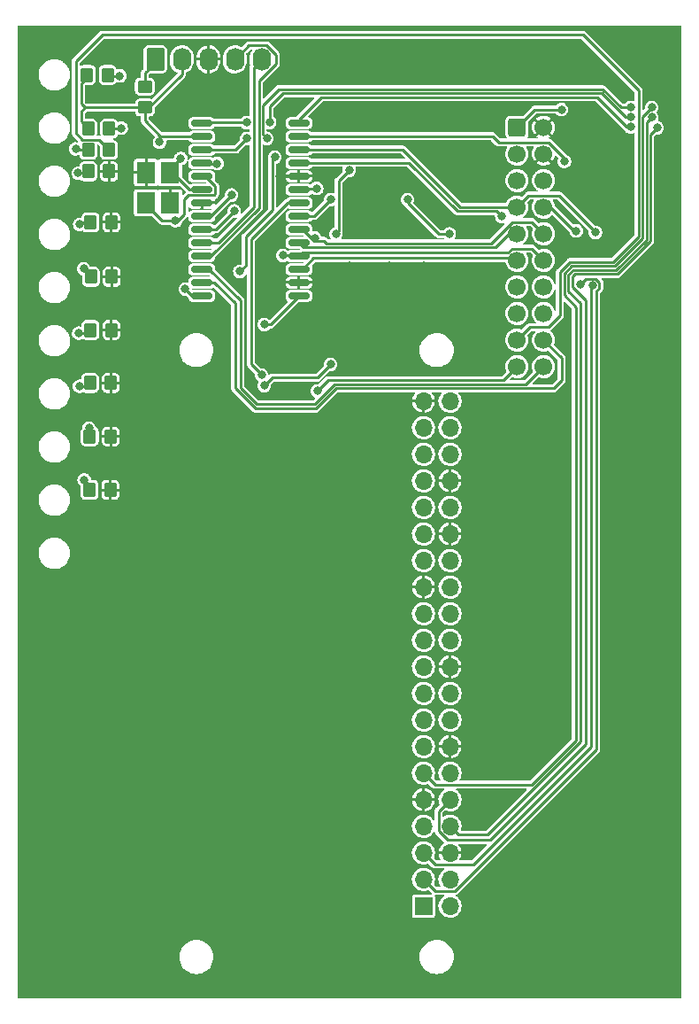
<source format=gbr>
%TF.GenerationSoftware,KiCad,Pcbnew,(6.0.1)*%
%TF.CreationDate,2022-02-13T18:39:40+00:00*%
%TF.ProjectId,module-processing,6d6f6475-6c65-42d7-9072-6f6365737369,rev?*%
%TF.SameCoordinates,Original*%
%TF.FileFunction,Copper,L2,Bot*%
%TF.FilePolarity,Positive*%
%FSLAX46Y46*%
G04 Gerber Fmt 4.6, Leading zero omitted, Abs format (unit mm)*
G04 Created by KiCad (PCBNEW (6.0.1)) date 2022-02-13 18:39:40*
%MOMM*%
%LPD*%
G01*
G04 APERTURE LIST*
G04 Aperture macros list*
%AMRoundRect*
0 Rectangle with rounded corners*
0 $1 Rounding radius*
0 $2 $3 $4 $5 $6 $7 $8 $9 X,Y pos of 4 corners*
0 Add a 4 corners polygon primitive as box body*
4,1,4,$2,$3,$4,$5,$6,$7,$8,$9,$2,$3,0*
0 Add four circle primitives for the rounded corners*
1,1,$1+$1,$2,$3*
1,1,$1+$1,$4,$5*
1,1,$1+$1,$6,$7*
1,1,$1+$1,$8,$9*
0 Add four rect primitives between the rounded corners*
20,1,$1+$1,$2,$3,$4,$5,0*
20,1,$1+$1,$4,$5,$6,$7,0*
20,1,$1+$1,$6,$7,$8,$9,0*
20,1,$1+$1,$8,$9,$2,$3,0*%
G04 Aperture macros list end*
%TA.AperFunction,ComponentPad*%
%ADD10RoundRect,0.250000X-0.620000X-0.845000X0.620000X-0.845000X0.620000X0.845000X-0.620000X0.845000X0*%
%TD*%
%TA.AperFunction,ComponentPad*%
%ADD11O,1.740000X2.190000*%
%TD*%
%TA.AperFunction,ComponentPad*%
%ADD12RoundRect,0.250000X-0.600000X-0.600000X0.600000X-0.600000X0.600000X0.600000X-0.600000X0.600000X0*%
%TD*%
%TA.AperFunction,ComponentPad*%
%ADD13C,1.700000*%
%TD*%
%TA.AperFunction,ComponentPad*%
%ADD14R,1.700000X1.700000*%
%TD*%
%TA.AperFunction,ComponentPad*%
%ADD15O,1.700000X1.700000*%
%TD*%
%TA.AperFunction,SMDPad,CuDef*%
%ADD16RoundRect,0.250000X0.350000X0.450000X-0.350000X0.450000X-0.350000X-0.450000X0.350000X-0.450000X0*%
%TD*%
%TA.AperFunction,SMDPad,CuDef*%
%ADD17RoundRect,0.250000X-0.350000X-0.450000X0.350000X-0.450000X0.350000X0.450000X-0.350000X0.450000X0*%
%TD*%
%TA.AperFunction,SMDPad,CuDef*%
%ADD18RoundRect,0.250000X0.450000X-0.350000X0.450000X0.350000X-0.450000X0.350000X-0.450000X-0.350000X0*%
%TD*%
%TA.AperFunction,SMDPad,CuDef*%
%ADD19RoundRect,0.150000X-0.875000X-0.150000X0.875000X-0.150000X0.875000X0.150000X-0.875000X0.150000X0*%
%TD*%
%TA.AperFunction,SMDPad,CuDef*%
%ADD20R,1.800000X2.100000*%
%TD*%
%TA.AperFunction,ViaPad*%
%ADD21C,0.800000*%
%TD*%
%TA.AperFunction,Conductor*%
%ADD22C,0.250000*%
%TD*%
G04 APERTURE END LIST*
D10*
%TO.P,J3,1,Pin_1*%
%TO.N,/Processing/MCL*%
X136398000Y-28000000D03*
D11*
%TO.P,J3,2,Pin_2*%
%TO.N,+3V3*%
X138938000Y-28000000D03*
%TO.P,J3,3,Pin_3*%
%TO.N,0*%
X141478000Y-28000000D03*
%TO.P,J3,4,Pin_4*%
%TO.N,/Processing/ICD*%
X144018000Y-28000000D03*
%TO.P,J3,5,Pin_5*%
%TO.N,/Processing/ICC*%
X146558000Y-28000000D03*
%TD*%
D12*
%TO.P,J1,1,Pin_1*%
%TO.N,+3V3*%
X171000000Y-34500000D03*
D13*
%TO.P,J1,2,Pin_2*%
%TO.N,0*%
X173540000Y-34500000D03*
%TO.P,J1,3,Pin_3*%
%TO.N,+5V*%
X171000000Y-37040000D03*
%TO.P,J1,4,Pin_4*%
%TO.N,0*%
X173540000Y-37040000D03*
%TO.P,J1,5,Pin_5*%
%TO.N,/Backplane/mTX*%
X171000000Y-39580000D03*
%TO.P,J1,6,Pin_6*%
%TO.N,/Backplane/mRX*%
X173540000Y-39580000D03*
%TO.P,J1,7,Pin_7*%
%TO.N,/Backplane/SCL*%
X171000000Y-42120000D03*
%TO.P,J1,8,Pin_8*%
%TO.N,/Backplane/SDA*%
X173540000Y-42120000D03*
%TO.P,J1,9,Pin_9*%
%TO.N,/Backplane/CKI*%
X171000000Y-44660000D03*
%TO.P,J1,10,Pin_10*%
%TO.N,/Backplane/CKO*%
X173540000Y-44660000D03*
%TO.P,J1,11,Pin_11*%
%TO.N,/Backplane/LATI*%
X171000000Y-47200000D03*
%TO.P,J1,12,Pin_12*%
%TO.N,/Backplane/LATO*%
X173540000Y-47200000D03*
%TO.P,J1,13,Pin_13*%
%TO.N,/Backplane/IN_DO*%
X171000000Y-49740000D03*
%TO.P,J1,14,Pin_14*%
%TO.N,/Backplane/OUT_DO*%
X173540000Y-49740000D03*
%TO.P,J1,15,Pin_15*%
%TO.N,/Backplane/RESET*%
X171000000Y-52280000D03*
%TO.P,J1,16,Pin_16*%
%TO.N,/Backplane/IRQ*%
X173540000Y-52280000D03*
%TO.P,J1,17,Pin_17*%
%TO.N,/Backplane/ID_RET*%
X171000000Y-54820000D03*
%TO.P,J1,18,Pin_18*%
%TO.N,/Backplane/DA_IRET*%
X173540000Y-54820000D03*
%TO.P,J1,19,Pin_19*%
%TO.N,/Backplane/HBEAT*%
X171000000Y-57360000D03*
%TO.P,J1,20,Pin_20*%
%TO.N,/Backplane/EOL*%
X173540000Y-57360000D03*
%TD*%
D14*
%TO.P,J2,1,3V3*%
%TO.N,unconnected-(J2-Pad1)*%
X162052000Y-108922000D03*
D15*
%TO.P,J2,2,5V*%
%TO.N,+5V*%
X164592000Y-108922000D03*
%TO.P,J2,3,SDA/GPIO2*%
%TO.N,/Backplane/SDA*%
X162052000Y-106382000D03*
%TO.P,J2,4,5V*%
%TO.N,+5V*%
X164592000Y-106382000D03*
%TO.P,J2,5,SCL/GPIO3*%
%TO.N,/Backplane/SCL*%
X162052000Y-103842000D03*
%TO.P,J2,6,GND*%
%TO.N,0*%
X164592000Y-103842000D03*
%TO.P,J2,7,GCLK0/GPIO4*%
%TO.N,unconnected-(J2-Pad7)*%
X162052000Y-101302000D03*
%TO.P,J2,8,GPIO14/TXD*%
%TO.N,/Pi/PI_TX*%
X164592000Y-101302000D03*
%TO.P,J2,9,GND*%
%TO.N,0*%
X162052000Y-98762000D03*
%TO.P,J2,10,GPIO15/RXD*%
%TO.N,/Pi/PI_RX*%
X164592000Y-98762000D03*
%TO.P,J2,11,GPIO17*%
%TO.N,/Pi/PI_IO*%
X162052000Y-96222000D03*
%TO.P,J2,12,GPIO18/PWM0*%
%TO.N,/Pi/PI_HBEAT*%
X164592000Y-96222000D03*
%TO.P,J2,13,GPIO27*%
%TO.N,/Backplane/HBEAT*%
X162052000Y-93682000D03*
%TO.P,J2,14,GND*%
%TO.N,0*%
X164592000Y-93682000D03*
%TO.P,J2,15,GPIO22*%
%TO.N,unconnected-(J2-Pad15)*%
X162052000Y-91142000D03*
%TO.P,J2,16,GPIO23*%
%TO.N,unconnected-(J2-Pad16)*%
X164592000Y-91142000D03*
%TO.P,J2,17,3V3*%
%TO.N,unconnected-(J2-Pad17)*%
X162052000Y-88602000D03*
%TO.P,J2,18,GPIO24*%
%TO.N,unconnected-(J2-Pad18)*%
X164592000Y-88602000D03*
%TO.P,J2,19,MOSI0/GPIO10*%
%TO.N,unconnected-(J2-Pad19)*%
X162052000Y-86062000D03*
%TO.P,J2,20,GND*%
%TO.N,0*%
X164592000Y-86062000D03*
%TO.P,J2,21,MISO0/GPIO9*%
%TO.N,unconnected-(J2-Pad21)*%
X162052000Y-83522000D03*
%TO.P,J2,22,GPIO25*%
%TO.N,unconnected-(J2-Pad22)*%
X164592000Y-83522000D03*
%TO.P,J2,23,SCLK0/GPIO11*%
%TO.N,unconnected-(J2-Pad23)*%
X162052000Y-80982000D03*
%TO.P,J2,24,~{CE0}/GPIO8*%
%TO.N,unconnected-(J2-Pad24)*%
X164592000Y-80982000D03*
%TO.P,J2,25,GND*%
%TO.N,0*%
X162052000Y-78442000D03*
%TO.P,J2,26,~{CE1}/GPIO7*%
%TO.N,unconnected-(J2-Pad26)*%
X164592000Y-78442000D03*
%TO.P,J2,27,ID_SD/GPIO0*%
%TO.N,unconnected-(J2-Pad27)*%
X162052000Y-75902000D03*
%TO.P,J2,28,ID_SC/GPIO1*%
%TO.N,unconnected-(J2-Pad28)*%
X164592000Y-75902000D03*
%TO.P,J2,29,GCLK1/GPIO5*%
%TO.N,unconnected-(J2-Pad29)*%
X162052000Y-73362000D03*
%TO.P,J2,30,GND*%
%TO.N,0*%
X164592000Y-73362000D03*
%TO.P,J2,31,GCLK2/GPIO6*%
%TO.N,unconnected-(J2-Pad31)*%
X162052000Y-70822000D03*
%TO.P,J2,32,PWM0/GPIO12*%
%TO.N,unconnected-(J2-Pad32)*%
X164592000Y-70822000D03*
%TO.P,J2,33,PWM1/GPIO13*%
%TO.N,unconnected-(J2-Pad33)*%
X162052000Y-68282000D03*
%TO.P,J2,34,GND*%
%TO.N,0*%
X164592000Y-68282000D03*
%TO.P,J2,35,GPIO19/MISO1*%
%TO.N,unconnected-(J2-Pad35)*%
X162052000Y-65742000D03*
%TO.P,J2,36,GPIO16*%
%TO.N,unconnected-(J2-Pad36)*%
X164592000Y-65742000D03*
%TO.P,J2,37,GPIO26*%
%TO.N,unconnected-(J2-Pad37)*%
X162052000Y-63202000D03*
%TO.P,J2,38,GPIO20/MOSI1*%
%TO.N,unconnected-(J2-Pad38)*%
X164592000Y-63202000D03*
%TO.P,J2,39,GND*%
%TO.N,0*%
X162052000Y-60662000D03*
%TO.P,J2,40,GPIO21/SCLK1*%
%TO.N,unconnected-(J2-Pad40)*%
X164592000Y-60662000D03*
%TD*%
D16*
%TO.P,R1,1*%
%TO.N,Net-(D1-Pad2)*%
X131850000Y-29500000D03*
%TO.P,R1,2*%
%TO.N,+3V3*%
X129850000Y-29500000D03*
%TD*%
%TO.P,R3,1*%
%TO.N,Net-(D2-Pad2)*%
X131975000Y-34625000D03*
%TO.P,R3,2*%
%TO.N,+3V3*%
X129975000Y-34625000D03*
%TD*%
%TO.P,R11,1*%
%TO.N,/Backplane/ID_RET*%
X131975000Y-36650000D03*
%TO.P,R11,2*%
%TO.N,Net-(D2-Pad1)*%
X129975000Y-36650000D03*
%TD*%
D17*
%TO.P,R9,1*%
%TO.N,Net-(D6-Pad1)*%
X130200000Y-43575000D03*
%TO.P,R9,2*%
%TO.N,0*%
X132200000Y-43575000D03*
%TD*%
%TO.P,R10,1*%
%TO.N,Net-(D7-Pad1)*%
X130225000Y-48775000D03*
%TO.P,R10,2*%
%TO.N,0*%
X132225000Y-48775000D03*
%TD*%
%TO.P,R12,1*%
%TO.N,Net-(D8-Pad1)*%
X130200000Y-53875000D03*
%TO.P,R12,2*%
%TO.N,0*%
X132200000Y-53875000D03*
%TD*%
%TO.P,R17,1*%
%TO.N,Net-(D9-Pad1)*%
X130150000Y-58925000D03*
%TO.P,R17,2*%
%TO.N,0*%
X132150000Y-58925000D03*
%TD*%
%TO.P,R19,1*%
%TO.N,Net-(D10-Pad1)*%
X130125000Y-64050000D03*
%TO.P,R19,2*%
%TO.N,0*%
X132125000Y-64050000D03*
%TD*%
%TO.P,R20,1*%
%TO.N,Net-(D11-Pad1)*%
X130100000Y-69150000D03*
%TO.P,R20,2*%
%TO.N,0*%
X132100000Y-69150000D03*
%TD*%
D18*
%TO.P,R22,1*%
%TO.N,+3V3*%
X135400000Y-32600000D03*
%TO.P,R22,2*%
%TO.N,/Processing/MCL*%
X135400000Y-30600000D03*
%TD*%
D17*
%TO.P,R8,1*%
%TO.N,Net-(D5-Pad1)*%
X129975000Y-38700000D03*
%TO.P,R8,2*%
%TO.N,0*%
X131975000Y-38700000D03*
%TD*%
D19*
%TO.P,IC1,1,~{MCLR}*%
%TO.N,/Processing/MCL*%
X140840000Y-50605000D03*
%TO.P,IC1,2,RA0*%
%TO.N,/Backplane/DA_IRET*%
X140840000Y-49335000D03*
%TO.P,IC1,3,RA1*%
%TO.N,/Backplane/EOL*%
X140840000Y-48065000D03*
%TO.P,IC1,4,RB0*%
%TO.N,/Processing/ICD*%
X140840000Y-46795000D03*
%TO.P,IC1,5,RB1*%
%TO.N,/Processing/ICC*%
X140840000Y-45525000D03*
%TO.P,IC1,6,RB2*%
%TO.N,/Backplane/mRX*%
X140840000Y-44255000D03*
%TO.P,IC1,7,RB3*%
%TO.N,/Backplane/mTX*%
X140840000Y-42985000D03*
%TO.P,IC1,8,VSS_1*%
%TO.N,0*%
X140840000Y-41715000D03*
%TO.P,IC1,9,RA2*%
%TO.N,/Processing/OSCI*%
X140840000Y-40445000D03*
%TO.P,IC1,10,RA3*%
%TO.N,/Processing/OSCO*%
X140840000Y-39175000D03*
%TO.P,IC1,11,RB4*%
%TO.N,/Backplane/RESET*%
X140840000Y-37905000D03*
%TO.P,IC1,12,RA4*%
%TO.N,/Pi/PI_IO*%
X140840000Y-36635000D03*
%TO.P,IC1,13,VDD*%
%TO.N,+3V3*%
X140840000Y-35365000D03*
%TO.P,IC1,14,RB5*%
%TO.N,/Pi/PI_TX*%
X140840000Y-34095000D03*
%TO.P,IC1,15,RB6*%
%TO.N,/Pi/PI_RX*%
X150140000Y-34095000D03*
%TO.P,IC1,16,RB7*%
%TO.N,/Backplane/IRQ*%
X150140000Y-35365000D03*
%TO.P,IC1,17,RB8*%
%TO.N,/Backplane/SCL*%
X150140000Y-36635000D03*
%TO.P,IC1,18,RB9*%
%TO.N,/Backplane/SDA*%
X150140000Y-37905000D03*
%TO.P,IC1,19,VSS_2*%
%TO.N,0*%
X150140000Y-39175000D03*
%TO.P,IC1,20,VCAP*%
%TO.N,Net-(C3-Pad1)*%
X150140000Y-40445000D03*
%TO.P,IC1,21,RB10*%
%TO.N,/Processing/DO*%
X150140000Y-41715000D03*
%TO.P,IC1,22,RB11*%
%TO.N,/Processing/DI*%
X150140000Y-42985000D03*
%TO.P,IC1,23,RB12*%
%TO.N,/Backplane/CKO*%
X150140000Y-44255000D03*
%TO.P,IC1,24,RB13*%
%TO.N,/Backplane/CKI*%
X150140000Y-45525000D03*
%TO.P,IC1,25,RB14*%
%TO.N,/Backplane/LATO*%
X150140000Y-46795000D03*
%TO.P,IC1,26,RB15*%
%TO.N,/Backplane/LATI*%
X150140000Y-48065000D03*
%TO.P,IC1,27,AVSS/VSS*%
%TO.N,0*%
X150140000Y-49335000D03*
%TO.P,IC1,28,AVDD/VDD*%
%TO.N,+3V3*%
X150140000Y-50605000D03*
%TD*%
D20*
%TO.P,Y1,1,1*%
%TO.N,/Processing/OSCI*%
X137810000Y-38820000D03*
%TO.P,Y1,2,2*%
%TO.N,0*%
X137810000Y-41720000D03*
%TO.P,Y1,3,3*%
%TO.N,/Processing/OSCO*%
X135510000Y-41720000D03*
%TO.P,Y1,4,4*%
%TO.N,0*%
X135510000Y-38820000D03*
%TD*%
D21*
%TO.N,0*%
X180848000Y-30734000D03*
X158750000Y-44704000D03*
X148260000Y-39160000D03*
X168656000Y-99568000D03*
X153924000Y-28702000D03*
X166624000Y-103632000D03*
X169672000Y-29972000D03*
X167132000Y-32766000D03*
X167386000Y-29972000D03*
X149098000Y-69088000D03*
X166370000Y-98298000D03*
X154940000Y-47752000D03*
X165354000Y-32766000D03*
X178054000Y-27686000D03*
X162052000Y-47752000D03*
X166370000Y-101092000D03*
X163068000Y-102616000D03*
X170688000Y-98298000D03*
X166370000Y-99568000D03*
X168656000Y-98298000D03*
X158750000Y-47752000D03*
X149098000Y-28702000D03*
X172212000Y-29972000D03*
X162052000Y-44704000D03*
X155194000Y-44704000D03*
X171704000Y-96520000D03*
%TO.N,+3V3*%
X136800000Y-35910000D03*
X147828000Y-37338000D03*
X144496989Y-48260000D03*
X175260000Y-32800000D03*
X146812000Y-53340000D03*
%TO.N,Net-(D1-Pad2)*%
X133000000Y-29575000D03*
%TO.N,Net-(D2-Pad2)*%
X133125000Y-34575000D03*
%TO.N,/Backplane/HBEAT*%
X151892000Y-59690000D03*
%TO.N,Net-(D5-Pad1)*%
X129025000Y-38875000D03*
%TO.N,Net-(D6-Pad1)*%
X129175000Y-43775000D03*
%TO.N,Net-(D7-Pad1)*%
X129540000Y-48006000D03*
%TO.N,Net-(D8-Pad1)*%
X129075000Y-54175000D03*
%TO.N,Net-(D9-Pad1)*%
X129150000Y-59250000D03*
%TO.N,Net-(D10-Pad1)*%
X130050000Y-63250000D03*
%TO.N,Net-(D11-Pad1)*%
X129600000Y-68200000D03*
%TO.N,/Backplane/SDA*%
X169560000Y-43010000D03*
X176670000Y-44400000D03*
X177038000Y-49530000D03*
%TO.N,/Backplane/SCL*%
X178228319Y-49609681D03*
X178510000Y-44540000D03*
%TO.N,/Backplane/IRQ*%
X175540000Y-37740000D03*
%TO.N,/Backplane/LATO*%
X148590000Y-46736000D03*
%TO.N,/Backplane/CKO*%
X151638000Y-45070469D03*
%TO.N,/Backplane/RESET*%
X164520000Y-44693949D03*
X142310000Y-37950000D03*
X160528000Y-41402000D03*
%TO.N,/Backplane/OUT_DO*%
X146812000Y-59182000D03*
X153162000Y-57150000D03*
%TO.N,/Processing/MCL*%
X139270000Y-49960000D03*
%TO.N,/Processing/OSCO*%
X138340000Y-43420000D03*
%TO.N,/Processing/OSCI*%
X138830000Y-37470000D03*
%TO.N,Net-(C3-Pad1)*%
X151840000Y-40340000D03*
%TO.N,Net-(D2-Pad1)*%
X128775000Y-36550000D03*
%TO.N,/Backplane/mRX*%
X143938319Y-42497681D03*
%TO.N,/Backplane/mTX*%
X143684319Y-40973681D03*
%TO.N,/Pi/PI_IO*%
X181864000Y-32601497D03*
X183896000Y-32601497D03*
X145144500Y-35560000D03*
X147066000Y-35560000D03*
%TO.N,/Pi/PI_TX*%
X147332020Y-34036000D03*
X181864000Y-33528000D03*
X145144500Y-34036000D03*
X183896000Y-33528000D03*
%TO.N,/Pi/PI_RX*%
X184404000Y-34544000D03*
X181864000Y-34454503D03*
%TO.N,/Processing/DO*%
X146558000Y-58166000D03*
%TO.N,/Processing/DI*%
X153162000Y-41402000D03*
%TO.N,Net-(Q4-Pad3)*%
X153670000Y-44704000D03*
X154940000Y-38608000D03*
%TD*%
D22*
%TO.N,0*%
X148275000Y-39175000D02*
X148260000Y-39160000D01*
X150140000Y-39175000D02*
X148275000Y-39175000D01*
%TO.N,+3V3*%
X145034000Y-47722989D02*
X145034000Y-44958000D01*
X129286000Y-32258000D02*
X129633000Y-32605000D01*
X129286000Y-30314000D02*
X129286000Y-32258000D01*
X147574000Y-42418000D02*
X147574000Y-37592000D01*
X135800000Y-32600000D02*
X138938000Y-29462000D01*
X129980000Y-32600000D02*
X129975000Y-32605000D01*
X147405000Y-53340000D02*
X150140000Y-50605000D01*
X144496989Y-48260000D02*
X145034000Y-47722989D01*
X146812000Y-53340000D02*
X147405000Y-53340000D01*
X135400000Y-32600000D02*
X129980000Y-32600000D01*
X129633000Y-32605000D02*
X129975000Y-32605000D01*
X135400000Y-33870000D02*
X136895000Y-35365000D01*
X138938000Y-29462000D02*
X138938000Y-28000000D01*
X129701000Y-32605000D02*
X129286000Y-33020000D01*
X136800000Y-35910000D02*
X136800000Y-35460000D01*
X145034000Y-44958000D02*
X147574000Y-42418000D01*
X129286000Y-33020000D02*
X129286000Y-33936000D01*
X136800000Y-35460000D02*
X136895000Y-35365000D01*
X140840000Y-35365000D02*
X136895000Y-35365000D01*
X129286000Y-33936000D02*
X129975000Y-34625000D01*
X135400000Y-32600000D02*
X135400000Y-33870000D01*
X129975000Y-29625000D02*
X129286000Y-30314000D01*
X172700000Y-32800000D02*
X171000000Y-34500000D01*
X175260000Y-32800000D02*
X172700000Y-32800000D01*
X147574000Y-37592000D02*
X147828000Y-37338000D01*
%TO.N,Net-(D1-Pad2)*%
X133000000Y-29575000D02*
X131925000Y-29575000D01*
%TO.N,Net-(D2-Pad2)*%
X133125000Y-34575000D02*
X132025000Y-34575000D01*
%TO.N,/Backplane/HBEAT*%
X152908000Y-58674000D02*
X151892000Y-59690000D01*
X171000000Y-57360000D02*
X169686000Y-58674000D01*
X169686000Y-58674000D02*
X152908000Y-58674000D01*
%TO.N,Net-(D5-Pad1)*%
X129025000Y-38875000D02*
X129800000Y-38875000D01*
%TO.N,Net-(D6-Pad1)*%
X130200000Y-43575000D02*
X129375000Y-43575000D01*
X129375000Y-43575000D02*
X129175000Y-43775000D01*
%TO.N,Net-(D7-Pad1)*%
X129540000Y-48090000D02*
X130225000Y-48775000D01*
X129540000Y-48006000D02*
X129540000Y-48090000D01*
%TO.N,Net-(D8-Pad1)*%
X129075000Y-54175000D02*
X129900000Y-54175000D01*
%TO.N,Net-(D9-Pad1)*%
X129150000Y-59250000D02*
X129825000Y-59250000D01*
%TO.N,Net-(D10-Pad1)*%
X130125000Y-63325000D02*
X130050000Y-63250000D01*
X130125000Y-64050000D02*
X130125000Y-63325000D01*
%TO.N,Net-(D11-Pad1)*%
X130100000Y-68700000D02*
X129600000Y-68200000D01*
%TO.N,/Backplane/SDA*%
X177609830Y-48958170D02*
X178498185Y-48958170D01*
X178879830Y-49339815D02*
X178879830Y-49879547D01*
X178498185Y-48958170D02*
X178879830Y-49339815D01*
X176670000Y-44400000D02*
X176480000Y-44400000D01*
X177038000Y-49530000D02*
X177609830Y-48958170D01*
X176480000Y-44400000D02*
X174200000Y-42120000D01*
X178562000Y-50197377D02*
X178562000Y-93980000D01*
X178562000Y-93980000D02*
X165058489Y-107483511D01*
X163153511Y-107483511D02*
X162052000Y-106382000D01*
X160685000Y-37905000D02*
X165290000Y-42510000D01*
X165290000Y-42510000D02*
X169060000Y-42510000D01*
X150140000Y-37905000D02*
X160685000Y-37905000D01*
X178879830Y-49879547D02*
X178562000Y-50197377D01*
X169060000Y-42510000D02*
X169560000Y-43010000D01*
X165058489Y-107483511D02*
X163153511Y-107483511D01*
%TO.N,/Backplane/SCL*%
X171000000Y-42120000D02*
X172101511Y-41018489D01*
X165550000Y-42120000D02*
X160065000Y-36635000D01*
X178228319Y-49609681D02*
X178054000Y-49784000D01*
X178510000Y-44507520D02*
X178510000Y-44540000D01*
X160065000Y-36635000D02*
X150140000Y-36635000D01*
X172101511Y-41018489D02*
X175020969Y-41018489D01*
X178054000Y-93726000D02*
X166836489Y-104943511D01*
X175020969Y-41018489D02*
X178510000Y-44507520D01*
X171000000Y-42120000D02*
X165550000Y-42120000D01*
X163153511Y-104943511D02*
X162052000Y-103842000D01*
X178054000Y-49784000D02*
X178054000Y-93726000D01*
X166836489Y-104943511D02*
X163153511Y-104943511D01*
%TO.N,/Backplane/IRQ*%
X173996262Y-35938489D02*
X175540000Y-37482227D01*
X169249346Y-35938489D02*
X173996262Y-35938489D01*
X168675857Y-35365000D02*
X169249346Y-35938489D01*
X175540000Y-37482227D02*
X175540000Y-37740000D01*
X150140000Y-35365000D02*
X168675857Y-35365000D01*
%TO.N,/Backplane/LATO*%
X148590000Y-46736000D02*
X150081000Y-46736000D01*
X172438489Y-46098489D02*
X173540000Y-47200000D01*
X170543738Y-46098489D02*
X172438489Y-46098489D01*
X150453000Y-46482000D02*
X170160227Y-46482000D01*
X150140000Y-46795000D02*
X150453000Y-46482000D01*
X170160227Y-46482000D02*
X170543738Y-46098489D01*
%TO.N,/Backplane/CKO*%
X152772582Y-45597480D02*
X152520551Y-45345449D01*
X168482520Y-45597480D02*
X152772582Y-45597480D01*
X151553284Y-45345449D02*
X152520551Y-45345449D01*
X151553284Y-45345449D02*
X150462835Y-44255000D01*
X170521511Y-43558489D02*
X168482520Y-45597480D01*
X151638000Y-45070469D02*
X151912980Y-45345449D01*
X173540000Y-44660000D02*
X172438489Y-43558489D01*
X172438489Y-43558489D02*
X170521511Y-43558489D01*
%TO.N,/Backplane/ID_RET*%
X128778000Y-35052000D02*
X128778000Y-28194000D01*
X128778000Y-28194000D02*
X131318000Y-25654000D01*
X182626000Y-44933520D02*
X180184040Y-47375480D01*
X131975000Y-36650000D02*
X131023480Y-35698480D01*
X180184040Y-47375480D02*
X176071080Y-47375480D01*
X175116553Y-48330007D02*
X175116553Y-52467447D01*
X176071080Y-47375480D02*
X175116553Y-48330007D01*
X172226000Y-53594000D02*
X171000000Y-54820000D01*
X177292000Y-25654000D02*
X182626000Y-30988000D01*
X175116553Y-52467447D02*
X173990000Y-53594000D01*
X131318000Y-25654000D02*
X177292000Y-25654000D01*
X173990000Y-53594000D02*
X172226000Y-53594000D01*
X131023480Y-35698480D02*
X129424480Y-35698480D01*
X129424480Y-35698480D02*
X128778000Y-35052000D01*
X182626000Y-30988000D02*
X182626000Y-44933520D01*
%TO.N,/Backplane/RESET*%
X163503949Y-44693949D02*
X164520000Y-44693949D01*
X142310000Y-37950000D02*
X140885000Y-37950000D01*
X160528000Y-41402000D02*
X160528000Y-41718000D01*
X160528000Y-41718000D02*
X163503949Y-44693949D01*
%TO.N,/Backplane/DA_IRET*%
X144018000Y-51308000D02*
X142045000Y-49335000D01*
X145982000Y-61400000D02*
X144018000Y-59436000D01*
X144018000Y-59436000D02*
X144018000Y-51308000D01*
X175260000Y-56540000D02*
X175260000Y-58674000D01*
X173540000Y-54820000D02*
X175260000Y-56540000D01*
X175260000Y-58674000D02*
X174498000Y-59436000D01*
X174498000Y-59436000D02*
X153694480Y-59436000D01*
X142045000Y-49335000D02*
X141283000Y-49335000D01*
X151730480Y-61400000D02*
X145982000Y-61400000D01*
X153694480Y-59436000D02*
X151730480Y-61400000D01*
%TO.N,/Backplane/LATI*%
X151537835Y-46990000D02*
X150462835Y-48065000D01*
X170790000Y-46990000D02*
X151537835Y-46990000D01*
%TO.N,/Backplane/CKI*%
X170224000Y-44660000D02*
X171000000Y-44660000D01*
X150589000Y-45974000D02*
X168910000Y-45974000D01*
X168910000Y-45974000D02*
X170224000Y-44660000D01*
X150140000Y-45525000D02*
X150589000Y-45974000D01*
%TO.N,/Backplane/OUT_DO*%
X147574000Y-58420000D02*
X146812000Y-59182000D01*
X153162000Y-57150000D02*
X151892000Y-58420000D01*
X151892000Y-58420000D02*
X147574000Y-58420000D01*
%TO.N,/Processing/ICD*%
X146304000Y-42188480D02*
X141697480Y-46795000D01*
X145364520Y-26653480D02*
X147022548Y-26653480D01*
X147910000Y-28459068D02*
X146304000Y-30065068D01*
X144018000Y-28000000D02*
X145364520Y-26653480D01*
X147910000Y-27540932D02*
X147910000Y-28459068D01*
X147022548Y-26653480D02*
X147910000Y-27540932D01*
X146304000Y-30065068D02*
X146304000Y-42188480D01*
%TO.N,/Processing/ICC*%
X145796000Y-28762000D02*
X146558000Y-28000000D01*
X140840000Y-45525000D02*
X142435000Y-45525000D01*
X142435000Y-45525000D02*
X145796000Y-42164000D01*
X145796000Y-42164000D02*
X145796000Y-28762000D01*
%TO.N,/Processing/MCL*%
X135400000Y-29300000D02*
X136398000Y-28302000D01*
X135400000Y-30600000D02*
X135400000Y-29300000D01*
X139270000Y-49960000D02*
X139915000Y-50605000D01*
X139915000Y-50605000D02*
X140840000Y-50605000D01*
%TO.N,/Processing/OSCO*%
X138563022Y-43420000D02*
X139180000Y-42803022D01*
X139573480Y-40996520D02*
X141993480Y-40996520D01*
X138340000Y-43420000D02*
X138563022Y-43420000D01*
X142120000Y-40132165D02*
X141162835Y-39175000D01*
X139180000Y-42803022D02*
X139180000Y-41390000D01*
X139180000Y-41390000D02*
X139573480Y-40996520D01*
X137060000Y-43420000D02*
X138340000Y-43420000D01*
X142120000Y-40870000D02*
X142120000Y-40132165D01*
X135510000Y-41870000D02*
X137060000Y-43420000D01*
X141993480Y-40996520D02*
X142120000Y-40870000D01*
%TO.N,/Processing/OSCI*%
X137930000Y-38370000D02*
X138830000Y-37470000D01*
X139635000Y-40445000D02*
X140840000Y-40445000D01*
X137930000Y-38740000D02*
X139635000Y-40445000D01*
%TO.N,Net-(C3-Pad1)*%
X151840000Y-40340000D02*
X150245000Y-40340000D01*
%TO.N,Net-(D2-Pad1)*%
X129975000Y-36650000D02*
X128875000Y-36650000D01*
X128875000Y-36650000D02*
X128775000Y-36550000D01*
%TO.N,/Backplane/EOL*%
X171840520Y-59059480D02*
X173540000Y-57360000D01*
X153538520Y-59059480D02*
X171840520Y-59059480D01*
X141537000Y-48065000D02*
X144526000Y-51054000D01*
X144526000Y-59411520D02*
X146074480Y-60960000D01*
X144526000Y-51054000D02*
X144526000Y-59411520D01*
X146074480Y-60960000D02*
X151638000Y-60960000D01*
X151638000Y-60960000D02*
X153538520Y-59059480D01*
%TO.N,/Backplane/mRX*%
X143938319Y-42497681D02*
X142181000Y-44255000D01*
X142181000Y-44255000D02*
X140840000Y-44255000D01*
%TO.N,/Backplane/mTX*%
X143684319Y-40973681D02*
X141673000Y-42985000D01*
%TO.N,/Pi/PI_IO*%
X146680520Y-35174520D02*
X147066000Y-35560000D01*
X175522960Y-48456080D02*
X176227040Y-47752000D01*
X148180040Y-30865480D02*
X146680520Y-32365000D01*
X163153511Y-97323511D02*
X172400009Y-97323511D01*
X172400009Y-97323511D02*
X176644760Y-93078760D01*
X180340000Y-47752000D02*
X183011480Y-45080520D01*
X179225960Y-30865480D02*
X148180040Y-30865480D01*
X146680520Y-32365000D02*
X146680520Y-35174520D01*
X180961977Y-32601497D02*
X179225960Y-30865480D01*
X183011480Y-45080520D02*
X183011480Y-33486017D01*
X176644760Y-51676760D02*
X175522960Y-50554960D01*
X181864000Y-32601497D02*
X180961977Y-32601497D01*
X162052000Y-96222000D02*
X163153511Y-97323511D01*
X175522960Y-50554960D02*
X175522960Y-48456080D01*
X145144500Y-35560000D02*
X145144500Y-35576500D01*
X176644760Y-93078760D02*
X176644760Y-51676760D01*
X176227040Y-47752000D02*
X180340000Y-47752000D01*
X144086000Y-36635000D02*
X140840000Y-36635000D01*
X183011480Y-33486017D02*
X183896000Y-32601497D01*
X145144500Y-35576500D02*
X144086000Y-36635000D01*
%TO.N,/Pi/PI_TX*%
X175899480Y-50169480D02*
X175899480Y-48612040D01*
X181356000Y-33528000D02*
X182118000Y-33528000D01*
X168148000Y-102108000D02*
X177038000Y-93218000D01*
X145144500Y-34036000D02*
X140899000Y-34036000D01*
X164592000Y-101302000D02*
X165398000Y-102108000D01*
X176374040Y-48137480D02*
X180487000Y-48137480D01*
X180487000Y-48137480D02*
X183388000Y-45236480D01*
X177038000Y-51308000D02*
X175899480Y-50169480D01*
X175899480Y-48612040D02*
X176374040Y-48137480D01*
X148590000Y-31242000D02*
X179070000Y-31242000D01*
X165398000Y-102108000D02*
X168148000Y-102108000D01*
X147332020Y-32499980D02*
X148590000Y-31242000D01*
X177038000Y-93218000D02*
X177038000Y-51308000D01*
X147332020Y-34036000D02*
X147332020Y-32499980D01*
X183388000Y-45236480D02*
X183388000Y-34036000D01*
X179070000Y-31242000D02*
X181356000Y-33528000D01*
X183896000Y-33528000D02*
X183388000Y-34036000D01*
%TO.N,/Pi/PI_RX*%
X176530000Y-48514000D02*
X176276000Y-48768000D01*
X183764520Y-35183480D02*
X183764520Y-45392439D01*
X150140000Y-34095000D02*
X150140000Y-33756000D01*
X181520503Y-34454503D02*
X182118000Y-34454503D01*
X184404000Y-34544000D02*
X183764520Y-35183480D01*
X168402000Y-102616000D02*
X164348227Y-102616000D01*
X177546000Y-93472000D02*
X168402000Y-102616000D01*
X178684520Y-31618520D02*
X181520503Y-34454503D01*
X177546000Y-51054000D02*
X177546000Y-93472000D01*
X152277480Y-31618520D02*
X178684520Y-31618520D01*
X150140000Y-33756000D02*
X152277480Y-31618520D01*
X163490489Y-99863511D02*
X164592000Y-98762000D01*
X180642959Y-48514000D02*
X176530000Y-48514000D01*
X176276000Y-48768000D02*
X176276000Y-49784000D01*
X164348227Y-102616000D02*
X163490489Y-101758262D01*
X163490489Y-101758262D02*
X163490489Y-99863511D01*
X176276000Y-49784000D02*
X177546000Y-51054000D01*
X183764520Y-45392439D02*
X180642959Y-48514000D01*
%TO.N,/Processing/DO*%
X145542000Y-45212000D02*
X149039000Y-41715000D01*
X145542000Y-57150000D02*
X145542000Y-45212000D01*
X146558000Y-58166000D02*
X145542000Y-57150000D01*
X149039000Y-41715000D02*
X150140000Y-41715000D01*
%TO.N,/Processing/DI*%
X153162000Y-41402000D02*
X151579000Y-42985000D01*
X151579000Y-42985000D02*
X150140000Y-42985000D01*
%TO.N,Net-(Q4-Pad3)*%
X153924000Y-44450000D02*
X153924000Y-39624000D01*
X153670000Y-44704000D02*
X153924000Y-44450000D01*
X153924000Y-39624000D02*
X154940000Y-38608000D01*
%TD*%
%TA.AperFunction,Conductor*%
%TO.N,0*%
G36*
X186727694Y-24772306D02*
G01*
X186746000Y-24816500D01*
X186746000Y-117683500D01*
X186727694Y-117727694D01*
X186683500Y-117746000D01*
X123316500Y-117746000D01*
X123272306Y-117727694D01*
X123254000Y-117683500D01*
X123254000Y-113792000D01*
X138687461Y-113792000D01*
X138707585Y-114047698D01*
X138767461Y-114297100D01*
X138768403Y-114299374D01*
X138864672Y-114531790D01*
X138864676Y-114531797D01*
X138865615Y-114534065D01*
X138999630Y-114752758D01*
X139166206Y-114947794D01*
X139361242Y-115114370D01*
X139363337Y-115115654D01*
X139363340Y-115115656D01*
X139577836Y-115247099D01*
X139579935Y-115248385D01*
X139582203Y-115249324D01*
X139582210Y-115249328D01*
X139789822Y-115335323D01*
X139816900Y-115346539D01*
X140066302Y-115406415D01*
X140124132Y-115410966D01*
X140256735Y-115421403D01*
X140256748Y-115421404D01*
X140257974Y-115421500D01*
X140386026Y-115421500D01*
X140387252Y-115421404D01*
X140387265Y-115421403D01*
X140519868Y-115410966D01*
X140577698Y-115406415D01*
X140827100Y-115346539D01*
X140854178Y-115335323D01*
X141061790Y-115249328D01*
X141061797Y-115249324D01*
X141064065Y-115248385D01*
X141066164Y-115247099D01*
X141280660Y-115115656D01*
X141280663Y-115115654D01*
X141282758Y-115114370D01*
X141477794Y-114947794D01*
X141644370Y-114752758D01*
X141778385Y-114534065D01*
X141779324Y-114531797D01*
X141779328Y-114531790D01*
X141875597Y-114299374D01*
X141876539Y-114297100D01*
X141936415Y-114047698D01*
X141956539Y-113792000D01*
X161687461Y-113792000D01*
X161707585Y-114047698D01*
X161767461Y-114297100D01*
X161768403Y-114299374D01*
X161864672Y-114531790D01*
X161864676Y-114531797D01*
X161865615Y-114534065D01*
X161999630Y-114752758D01*
X162166206Y-114947794D01*
X162361242Y-115114370D01*
X162363337Y-115115654D01*
X162363340Y-115115656D01*
X162577836Y-115247099D01*
X162579935Y-115248385D01*
X162582203Y-115249324D01*
X162582210Y-115249328D01*
X162789822Y-115335323D01*
X162816900Y-115346539D01*
X163066302Y-115406415D01*
X163124132Y-115410966D01*
X163256735Y-115421403D01*
X163256748Y-115421404D01*
X163257974Y-115421500D01*
X163386026Y-115421500D01*
X163387252Y-115421404D01*
X163387265Y-115421403D01*
X163519868Y-115410966D01*
X163577698Y-115406415D01*
X163827100Y-115346539D01*
X163854178Y-115335323D01*
X164061790Y-115249328D01*
X164061797Y-115249324D01*
X164064065Y-115248385D01*
X164066164Y-115247099D01*
X164280660Y-115115656D01*
X164280663Y-115115654D01*
X164282758Y-115114370D01*
X164477794Y-114947794D01*
X164644370Y-114752758D01*
X164778385Y-114534065D01*
X164779324Y-114531797D01*
X164779328Y-114531790D01*
X164875597Y-114299374D01*
X164876539Y-114297100D01*
X164936415Y-114047698D01*
X164956539Y-113792000D01*
X164936415Y-113536302D01*
X164876539Y-113286900D01*
X164865323Y-113259822D01*
X164779328Y-113052210D01*
X164779324Y-113052203D01*
X164778385Y-113049935D01*
X164644370Y-112831242D01*
X164477794Y-112636206D01*
X164282758Y-112469630D01*
X164280663Y-112468346D01*
X164280660Y-112468344D01*
X164066164Y-112336901D01*
X164066161Y-112336900D01*
X164064065Y-112335615D01*
X164061797Y-112334676D01*
X164061790Y-112334672D01*
X163829374Y-112238403D01*
X163829375Y-112238403D01*
X163827100Y-112237461D01*
X163577698Y-112177585D01*
X163519868Y-112173034D01*
X163387265Y-112162597D01*
X163387252Y-112162596D01*
X163386026Y-112162500D01*
X163257974Y-112162500D01*
X163256748Y-112162596D01*
X163256735Y-112162597D01*
X163124132Y-112173034D01*
X163066302Y-112177585D01*
X162816900Y-112237461D01*
X162814625Y-112238403D01*
X162814626Y-112238403D01*
X162582210Y-112334672D01*
X162582203Y-112334676D01*
X162579935Y-112335615D01*
X162577839Y-112336900D01*
X162577836Y-112336901D01*
X162363340Y-112468344D01*
X162363337Y-112468346D01*
X162361242Y-112469630D01*
X162166206Y-112636206D01*
X161999630Y-112831242D01*
X161865615Y-113049935D01*
X161864676Y-113052203D01*
X161864672Y-113052210D01*
X161778677Y-113259822D01*
X161767461Y-113286900D01*
X161707585Y-113536302D01*
X161687461Y-113792000D01*
X141956539Y-113792000D01*
X141936415Y-113536302D01*
X141876539Y-113286900D01*
X141865323Y-113259822D01*
X141779328Y-113052210D01*
X141779324Y-113052203D01*
X141778385Y-113049935D01*
X141644370Y-112831242D01*
X141477794Y-112636206D01*
X141282758Y-112469630D01*
X141280663Y-112468346D01*
X141280660Y-112468344D01*
X141066164Y-112336901D01*
X141066161Y-112336900D01*
X141064065Y-112335615D01*
X141061797Y-112334676D01*
X141061790Y-112334672D01*
X140829374Y-112238403D01*
X140829375Y-112238403D01*
X140827100Y-112237461D01*
X140577698Y-112177585D01*
X140519868Y-112173034D01*
X140387265Y-112162597D01*
X140387252Y-112162596D01*
X140386026Y-112162500D01*
X140257974Y-112162500D01*
X140256748Y-112162596D01*
X140256735Y-112162597D01*
X140124132Y-112173034D01*
X140066302Y-112177585D01*
X139816900Y-112237461D01*
X139814625Y-112238403D01*
X139814626Y-112238403D01*
X139582210Y-112334672D01*
X139582203Y-112334676D01*
X139579935Y-112335615D01*
X139577839Y-112336900D01*
X139577836Y-112336901D01*
X139363340Y-112468344D01*
X139363337Y-112468346D01*
X139361242Y-112469630D01*
X139166206Y-112636206D01*
X138999630Y-112831242D01*
X138865615Y-113049935D01*
X138864676Y-113052203D01*
X138864672Y-113052210D01*
X138778677Y-113259822D01*
X138767461Y-113286900D01*
X138707585Y-113536302D01*
X138687461Y-113792000D01*
X123254000Y-113792000D01*
X123254000Y-98902471D01*
X160954759Y-98902471D01*
X160956732Y-98932581D01*
X160957626Y-98938224D01*
X161006159Y-99129323D01*
X161008066Y-99134707D01*
X161090612Y-99313761D01*
X161093468Y-99318708D01*
X161207257Y-99479717D01*
X161210970Y-99484065D01*
X161352203Y-99621647D01*
X161356636Y-99625236D01*
X161520576Y-99734778D01*
X161525598Y-99737504D01*
X161706744Y-99815331D01*
X161712183Y-99817098D01*
X161904492Y-99860614D01*
X161910141Y-99861357D01*
X161912577Y-99861453D01*
X161920827Y-99858409D01*
X161925000Y-99848869D01*
X161925000Y-99846779D01*
X162179000Y-99846779D01*
X162182641Y-99855569D01*
X162188208Y-99857875D01*
X162307992Y-99840507D01*
X162313541Y-99839175D01*
X162500247Y-99775796D01*
X162505460Y-99773475D01*
X162677492Y-99677133D01*
X162682194Y-99673902D01*
X162833793Y-99547819D01*
X162837819Y-99543793D01*
X162963902Y-99392194D01*
X162967133Y-99387492D01*
X163063475Y-99215460D01*
X163065796Y-99210247D01*
X163129175Y-99023541D01*
X163130507Y-99017992D01*
X163147426Y-98901304D01*
X163145084Y-98892082D01*
X163139904Y-98889000D01*
X162191431Y-98889000D01*
X162182641Y-98892641D01*
X162179000Y-98901431D01*
X162179000Y-99846779D01*
X161925000Y-99846779D01*
X161925000Y-98901431D01*
X161921359Y-98892641D01*
X161912569Y-98889000D01*
X160966307Y-98889000D01*
X160958632Y-98892179D01*
X160954759Y-98902471D01*
X123254000Y-98902471D01*
X123254000Y-98622655D01*
X160956707Y-98622655D01*
X160959290Y-98631811D01*
X160964984Y-98635000D01*
X161912569Y-98635000D01*
X161921359Y-98631359D01*
X161925000Y-98622569D01*
X162179000Y-98622569D01*
X162182641Y-98631359D01*
X162191431Y-98635000D01*
X163136629Y-98635000D01*
X163145419Y-98631359D01*
X163148125Y-98624826D01*
X163142426Y-98562805D01*
X163141385Y-98557187D01*
X163087867Y-98367424D01*
X163085824Y-98362102D01*
X162998616Y-98185261D01*
X162995630Y-98180389D01*
X162877664Y-98022414D01*
X162873841Y-98018169D01*
X162729060Y-97884334D01*
X162724525Y-97880854D01*
X162557774Y-97775642D01*
X162552696Y-97773054D01*
X162369553Y-97699988D01*
X162364087Y-97698369D01*
X162191193Y-97663978D01*
X162181861Y-97665834D01*
X162179000Y-97670117D01*
X162179000Y-98622569D01*
X161925000Y-98622569D01*
X161925000Y-97675994D01*
X161921359Y-97667204D01*
X161916214Y-97665073D01*
X161767870Y-97690563D01*
X161762347Y-97692042D01*
X161577367Y-97760285D01*
X161572218Y-97762741D01*
X161402770Y-97863552D01*
X161398148Y-97866911D01*
X161249910Y-97996912D01*
X161245983Y-98001050D01*
X161123913Y-98155895D01*
X161120809Y-98160674D01*
X161028998Y-98335177D01*
X161026819Y-98340437D01*
X160968346Y-98528752D01*
X160967162Y-98534322D01*
X160956707Y-98622655D01*
X123254000Y-98622655D01*
X123254000Y-93652964D01*
X160943148Y-93652964D01*
X160943336Y-93655828D01*
X160954190Y-93821431D01*
X160956424Y-93855522D01*
X160957130Y-93858302D01*
X161004838Y-94046149D01*
X161006392Y-94052269D01*
X161091377Y-94236616D01*
X161208533Y-94402389D01*
X161210587Y-94404390D01*
X161210588Y-94404391D01*
X161271924Y-94464141D01*
X161353938Y-94544035D01*
X161522720Y-94656812D01*
X161608056Y-94693475D01*
X161706588Y-94735808D01*
X161706590Y-94735809D01*
X161709228Y-94736942D01*
X161807484Y-94759175D01*
X161904426Y-94781111D01*
X161904429Y-94781111D01*
X161907216Y-94781742D01*
X161997164Y-94785276D01*
X162107193Y-94789600D01*
X162107197Y-94789600D01*
X162110053Y-94789712D01*
X162310945Y-94760584D01*
X162503165Y-94695334D01*
X162680276Y-94596147D01*
X162836345Y-94466345D01*
X162966147Y-94310276D01*
X163065334Y-94133165D01*
X163130584Y-93940945D01*
X163147762Y-93822471D01*
X163494759Y-93822471D01*
X163496732Y-93852581D01*
X163497626Y-93858224D01*
X163546159Y-94049323D01*
X163548066Y-94054707D01*
X163630612Y-94233761D01*
X163633468Y-94238708D01*
X163747257Y-94399717D01*
X163750970Y-94404065D01*
X163892203Y-94541647D01*
X163896636Y-94545236D01*
X164060576Y-94654778D01*
X164065598Y-94657504D01*
X164246744Y-94735331D01*
X164252183Y-94737098D01*
X164444492Y-94780614D01*
X164450141Y-94781357D01*
X164452577Y-94781453D01*
X164460827Y-94778409D01*
X164465000Y-94768869D01*
X164465000Y-94766779D01*
X164719000Y-94766779D01*
X164722641Y-94775569D01*
X164728208Y-94777875D01*
X164847992Y-94760507D01*
X164853541Y-94759175D01*
X165040247Y-94695796D01*
X165045460Y-94693475D01*
X165217492Y-94597133D01*
X165222194Y-94593902D01*
X165373793Y-94467819D01*
X165377819Y-94463793D01*
X165503902Y-94312194D01*
X165507133Y-94307492D01*
X165603475Y-94135460D01*
X165605796Y-94130247D01*
X165669175Y-93943541D01*
X165670507Y-93937992D01*
X165687426Y-93821304D01*
X165685084Y-93812082D01*
X165679904Y-93809000D01*
X164731431Y-93809000D01*
X164722641Y-93812641D01*
X164719000Y-93821431D01*
X164719000Y-94766779D01*
X164465000Y-94766779D01*
X164465000Y-93821431D01*
X164461359Y-93812641D01*
X164452569Y-93809000D01*
X163506307Y-93809000D01*
X163498632Y-93812179D01*
X163494759Y-93822471D01*
X163147762Y-93822471D01*
X163159712Y-93740053D01*
X163161232Y-93682000D01*
X163158303Y-93650116D01*
X163149228Y-93551359D01*
X163148428Y-93542655D01*
X163496707Y-93542655D01*
X163499290Y-93551811D01*
X163504984Y-93555000D01*
X164452569Y-93555000D01*
X164461359Y-93551359D01*
X164465000Y-93542569D01*
X164719000Y-93542569D01*
X164722641Y-93551359D01*
X164731431Y-93555000D01*
X165676629Y-93555000D01*
X165685419Y-93551359D01*
X165688125Y-93544826D01*
X165682426Y-93482805D01*
X165681385Y-93477187D01*
X165627867Y-93287424D01*
X165625824Y-93282102D01*
X165538616Y-93105261D01*
X165535630Y-93100389D01*
X165417664Y-92942414D01*
X165413841Y-92938169D01*
X165269060Y-92804334D01*
X165264525Y-92800854D01*
X165097774Y-92695642D01*
X165092696Y-92693054D01*
X164909553Y-92619988D01*
X164904087Y-92618369D01*
X164731193Y-92583978D01*
X164721861Y-92585834D01*
X164719000Y-92590117D01*
X164719000Y-93542569D01*
X164465000Y-93542569D01*
X164465000Y-92595994D01*
X164461359Y-92587204D01*
X164456214Y-92585073D01*
X164307870Y-92610563D01*
X164302347Y-92612042D01*
X164117367Y-92680285D01*
X164112218Y-92682741D01*
X163942770Y-92783552D01*
X163938148Y-92786911D01*
X163789910Y-92916912D01*
X163785983Y-92921050D01*
X163663913Y-93075895D01*
X163660809Y-93080674D01*
X163568998Y-93255177D01*
X163566819Y-93260437D01*
X163508346Y-93448752D01*
X163507162Y-93454322D01*
X163496707Y-93542655D01*
X163148428Y-93542655D01*
X163142658Y-93479859D01*
X163135456Y-93454322D01*
X163088335Y-93287244D01*
X163088333Y-93287240D01*
X163087557Y-93284487D01*
X162997776Y-93102428D01*
X162996058Y-93100127D01*
X162878037Y-92942078D01*
X162878036Y-92942076D01*
X162876320Y-92939779D01*
X162727258Y-92801987D01*
X162555581Y-92693667D01*
X162367039Y-92618446D01*
X162364233Y-92617888D01*
X162364230Y-92617887D01*
X162170752Y-92579402D01*
X162170750Y-92579402D01*
X162167946Y-92578844D01*
X162072353Y-92577593D01*
X161967833Y-92576224D01*
X161967828Y-92576224D01*
X161964971Y-92576187D01*
X161962151Y-92576672D01*
X161962146Y-92576672D01*
X161849702Y-92595994D01*
X161764910Y-92610564D01*
X161762222Y-92611556D01*
X161762217Y-92611557D01*
X161577151Y-92679832D01*
X161577148Y-92679833D01*
X161574463Y-92680824D01*
X161400010Y-92784612D01*
X161247392Y-92918455D01*
X161121720Y-93077869D01*
X161027203Y-93257515D01*
X161026356Y-93260242D01*
X161026355Y-93260245D01*
X161018828Y-93284487D01*
X160967007Y-93451378D01*
X160943148Y-93652964D01*
X123254000Y-93652964D01*
X123254000Y-91112964D01*
X160943148Y-91112964D01*
X160956424Y-91315522D01*
X161006392Y-91512269D01*
X161091377Y-91696616D01*
X161208533Y-91862389D01*
X161353938Y-92004035D01*
X161522720Y-92116812D01*
X161609124Y-92153934D01*
X161706588Y-92195808D01*
X161706590Y-92195809D01*
X161709228Y-92196942D01*
X161809641Y-92219663D01*
X161904426Y-92241111D01*
X161904429Y-92241111D01*
X161907216Y-92241742D01*
X161997164Y-92245276D01*
X162107193Y-92249600D01*
X162107197Y-92249600D01*
X162110053Y-92249712D01*
X162310945Y-92220584D01*
X162503165Y-92155334D01*
X162680276Y-92056147D01*
X162836345Y-91926345D01*
X162966147Y-91770276D01*
X163065334Y-91593165D01*
X163130584Y-91400945D01*
X163159712Y-91200053D01*
X163161232Y-91142000D01*
X163158565Y-91112964D01*
X163483148Y-91112964D01*
X163496424Y-91315522D01*
X163546392Y-91512269D01*
X163631377Y-91696616D01*
X163748533Y-91862389D01*
X163893938Y-92004035D01*
X164062720Y-92116812D01*
X164149124Y-92153934D01*
X164246588Y-92195808D01*
X164246590Y-92195809D01*
X164249228Y-92196942D01*
X164349641Y-92219663D01*
X164444426Y-92241111D01*
X164444429Y-92241111D01*
X164447216Y-92241742D01*
X164537164Y-92245276D01*
X164647193Y-92249600D01*
X164647197Y-92249600D01*
X164650053Y-92249712D01*
X164850945Y-92220584D01*
X165043165Y-92155334D01*
X165220276Y-92056147D01*
X165376345Y-91926345D01*
X165506147Y-91770276D01*
X165605334Y-91593165D01*
X165670584Y-91400945D01*
X165699712Y-91200053D01*
X165701232Y-91142000D01*
X165698303Y-91110116D01*
X165682920Y-90942714D01*
X165682658Y-90939859D01*
X165681879Y-90937096D01*
X165628335Y-90747244D01*
X165628333Y-90747240D01*
X165627557Y-90744487D01*
X165537776Y-90562428D01*
X165519437Y-90537869D01*
X165418037Y-90402078D01*
X165418036Y-90402076D01*
X165416320Y-90399779D01*
X165267258Y-90261987D01*
X165095581Y-90153667D01*
X164907039Y-90078446D01*
X164904233Y-90077888D01*
X164904230Y-90077887D01*
X164710752Y-90039402D01*
X164710750Y-90039402D01*
X164707946Y-90038844D01*
X164612353Y-90037593D01*
X164507833Y-90036224D01*
X164507828Y-90036224D01*
X164504971Y-90036187D01*
X164502151Y-90036672D01*
X164502146Y-90036672D01*
X164385751Y-90056673D01*
X164304910Y-90070564D01*
X164302222Y-90071556D01*
X164302217Y-90071557D01*
X164117151Y-90139832D01*
X164117148Y-90139833D01*
X164114463Y-90140824D01*
X163940010Y-90244612D01*
X163787392Y-90378455D01*
X163661720Y-90537869D01*
X163567203Y-90717515D01*
X163507007Y-90911378D01*
X163483148Y-91112964D01*
X163158565Y-91112964D01*
X163158303Y-91110116D01*
X163142920Y-90942714D01*
X163142658Y-90939859D01*
X163141879Y-90937096D01*
X163088335Y-90747244D01*
X163088333Y-90747240D01*
X163087557Y-90744487D01*
X162997776Y-90562428D01*
X162979437Y-90537869D01*
X162878037Y-90402078D01*
X162878036Y-90402076D01*
X162876320Y-90399779D01*
X162727258Y-90261987D01*
X162555581Y-90153667D01*
X162367039Y-90078446D01*
X162364233Y-90077888D01*
X162364230Y-90077887D01*
X162170752Y-90039402D01*
X162170750Y-90039402D01*
X162167946Y-90038844D01*
X162072353Y-90037593D01*
X161967833Y-90036224D01*
X161967828Y-90036224D01*
X161964971Y-90036187D01*
X161962151Y-90036672D01*
X161962146Y-90036672D01*
X161845751Y-90056673D01*
X161764910Y-90070564D01*
X161762222Y-90071556D01*
X161762217Y-90071557D01*
X161577151Y-90139832D01*
X161577148Y-90139833D01*
X161574463Y-90140824D01*
X161400010Y-90244612D01*
X161247392Y-90378455D01*
X161121720Y-90537869D01*
X161027203Y-90717515D01*
X160967007Y-90911378D01*
X160943148Y-91112964D01*
X123254000Y-91112964D01*
X123254000Y-88572964D01*
X160943148Y-88572964D01*
X160956424Y-88775522D01*
X161006392Y-88972269D01*
X161091377Y-89156616D01*
X161208533Y-89322389D01*
X161353938Y-89464035D01*
X161522720Y-89576812D01*
X161609124Y-89613934D01*
X161706588Y-89655808D01*
X161706590Y-89655809D01*
X161709228Y-89656942D01*
X161809641Y-89679663D01*
X161904426Y-89701111D01*
X161904429Y-89701111D01*
X161907216Y-89701742D01*
X161997164Y-89705276D01*
X162107193Y-89709600D01*
X162107197Y-89709600D01*
X162110053Y-89709712D01*
X162310945Y-89680584D01*
X162503165Y-89615334D01*
X162680276Y-89516147D01*
X162836345Y-89386345D01*
X162966147Y-89230276D01*
X163065334Y-89053165D01*
X163130584Y-88860945D01*
X163159712Y-88660053D01*
X163161232Y-88602000D01*
X163158565Y-88572964D01*
X163483148Y-88572964D01*
X163496424Y-88775522D01*
X163546392Y-88972269D01*
X163631377Y-89156616D01*
X163748533Y-89322389D01*
X163893938Y-89464035D01*
X164062720Y-89576812D01*
X164149124Y-89613934D01*
X164246588Y-89655808D01*
X164246590Y-89655809D01*
X164249228Y-89656942D01*
X164349641Y-89679663D01*
X164444426Y-89701111D01*
X164444429Y-89701111D01*
X164447216Y-89701742D01*
X164537164Y-89705276D01*
X164647193Y-89709600D01*
X164647197Y-89709600D01*
X164650053Y-89709712D01*
X164850945Y-89680584D01*
X165043165Y-89615334D01*
X165220276Y-89516147D01*
X165376345Y-89386345D01*
X165506147Y-89230276D01*
X165605334Y-89053165D01*
X165670584Y-88860945D01*
X165699712Y-88660053D01*
X165701232Y-88602000D01*
X165698303Y-88570116D01*
X165682920Y-88402714D01*
X165682658Y-88399859D01*
X165681879Y-88397096D01*
X165628335Y-88207244D01*
X165628333Y-88207240D01*
X165627557Y-88204487D01*
X165537776Y-88022428D01*
X165519437Y-87997869D01*
X165418037Y-87862078D01*
X165418036Y-87862076D01*
X165416320Y-87859779D01*
X165267258Y-87721987D01*
X165095581Y-87613667D01*
X164907039Y-87538446D01*
X164904233Y-87537888D01*
X164904230Y-87537887D01*
X164710752Y-87499402D01*
X164710750Y-87499402D01*
X164707946Y-87498844D01*
X164612353Y-87497593D01*
X164507833Y-87496224D01*
X164507828Y-87496224D01*
X164504971Y-87496187D01*
X164502151Y-87496672D01*
X164502146Y-87496672D01*
X164385751Y-87516673D01*
X164304910Y-87530564D01*
X164302222Y-87531556D01*
X164302217Y-87531557D01*
X164117151Y-87599832D01*
X164117148Y-87599833D01*
X164114463Y-87600824D01*
X163940010Y-87704612D01*
X163787392Y-87838455D01*
X163661720Y-87997869D01*
X163567203Y-88177515D01*
X163507007Y-88371378D01*
X163483148Y-88572964D01*
X163158565Y-88572964D01*
X163158303Y-88570116D01*
X163142920Y-88402714D01*
X163142658Y-88399859D01*
X163141879Y-88397096D01*
X163088335Y-88207244D01*
X163088333Y-88207240D01*
X163087557Y-88204487D01*
X162997776Y-88022428D01*
X162979437Y-87997869D01*
X162878037Y-87862078D01*
X162878036Y-87862076D01*
X162876320Y-87859779D01*
X162727258Y-87721987D01*
X162555581Y-87613667D01*
X162367039Y-87538446D01*
X162364233Y-87537888D01*
X162364230Y-87537887D01*
X162170752Y-87499402D01*
X162170750Y-87499402D01*
X162167946Y-87498844D01*
X162072353Y-87497593D01*
X161967833Y-87496224D01*
X161967828Y-87496224D01*
X161964971Y-87496187D01*
X161962151Y-87496672D01*
X161962146Y-87496672D01*
X161845751Y-87516673D01*
X161764910Y-87530564D01*
X161762222Y-87531556D01*
X161762217Y-87531557D01*
X161577151Y-87599832D01*
X161577148Y-87599833D01*
X161574463Y-87600824D01*
X161400010Y-87704612D01*
X161247392Y-87838455D01*
X161121720Y-87997869D01*
X161027203Y-88177515D01*
X160967007Y-88371378D01*
X160943148Y-88572964D01*
X123254000Y-88572964D01*
X123254000Y-86032964D01*
X160943148Y-86032964D01*
X160943336Y-86035828D01*
X160954190Y-86201431D01*
X160956424Y-86235522D01*
X161006392Y-86432269D01*
X161091377Y-86616616D01*
X161208533Y-86782389D01*
X161210587Y-86784390D01*
X161210588Y-86784391D01*
X161271924Y-86844141D01*
X161353938Y-86924035D01*
X161522720Y-87036812D01*
X161608056Y-87073475D01*
X161706588Y-87115808D01*
X161706590Y-87115809D01*
X161709228Y-87116942D01*
X161807484Y-87139175D01*
X161904426Y-87161111D01*
X161904429Y-87161111D01*
X161907216Y-87161742D01*
X161997164Y-87165276D01*
X162107193Y-87169600D01*
X162107197Y-87169600D01*
X162110053Y-87169712D01*
X162310945Y-87140584D01*
X162503165Y-87075334D01*
X162680276Y-86976147D01*
X162836345Y-86846345D01*
X162966147Y-86690276D01*
X163065334Y-86513165D01*
X163130584Y-86320945D01*
X163147762Y-86202471D01*
X163494759Y-86202471D01*
X163496732Y-86232581D01*
X163497626Y-86238224D01*
X163546159Y-86429323D01*
X163548066Y-86434707D01*
X163630612Y-86613761D01*
X163633468Y-86618708D01*
X163747257Y-86779717D01*
X163750970Y-86784065D01*
X163892203Y-86921647D01*
X163896636Y-86925236D01*
X164060576Y-87034778D01*
X164065598Y-87037504D01*
X164246744Y-87115331D01*
X164252183Y-87117098D01*
X164444492Y-87160614D01*
X164450141Y-87161357D01*
X164452577Y-87161453D01*
X164460827Y-87158409D01*
X164465000Y-87148869D01*
X164465000Y-87146779D01*
X164719000Y-87146779D01*
X164722641Y-87155569D01*
X164728208Y-87157875D01*
X164847992Y-87140507D01*
X164853541Y-87139175D01*
X165040247Y-87075796D01*
X165045460Y-87073475D01*
X165217492Y-86977133D01*
X165222194Y-86973902D01*
X165373793Y-86847819D01*
X165377819Y-86843793D01*
X165503902Y-86692194D01*
X165507133Y-86687492D01*
X165603475Y-86515460D01*
X165605796Y-86510247D01*
X165669175Y-86323541D01*
X165670507Y-86317992D01*
X165687426Y-86201304D01*
X165685084Y-86192082D01*
X165679904Y-86189000D01*
X164731431Y-86189000D01*
X164722641Y-86192641D01*
X164719000Y-86201431D01*
X164719000Y-87146779D01*
X164465000Y-87146779D01*
X164465000Y-86201431D01*
X164461359Y-86192641D01*
X164452569Y-86189000D01*
X163506307Y-86189000D01*
X163498632Y-86192179D01*
X163494759Y-86202471D01*
X163147762Y-86202471D01*
X163159712Y-86120053D01*
X163161232Y-86062000D01*
X163158303Y-86030116D01*
X163149228Y-85931359D01*
X163148428Y-85922655D01*
X163496707Y-85922655D01*
X163499290Y-85931811D01*
X163504984Y-85935000D01*
X164452569Y-85935000D01*
X164461359Y-85931359D01*
X164465000Y-85922569D01*
X164719000Y-85922569D01*
X164722641Y-85931359D01*
X164731431Y-85935000D01*
X165676629Y-85935000D01*
X165685419Y-85931359D01*
X165688125Y-85924826D01*
X165682426Y-85862805D01*
X165681385Y-85857187D01*
X165627867Y-85667424D01*
X165625824Y-85662102D01*
X165538616Y-85485261D01*
X165535630Y-85480389D01*
X165417664Y-85322414D01*
X165413841Y-85318169D01*
X165269060Y-85184334D01*
X165264525Y-85180854D01*
X165097774Y-85075642D01*
X165092696Y-85073054D01*
X164909553Y-84999988D01*
X164904087Y-84998369D01*
X164731193Y-84963978D01*
X164721861Y-84965834D01*
X164719000Y-84970117D01*
X164719000Y-85922569D01*
X164465000Y-85922569D01*
X164465000Y-84975994D01*
X164461359Y-84967204D01*
X164456214Y-84965073D01*
X164307870Y-84990563D01*
X164302347Y-84992042D01*
X164117367Y-85060285D01*
X164112218Y-85062741D01*
X163942770Y-85163552D01*
X163938148Y-85166911D01*
X163789910Y-85296912D01*
X163785983Y-85301050D01*
X163663913Y-85455895D01*
X163660809Y-85460674D01*
X163568998Y-85635177D01*
X163566819Y-85640437D01*
X163508346Y-85828752D01*
X163507162Y-85834322D01*
X163496707Y-85922655D01*
X163148428Y-85922655D01*
X163142658Y-85859859D01*
X163135456Y-85834322D01*
X163088335Y-85667244D01*
X163088333Y-85667240D01*
X163087557Y-85664487D01*
X162997776Y-85482428D01*
X162996058Y-85480127D01*
X162878037Y-85322078D01*
X162878036Y-85322076D01*
X162876320Y-85319779D01*
X162727258Y-85181987D01*
X162555581Y-85073667D01*
X162367039Y-84998446D01*
X162364233Y-84997888D01*
X162364230Y-84997887D01*
X162170752Y-84959402D01*
X162170750Y-84959402D01*
X162167946Y-84958844D01*
X162072353Y-84957593D01*
X161967833Y-84956224D01*
X161967828Y-84956224D01*
X161964971Y-84956187D01*
X161962151Y-84956672D01*
X161962146Y-84956672D01*
X161849702Y-84975994D01*
X161764910Y-84990564D01*
X161762222Y-84991556D01*
X161762217Y-84991557D01*
X161577151Y-85059832D01*
X161577148Y-85059833D01*
X161574463Y-85060824D01*
X161400010Y-85164612D01*
X161247392Y-85298455D01*
X161121720Y-85457869D01*
X161027203Y-85637515D01*
X161026356Y-85640242D01*
X161026355Y-85640245D01*
X161018828Y-85664487D01*
X160967007Y-85831378D01*
X160943148Y-86032964D01*
X123254000Y-86032964D01*
X123254000Y-83492964D01*
X160943148Y-83492964D01*
X160956424Y-83695522D01*
X161006392Y-83892269D01*
X161091377Y-84076616D01*
X161208533Y-84242389D01*
X161353938Y-84384035D01*
X161522720Y-84496812D01*
X161609124Y-84533934D01*
X161706588Y-84575808D01*
X161706590Y-84575809D01*
X161709228Y-84576942D01*
X161809641Y-84599663D01*
X161904426Y-84621111D01*
X161904429Y-84621111D01*
X161907216Y-84621742D01*
X161997164Y-84625276D01*
X162107193Y-84629600D01*
X162107197Y-84629600D01*
X162110053Y-84629712D01*
X162310945Y-84600584D01*
X162503165Y-84535334D01*
X162680276Y-84436147D01*
X162836345Y-84306345D01*
X162966147Y-84150276D01*
X163065334Y-83973165D01*
X163130584Y-83780945D01*
X163159712Y-83580053D01*
X163161232Y-83522000D01*
X163158565Y-83492964D01*
X163483148Y-83492964D01*
X163496424Y-83695522D01*
X163546392Y-83892269D01*
X163631377Y-84076616D01*
X163748533Y-84242389D01*
X163893938Y-84384035D01*
X164062720Y-84496812D01*
X164149124Y-84533934D01*
X164246588Y-84575808D01*
X164246590Y-84575809D01*
X164249228Y-84576942D01*
X164349641Y-84599663D01*
X164444426Y-84621111D01*
X164444429Y-84621111D01*
X164447216Y-84621742D01*
X164537164Y-84625276D01*
X164647193Y-84629600D01*
X164647197Y-84629600D01*
X164650053Y-84629712D01*
X164850945Y-84600584D01*
X165043165Y-84535334D01*
X165220276Y-84436147D01*
X165376345Y-84306345D01*
X165506147Y-84150276D01*
X165605334Y-83973165D01*
X165670584Y-83780945D01*
X165699712Y-83580053D01*
X165701232Y-83522000D01*
X165698303Y-83490116D01*
X165682920Y-83322714D01*
X165682658Y-83319859D01*
X165681879Y-83317096D01*
X165628335Y-83127244D01*
X165628333Y-83127240D01*
X165627557Y-83124487D01*
X165537776Y-82942428D01*
X165519437Y-82917869D01*
X165418037Y-82782078D01*
X165418036Y-82782076D01*
X165416320Y-82779779D01*
X165267258Y-82641987D01*
X165095581Y-82533667D01*
X164907039Y-82458446D01*
X164904233Y-82457888D01*
X164904230Y-82457887D01*
X164710752Y-82419402D01*
X164710750Y-82419402D01*
X164707946Y-82418844D01*
X164612353Y-82417593D01*
X164507833Y-82416224D01*
X164507828Y-82416224D01*
X164504971Y-82416187D01*
X164502151Y-82416672D01*
X164502146Y-82416672D01*
X164385751Y-82436673D01*
X164304910Y-82450564D01*
X164302222Y-82451556D01*
X164302217Y-82451557D01*
X164117151Y-82519832D01*
X164117148Y-82519833D01*
X164114463Y-82520824D01*
X163940010Y-82624612D01*
X163787392Y-82758455D01*
X163661720Y-82917869D01*
X163567203Y-83097515D01*
X163507007Y-83291378D01*
X163483148Y-83492964D01*
X163158565Y-83492964D01*
X163158303Y-83490116D01*
X163142920Y-83322714D01*
X163142658Y-83319859D01*
X163141879Y-83317096D01*
X163088335Y-83127244D01*
X163088333Y-83127240D01*
X163087557Y-83124487D01*
X162997776Y-82942428D01*
X162979437Y-82917869D01*
X162878037Y-82782078D01*
X162878036Y-82782076D01*
X162876320Y-82779779D01*
X162727258Y-82641987D01*
X162555581Y-82533667D01*
X162367039Y-82458446D01*
X162364233Y-82457888D01*
X162364230Y-82457887D01*
X162170752Y-82419402D01*
X162170750Y-82419402D01*
X162167946Y-82418844D01*
X162072353Y-82417593D01*
X161967833Y-82416224D01*
X161967828Y-82416224D01*
X161964971Y-82416187D01*
X161962151Y-82416672D01*
X161962146Y-82416672D01*
X161845751Y-82436673D01*
X161764910Y-82450564D01*
X161762222Y-82451556D01*
X161762217Y-82451557D01*
X161577151Y-82519832D01*
X161577148Y-82519833D01*
X161574463Y-82520824D01*
X161400010Y-82624612D01*
X161247392Y-82758455D01*
X161121720Y-82917869D01*
X161027203Y-83097515D01*
X160967007Y-83291378D01*
X160943148Y-83492964D01*
X123254000Y-83492964D01*
X123254000Y-80952964D01*
X160943148Y-80952964D01*
X160956424Y-81155522D01*
X161006392Y-81352269D01*
X161091377Y-81536616D01*
X161208533Y-81702389D01*
X161353938Y-81844035D01*
X161522720Y-81956812D01*
X161609124Y-81993934D01*
X161706588Y-82035808D01*
X161706590Y-82035809D01*
X161709228Y-82036942D01*
X161809641Y-82059663D01*
X161904426Y-82081111D01*
X161904429Y-82081111D01*
X161907216Y-82081742D01*
X161997164Y-82085276D01*
X162107193Y-82089600D01*
X162107197Y-82089600D01*
X162110053Y-82089712D01*
X162310945Y-82060584D01*
X162503165Y-81995334D01*
X162680276Y-81896147D01*
X162836345Y-81766345D01*
X162966147Y-81610276D01*
X163065334Y-81433165D01*
X163130584Y-81240945D01*
X163159712Y-81040053D01*
X163161232Y-80982000D01*
X163158565Y-80952964D01*
X163483148Y-80952964D01*
X163496424Y-81155522D01*
X163546392Y-81352269D01*
X163631377Y-81536616D01*
X163748533Y-81702389D01*
X163893938Y-81844035D01*
X164062720Y-81956812D01*
X164149124Y-81993934D01*
X164246588Y-82035808D01*
X164246590Y-82035809D01*
X164249228Y-82036942D01*
X164349641Y-82059663D01*
X164444426Y-82081111D01*
X164444429Y-82081111D01*
X164447216Y-82081742D01*
X164537164Y-82085276D01*
X164647193Y-82089600D01*
X164647197Y-82089600D01*
X164650053Y-82089712D01*
X164850945Y-82060584D01*
X165043165Y-81995334D01*
X165220276Y-81896147D01*
X165376345Y-81766345D01*
X165506147Y-81610276D01*
X165605334Y-81433165D01*
X165670584Y-81240945D01*
X165699712Y-81040053D01*
X165701232Y-80982000D01*
X165698303Y-80950116D01*
X165682920Y-80782714D01*
X165682658Y-80779859D01*
X165681879Y-80777096D01*
X165628335Y-80587244D01*
X165628333Y-80587240D01*
X165627557Y-80584487D01*
X165537776Y-80402428D01*
X165519437Y-80377869D01*
X165418037Y-80242078D01*
X165418036Y-80242076D01*
X165416320Y-80239779D01*
X165267258Y-80101987D01*
X165095581Y-79993667D01*
X164907039Y-79918446D01*
X164904233Y-79917888D01*
X164904230Y-79917887D01*
X164710752Y-79879402D01*
X164710750Y-79879402D01*
X164707946Y-79878844D01*
X164612353Y-79877593D01*
X164507833Y-79876224D01*
X164507828Y-79876224D01*
X164504971Y-79876187D01*
X164502151Y-79876672D01*
X164502146Y-79876672D01*
X164385751Y-79896673D01*
X164304910Y-79910564D01*
X164302222Y-79911556D01*
X164302217Y-79911557D01*
X164117151Y-79979832D01*
X164117148Y-79979833D01*
X164114463Y-79980824D01*
X163940010Y-80084612D01*
X163787392Y-80218455D01*
X163661720Y-80377869D01*
X163567203Y-80557515D01*
X163507007Y-80751378D01*
X163483148Y-80952964D01*
X163158565Y-80952964D01*
X163158303Y-80950116D01*
X163142920Y-80782714D01*
X163142658Y-80779859D01*
X163141879Y-80777096D01*
X163088335Y-80587244D01*
X163088333Y-80587240D01*
X163087557Y-80584487D01*
X162997776Y-80402428D01*
X162979437Y-80377869D01*
X162878037Y-80242078D01*
X162878036Y-80242076D01*
X162876320Y-80239779D01*
X162727258Y-80101987D01*
X162555581Y-79993667D01*
X162367039Y-79918446D01*
X162364233Y-79917888D01*
X162364230Y-79917887D01*
X162170752Y-79879402D01*
X162170750Y-79879402D01*
X162167946Y-79878844D01*
X162072353Y-79877593D01*
X161967833Y-79876224D01*
X161967828Y-79876224D01*
X161964971Y-79876187D01*
X161962151Y-79876672D01*
X161962146Y-79876672D01*
X161845751Y-79896673D01*
X161764910Y-79910564D01*
X161762222Y-79911556D01*
X161762217Y-79911557D01*
X161577151Y-79979832D01*
X161577148Y-79979833D01*
X161574463Y-79980824D01*
X161400010Y-80084612D01*
X161247392Y-80218455D01*
X161121720Y-80377869D01*
X161027203Y-80557515D01*
X160967007Y-80751378D01*
X160943148Y-80952964D01*
X123254000Y-80952964D01*
X123254000Y-78582471D01*
X160954759Y-78582471D01*
X160956732Y-78612581D01*
X160957626Y-78618224D01*
X161006159Y-78809323D01*
X161008066Y-78814707D01*
X161090612Y-78993761D01*
X161093468Y-78998708D01*
X161207257Y-79159717D01*
X161210970Y-79164065D01*
X161352203Y-79301647D01*
X161356636Y-79305236D01*
X161520576Y-79414778D01*
X161525598Y-79417504D01*
X161706744Y-79495331D01*
X161712183Y-79497098D01*
X161904492Y-79540614D01*
X161910141Y-79541357D01*
X161912577Y-79541453D01*
X161920827Y-79538409D01*
X161925000Y-79528869D01*
X161925000Y-79526779D01*
X162179000Y-79526779D01*
X162182641Y-79535569D01*
X162188208Y-79537875D01*
X162307992Y-79520507D01*
X162313541Y-79519175D01*
X162500247Y-79455796D01*
X162505460Y-79453475D01*
X162677492Y-79357133D01*
X162682194Y-79353902D01*
X162833793Y-79227819D01*
X162837819Y-79223793D01*
X162963902Y-79072194D01*
X162967133Y-79067492D01*
X163063475Y-78895460D01*
X163065796Y-78890247D01*
X163129175Y-78703541D01*
X163130507Y-78697992D01*
X163147426Y-78581304D01*
X163145084Y-78572082D01*
X163139904Y-78569000D01*
X162191431Y-78569000D01*
X162182641Y-78572641D01*
X162179000Y-78581431D01*
X162179000Y-79526779D01*
X161925000Y-79526779D01*
X161925000Y-78581431D01*
X161921359Y-78572641D01*
X161912569Y-78569000D01*
X160966307Y-78569000D01*
X160958632Y-78572179D01*
X160954759Y-78582471D01*
X123254000Y-78582471D01*
X123254000Y-78412964D01*
X163483148Y-78412964D01*
X163483336Y-78415828D01*
X163494190Y-78581431D01*
X163496424Y-78615522D01*
X163546392Y-78812269D01*
X163631377Y-78996616D01*
X163748533Y-79162389D01*
X163750587Y-79164390D01*
X163750588Y-79164391D01*
X163811924Y-79224141D01*
X163893938Y-79304035D01*
X164062720Y-79416812D01*
X164148056Y-79453475D01*
X164246588Y-79495808D01*
X164246590Y-79495809D01*
X164249228Y-79496942D01*
X164347484Y-79519175D01*
X164444426Y-79541111D01*
X164444429Y-79541111D01*
X164447216Y-79541742D01*
X164537164Y-79545276D01*
X164647193Y-79549600D01*
X164647197Y-79549600D01*
X164650053Y-79549712D01*
X164850945Y-79520584D01*
X165043165Y-79455334D01*
X165220276Y-79356147D01*
X165376345Y-79226345D01*
X165506147Y-79070276D01*
X165605334Y-78893165D01*
X165670584Y-78700945D01*
X165699712Y-78500053D01*
X165701232Y-78442000D01*
X165698303Y-78410116D01*
X165689228Y-78311359D01*
X165682658Y-78239859D01*
X165675456Y-78214322D01*
X165628335Y-78047244D01*
X165628333Y-78047240D01*
X165627557Y-78044487D01*
X165537776Y-77862428D01*
X165536058Y-77860127D01*
X165418037Y-77702078D01*
X165418036Y-77702076D01*
X165416320Y-77699779D01*
X165267258Y-77561987D01*
X165095581Y-77453667D01*
X164907039Y-77378446D01*
X164904233Y-77377888D01*
X164904230Y-77377887D01*
X164710752Y-77339402D01*
X164710750Y-77339402D01*
X164707946Y-77338844D01*
X164612353Y-77337593D01*
X164507833Y-77336224D01*
X164507828Y-77336224D01*
X164504971Y-77336187D01*
X164502151Y-77336672D01*
X164502146Y-77336672D01*
X164389702Y-77355994D01*
X164304910Y-77370564D01*
X164302222Y-77371556D01*
X164302217Y-77371557D01*
X164117151Y-77439832D01*
X164117148Y-77439833D01*
X164114463Y-77440824D01*
X163940010Y-77544612D01*
X163787392Y-77678455D01*
X163661720Y-77837869D01*
X163567203Y-78017515D01*
X163566356Y-78020242D01*
X163566355Y-78020245D01*
X163558828Y-78044487D01*
X163507007Y-78211378D01*
X163483148Y-78412964D01*
X123254000Y-78412964D01*
X123254000Y-78302655D01*
X160956707Y-78302655D01*
X160959290Y-78311811D01*
X160964984Y-78315000D01*
X161912569Y-78315000D01*
X161921359Y-78311359D01*
X161925000Y-78302569D01*
X162179000Y-78302569D01*
X162182641Y-78311359D01*
X162191431Y-78315000D01*
X163136629Y-78315000D01*
X163145419Y-78311359D01*
X163148125Y-78304826D01*
X163142426Y-78242805D01*
X163141385Y-78237187D01*
X163087867Y-78047424D01*
X163085824Y-78042102D01*
X162998616Y-77865261D01*
X162995630Y-77860389D01*
X162877664Y-77702414D01*
X162873841Y-77698169D01*
X162729060Y-77564334D01*
X162724525Y-77560854D01*
X162557774Y-77455642D01*
X162552696Y-77453054D01*
X162369553Y-77379988D01*
X162364087Y-77378369D01*
X162191193Y-77343978D01*
X162181861Y-77345834D01*
X162179000Y-77350117D01*
X162179000Y-78302569D01*
X161925000Y-78302569D01*
X161925000Y-77355994D01*
X161921359Y-77347204D01*
X161916214Y-77345073D01*
X161767870Y-77370563D01*
X161762347Y-77372042D01*
X161577367Y-77440285D01*
X161572218Y-77442741D01*
X161402770Y-77543552D01*
X161398148Y-77546911D01*
X161249910Y-77676912D01*
X161245983Y-77681050D01*
X161123913Y-77835895D01*
X161120809Y-77840674D01*
X161028998Y-78015177D01*
X161026819Y-78020437D01*
X160968346Y-78208752D01*
X160967162Y-78214322D01*
X160956707Y-78302655D01*
X123254000Y-78302655D01*
X123254000Y-75262677D01*
X125221524Y-75262677D01*
X125221812Y-75265165D01*
X125221812Y-75265169D01*
X125249062Y-75500681D01*
X125249351Y-75503176D01*
X125315271Y-75736133D01*
X125417589Y-75955553D01*
X125455172Y-76010854D01*
X125454442Y-76011350D01*
X125455917Y-76012342D01*
X125455939Y-76012326D01*
X125457474Y-76014371D01*
X125457476Y-76014374D01*
X125457510Y-76014419D01*
X125459217Y-76016808D01*
X125553671Y-76155793D01*
X125555391Y-76157612D01*
X125555392Y-76157613D01*
X125600256Y-76205055D01*
X125601583Y-76206503D01*
X125602541Y-76207581D01*
X125604083Y-76209636D01*
X125608195Y-76213566D01*
X125610404Y-76215787D01*
X125666281Y-76274874D01*
X125720018Y-76331699D01*
X125722012Y-76333224D01*
X125722017Y-76333228D01*
X125776294Y-76374726D01*
X125778661Y-76376751D01*
X125780615Y-76378334D01*
X125782468Y-76380104D01*
X125784584Y-76381547D01*
X125784586Y-76381549D01*
X125789055Y-76384597D01*
X125791796Y-76386577D01*
X125912348Y-76478747D01*
X125914565Y-76479936D01*
X125914567Y-76479937D01*
X125978227Y-76514071D01*
X125983908Y-76517517D01*
X125986300Y-76519149D01*
X125988624Y-76520228D01*
X125988626Y-76520229D01*
X125995078Y-76523225D01*
X125998293Y-76524831D01*
X126123510Y-76591971D01*
X126123513Y-76591972D01*
X126125715Y-76593153D01*
X126128082Y-76593968D01*
X126200182Y-76618794D01*
X126206143Y-76621196D01*
X126210104Y-76623035D01*
X126212571Y-76623719D01*
X126212576Y-76623721D01*
X126220572Y-76625939D01*
X126224215Y-76627070D01*
X126352250Y-76671156D01*
X126354629Y-76671975D01*
X126419188Y-76683126D01*
X126436260Y-76686075D01*
X126442324Y-76687436D01*
X126445400Y-76688289D01*
X126445403Y-76688290D01*
X126447871Y-76688974D01*
X126450416Y-76689246D01*
X126450421Y-76689247D01*
X126457024Y-76689952D01*
X126459432Y-76690210D01*
X126463414Y-76690765D01*
X126593200Y-76713183D01*
X126595155Y-76713272D01*
X126595157Y-76713272D01*
X126600865Y-76713531D01*
X126622203Y-76714500D01*
X126790841Y-76714500D01*
X126971324Y-76699979D01*
X127008829Y-76690767D01*
X127204000Y-76642828D01*
X127203999Y-76642828D01*
X127206439Y-76642229D01*
X127254195Y-76621958D01*
X127426993Y-76548609D01*
X127429297Y-76547631D01*
X127573826Y-76456616D01*
X127632037Y-76419959D01*
X127632039Y-76419958D01*
X127634163Y-76418620D01*
X127815768Y-76258514D01*
X127969439Y-76071432D01*
X127970698Y-76069268D01*
X127970702Y-76069263D01*
X128084950Y-75872964D01*
X160943148Y-75872964D01*
X160943336Y-75875828D01*
X160956014Y-76069263D01*
X160956424Y-76075522D01*
X160957130Y-76078302D01*
X161003319Y-76260168D01*
X161006392Y-76272269D01*
X161091377Y-76456616D01*
X161208533Y-76622389D01*
X161210587Y-76624390D01*
X161210588Y-76624391D01*
X161278726Y-76690767D01*
X161353938Y-76764035D01*
X161522720Y-76876812D01*
X161609124Y-76913934D01*
X161706588Y-76955808D01*
X161706590Y-76955809D01*
X161709228Y-76956942D01*
X161809641Y-76979663D01*
X161904426Y-77001111D01*
X161904429Y-77001111D01*
X161907216Y-77001742D01*
X161997164Y-77005276D01*
X162107193Y-77009600D01*
X162107197Y-77009600D01*
X162110053Y-77009712D01*
X162310945Y-76980584D01*
X162503165Y-76915334D01*
X162680276Y-76816147D01*
X162836345Y-76686345D01*
X162966147Y-76530276D01*
X163065334Y-76353165D01*
X163130584Y-76160945D01*
X163152124Y-76012389D01*
X163159449Y-75961869D01*
X163159449Y-75961864D01*
X163159712Y-75960053D01*
X163159776Y-75957629D01*
X163161184Y-75903827D01*
X163161232Y-75902000D01*
X163158565Y-75872964D01*
X163483148Y-75872964D01*
X163483336Y-75875828D01*
X163496014Y-76069263D01*
X163496424Y-76075522D01*
X163497130Y-76078302D01*
X163543319Y-76260168D01*
X163546392Y-76272269D01*
X163631377Y-76456616D01*
X163748533Y-76622389D01*
X163750587Y-76624390D01*
X163750588Y-76624391D01*
X163818726Y-76690767D01*
X163893938Y-76764035D01*
X164062720Y-76876812D01*
X164149124Y-76913934D01*
X164246588Y-76955808D01*
X164246590Y-76955809D01*
X164249228Y-76956942D01*
X164349641Y-76979663D01*
X164444426Y-77001111D01*
X164444429Y-77001111D01*
X164447216Y-77001742D01*
X164537164Y-77005276D01*
X164647193Y-77009600D01*
X164647197Y-77009600D01*
X164650053Y-77009712D01*
X164850945Y-76980584D01*
X165043165Y-76915334D01*
X165220276Y-76816147D01*
X165376345Y-76686345D01*
X165506147Y-76530276D01*
X165605334Y-76353165D01*
X165670584Y-76160945D01*
X165692124Y-76012389D01*
X165699449Y-75961869D01*
X165699449Y-75961864D01*
X165699712Y-75960053D01*
X165699776Y-75957629D01*
X165701184Y-75903827D01*
X165701232Y-75902000D01*
X165698303Y-75870116D01*
X165682920Y-75702714D01*
X165682658Y-75699859D01*
X165681879Y-75697096D01*
X165628335Y-75507244D01*
X165628333Y-75507240D01*
X165627557Y-75504487D01*
X165537776Y-75322428D01*
X165519437Y-75297869D01*
X165418037Y-75162078D01*
X165418036Y-75162076D01*
X165416320Y-75159779D01*
X165267258Y-75021987D01*
X165095581Y-74913667D01*
X164907039Y-74838446D01*
X164904233Y-74837888D01*
X164904230Y-74837887D01*
X164710752Y-74799402D01*
X164710750Y-74799402D01*
X164707946Y-74798844D01*
X164612353Y-74797593D01*
X164507833Y-74796224D01*
X164507828Y-74796224D01*
X164504971Y-74796187D01*
X164502151Y-74796672D01*
X164502146Y-74796672D01*
X164385751Y-74816673D01*
X164304910Y-74830564D01*
X164302222Y-74831556D01*
X164302217Y-74831557D01*
X164117151Y-74899832D01*
X164117148Y-74899833D01*
X164114463Y-74900824D01*
X164112003Y-74902287D01*
X164112002Y-74902288D01*
X164077197Y-74922995D01*
X163940010Y-75004612D01*
X163787392Y-75138455D01*
X163661720Y-75297869D01*
X163567203Y-75477515D01*
X163566356Y-75480242D01*
X163566355Y-75480245D01*
X163557972Y-75507244D01*
X163507007Y-75671378D01*
X163483148Y-75872964D01*
X163158565Y-75872964D01*
X163158303Y-75870116D01*
X163142920Y-75702714D01*
X163142658Y-75699859D01*
X163141879Y-75697096D01*
X163088335Y-75507244D01*
X163088333Y-75507240D01*
X163087557Y-75504487D01*
X162997776Y-75322428D01*
X162979437Y-75297869D01*
X162878037Y-75162078D01*
X162878036Y-75162076D01*
X162876320Y-75159779D01*
X162727258Y-75021987D01*
X162555581Y-74913667D01*
X162367039Y-74838446D01*
X162364233Y-74837888D01*
X162364230Y-74837887D01*
X162170752Y-74799402D01*
X162170750Y-74799402D01*
X162167946Y-74798844D01*
X162072353Y-74797593D01*
X161967833Y-74796224D01*
X161967828Y-74796224D01*
X161964971Y-74796187D01*
X161962151Y-74796672D01*
X161962146Y-74796672D01*
X161845751Y-74816673D01*
X161764910Y-74830564D01*
X161762222Y-74831556D01*
X161762217Y-74831557D01*
X161577151Y-74899832D01*
X161577148Y-74899833D01*
X161574463Y-74900824D01*
X161572003Y-74902287D01*
X161572002Y-74902288D01*
X161537197Y-74922995D01*
X161400010Y-75004612D01*
X161247392Y-75138455D01*
X161121720Y-75297869D01*
X161027203Y-75477515D01*
X161026356Y-75480242D01*
X161026355Y-75480245D01*
X161017972Y-75507244D01*
X160967007Y-75671378D01*
X160943148Y-75872964D01*
X128084950Y-75872964D01*
X128089958Y-75864360D01*
X128089959Y-75864359D01*
X128091222Y-75862188D01*
X128177984Y-75636165D01*
X128210557Y-75480245D01*
X128226979Y-75401639D01*
X128226980Y-75401635D01*
X128227493Y-75399177D01*
X128238476Y-75157323D01*
X128223043Y-75023936D01*
X128210938Y-74919319D01*
X128210937Y-74919315D01*
X128210649Y-74916824D01*
X128144729Y-74683867D01*
X128044814Y-74469600D01*
X128043472Y-74466722D01*
X128043471Y-74466721D01*
X128042411Y-74464447D01*
X128004828Y-74409146D01*
X128005558Y-74408650D01*
X128004083Y-74407658D01*
X128004061Y-74407674D01*
X128004014Y-74407611D01*
X128002490Y-74405581D01*
X128000783Y-74403192D01*
X127954289Y-74334778D01*
X127906329Y-74264207D01*
X127859744Y-74214945D01*
X127858417Y-74213497D01*
X127857459Y-74212419D01*
X127855917Y-74210364D01*
X127851805Y-74206434D01*
X127849596Y-74204213D01*
X127741711Y-74090129D01*
X127741709Y-74090127D01*
X127739982Y-74088301D01*
X127737988Y-74086776D01*
X127737983Y-74086772D01*
X127683706Y-74045274D01*
X127681339Y-74043249D01*
X127679385Y-74041666D01*
X127677532Y-74039896D01*
X127670944Y-74035402D01*
X127668203Y-74033422D01*
X127549648Y-73942779D01*
X127549647Y-73942779D01*
X127547652Y-73941253D01*
X127481771Y-73905928D01*
X127476092Y-73902483D01*
X127473700Y-73900851D01*
X127471376Y-73899772D01*
X127471374Y-73899771D01*
X127464922Y-73896775D01*
X127461707Y-73895169D01*
X127336490Y-73828029D01*
X127336487Y-73828028D01*
X127334285Y-73826847D01*
X127259818Y-73801206D01*
X127253857Y-73798804D01*
X127249896Y-73796965D01*
X127247429Y-73796281D01*
X127247424Y-73796279D01*
X127239428Y-73794061D01*
X127235785Y-73792930D01*
X127107750Y-73748844D01*
X127107748Y-73748844D01*
X127105371Y-73748025D01*
X127028267Y-73734707D01*
X127023740Y-73733925D01*
X127017676Y-73732564D01*
X127014600Y-73731711D01*
X127014597Y-73731710D01*
X127012129Y-73731026D01*
X127009584Y-73730754D01*
X127009579Y-73730753D01*
X127002976Y-73730048D01*
X127000568Y-73729790D01*
X126996586Y-73729235D01*
X126866800Y-73706817D01*
X126864845Y-73706728D01*
X126864843Y-73706728D01*
X126859135Y-73706469D01*
X126837797Y-73705500D01*
X126669159Y-73705500D01*
X126488676Y-73720021D01*
X126486238Y-73720620D01*
X126486237Y-73720620D01*
X126376407Y-73747597D01*
X126253561Y-73777771D01*
X126251253Y-73778751D01*
X126251252Y-73778751D01*
X126164291Y-73815664D01*
X126030703Y-73872369D01*
X125825837Y-74001380D01*
X125644232Y-74161486D01*
X125490561Y-74348568D01*
X125489302Y-74350732D01*
X125489298Y-74350737D01*
X125420053Y-74469712D01*
X125368778Y-74557812D01*
X125282016Y-74783835D01*
X125278764Y-74799402D01*
X125235894Y-75004612D01*
X125232507Y-75020823D01*
X125221524Y-75262677D01*
X123254000Y-75262677D01*
X123254000Y-73332964D01*
X160943148Y-73332964D01*
X160943336Y-73335828D01*
X160954190Y-73501431D01*
X160956424Y-73535522D01*
X160957130Y-73538302D01*
X160999602Y-73705532D01*
X161006392Y-73732269D01*
X161091377Y-73916616D01*
X161208533Y-74082389D01*
X161210587Y-74084390D01*
X161210588Y-74084391D01*
X161271924Y-74144141D01*
X161353938Y-74224035D01*
X161522720Y-74336812D01*
X161608056Y-74373475D01*
X161706588Y-74415808D01*
X161706590Y-74415809D01*
X161709228Y-74416942D01*
X161807484Y-74439175D01*
X161904426Y-74461111D01*
X161904429Y-74461111D01*
X161907216Y-74461742D01*
X161997164Y-74465276D01*
X162107193Y-74469600D01*
X162107197Y-74469600D01*
X162110053Y-74469712D01*
X162310945Y-74440584D01*
X162503165Y-74375334D01*
X162680276Y-74276147D01*
X162836345Y-74146345D01*
X162966147Y-73990276D01*
X163065334Y-73813165D01*
X163130584Y-73620945D01*
X163147762Y-73502471D01*
X163494759Y-73502471D01*
X163496732Y-73532581D01*
X163497626Y-73538224D01*
X163546159Y-73729323D01*
X163548066Y-73734707D01*
X163630612Y-73913761D01*
X163633468Y-73918708D01*
X163747257Y-74079717D01*
X163750970Y-74084065D01*
X163892203Y-74221647D01*
X163896636Y-74225236D01*
X164060576Y-74334778D01*
X164065598Y-74337504D01*
X164246744Y-74415331D01*
X164252183Y-74417098D01*
X164444492Y-74460614D01*
X164450141Y-74461357D01*
X164452577Y-74461453D01*
X164460827Y-74458409D01*
X164465000Y-74448869D01*
X164465000Y-74446779D01*
X164719000Y-74446779D01*
X164722641Y-74455569D01*
X164728208Y-74457875D01*
X164847992Y-74440507D01*
X164853541Y-74439175D01*
X165040247Y-74375796D01*
X165045460Y-74373475D01*
X165217492Y-74277133D01*
X165222194Y-74273902D01*
X165373793Y-74147819D01*
X165377819Y-74143793D01*
X165503902Y-73992194D01*
X165507133Y-73987492D01*
X165603475Y-73815460D01*
X165605796Y-73810247D01*
X165669175Y-73623541D01*
X165670507Y-73617992D01*
X165687426Y-73501304D01*
X165685084Y-73492082D01*
X165679904Y-73489000D01*
X164731431Y-73489000D01*
X164722641Y-73492641D01*
X164719000Y-73501431D01*
X164719000Y-74446779D01*
X164465000Y-74446779D01*
X164465000Y-73501431D01*
X164461359Y-73492641D01*
X164452569Y-73489000D01*
X163506307Y-73489000D01*
X163498632Y-73492179D01*
X163494759Y-73502471D01*
X163147762Y-73502471D01*
X163159712Y-73420053D01*
X163161232Y-73362000D01*
X163158303Y-73330116D01*
X163149228Y-73231359D01*
X163148428Y-73222655D01*
X163496707Y-73222655D01*
X163499290Y-73231811D01*
X163504984Y-73235000D01*
X164452569Y-73235000D01*
X164461359Y-73231359D01*
X164465000Y-73222569D01*
X164719000Y-73222569D01*
X164722641Y-73231359D01*
X164731431Y-73235000D01*
X165676629Y-73235000D01*
X165685419Y-73231359D01*
X165688125Y-73224826D01*
X165682426Y-73162805D01*
X165681385Y-73157187D01*
X165627867Y-72967424D01*
X165625824Y-72962102D01*
X165538616Y-72785261D01*
X165535630Y-72780389D01*
X165417664Y-72622414D01*
X165413841Y-72618169D01*
X165269060Y-72484334D01*
X165264525Y-72480854D01*
X165097774Y-72375642D01*
X165092696Y-72373054D01*
X164909553Y-72299988D01*
X164904087Y-72298369D01*
X164731193Y-72263978D01*
X164721861Y-72265834D01*
X164719000Y-72270117D01*
X164719000Y-73222569D01*
X164465000Y-73222569D01*
X164465000Y-72275994D01*
X164461359Y-72267204D01*
X164456214Y-72265073D01*
X164307870Y-72290563D01*
X164302347Y-72292042D01*
X164117367Y-72360285D01*
X164112218Y-72362741D01*
X163942770Y-72463552D01*
X163938148Y-72466911D01*
X163789910Y-72596912D01*
X163785983Y-72601050D01*
X163663913Y-72755895D01*
X163660809Y-72760674D01*
X163568998Y-72935177D01*
X163566819Y-72940437D01*
X163508346Y-73128752D01*
X163507162Y-73134322D01*
X163496707Y-73222655D01*
X163148428Y-73222655D01*
X163142658Y-73159859D01*
X163135456Y-73134322D01*
X163088335Y-72967244D01*
X163088333Y-72967240D01*
X163087557Y-72964487D01*
X162997776Y-72782428D01*
X162996058Y-72780127D01*
X162878037Y-72622078D01*
X162878036Y-72622076D01*
X162876320Y-72619779D01*
X162727258Y-72481987D01*
X162555581Y-72373667D01*
X162367039Y-72298446D01*
X162364233Y-72297888D01*
X162364230Y-72297887D01*
X162170752Y-72259402D01*
X162170750Y-72259402D01*
X162167946Y-72258844D01*
X162072353Y-72257593D01*
X161967833Y-72256224D01*
X161967828Y-72256224D01*
X161964971Y-72256187D01*
X161962151Y-72256672D01*
X161962146Y-72256672D01*
X161849702Y-72275994D01*
X161764910Y-72290564D01*
X161762222Y-72291556D01*
X161762217Y-72291557D01*
X161577151Y-72359832D01*
X161577148Y-72359833D01*
X161574463Y-72360824D01*
X161400010Y-72464612D01*
X161247392Y-72598455D01*
X161121720Y-72757869D01*
X161027203Y-72937515D01*
X161026356Y-72940242D01*
X161026355Y-72940245D01*
X161018828Y-72964487D01*
X160967007Y-73131378D01*
X160943148Y-73332964D01*
X123254000Y-73332964D01*
X123254000Y-70182677D01*
X125221524Y-70182677D01*
X125221812Y-70185165D01*
X125221812Y-70185169D01*
X125249062Y-70420681D01*
X125249351Y-70423176D01*
X125315271Y-70656133D01*
X125417589Y-70875553D01*
X125455172Y-70930854D01*
X125454442Y-70931350D01*
X125455917Y-70932342D01*
X125455939Y-70932326D01*
X125457474Y-70934371D01*
X125457476Y-70934374D01*
X125457510Y-70934419D01*
X125459217Y-70936808D01*
X125553671Y-71075793D01*
X125555391Y-71077612D01*
X125555392Y-71077613D01*
X125600256Y-71125055D01*
X125601583Y-71126503D01*
X125602541Y-71127581D01*
X125604083Y-71129636D01*
X125608195Y-71133566D01*
X125610404Y-71135787D01*
X125666281Y-71194874D01*
X125720018Y-71251699D01*
X125722012Y-71253224D01*
X125722017Y-71253228D01*
X125776294Y-71294726D01*
X125778661Y-71296751D01*
X125780615Y-71298334D01*
X125782468Y-71300104D01*
X125784584Y-71301547D01*
X125784586Y-71301549D01*
X125789055Y-71304597D01*
X125791796Y-71306577D01*
X125912348Y-71398747D01*
X125914565Y-71399936D01*
X125914567Y-71399937D01*
X125978227Y-71434071D01*
X125983908Y-71437517D01*
X125986300Y-71439149D01*
X125988624Y-71440228D01*
X125988626Y-71440229D01*
X125995078Y-71443225D01*
X125998293Y-71444831D01*
X126123510Y-71511971D01*
X126123513Y-71511972D01*
X126125715Y-71513153D01*
X126128082Y-71513968D01*
X126200182Y-71538794D01*
X126206143Y-71541196D01*
X126210104Y-71543035D01*
X126212571Y-71543719D01*
X126212576Y-71543721D01*
X126220572Y-71545939D01*
X126224215Y-71547070D01*
X126352250Y-71591156D01*
X126354629Y-71591975D01*
X126419188Y-71603126D01*
X126436260Y-71606075D01*
X126442324Y-71607436D01*
X126445400Y-71608289D01*
X126445403Y-71608290D01*
X126447871Y-71608974D01*
X126450416Y-71609246D01*
X126450421Y-71609247D01*
X126457024Y-71609952D01*
X126459432Y-71610210D01*
X126463414Y-71610765D01*
X126593200Y-71633183D01*
X126595155Y-71633272D01*
X126595157Y-71633272D01*
X126600865Y-71633531D01*
X126622203Y-71634500D01*
X126790841Y-71634500D01*
X126971324Y-71619979D01*
X127008829Y-71610767D01*
X127204000Y-71562828D01*
X127203999Y-71562828D01*
X127206439Y-71562229D01*
X127254195Y-71541958D01*
X127426993Y-71468609D01*
X127429297Y-71467631D01*
X127573826Y-71376616D01*
X127632037Y-71339959D01*
X127632039Y-71339958D01*
X127634163Y-71338620D01*
X127815768Y-71178514D01*
X127969439Y-70991432D01*
X127970698Y-70989268D01*
X127970702Y-70989263D01*
X128084950Y-70792964D01*
X160943148Y-70792964D01*
X160943336Y-70795828D01*
X160956014Y-70989263D01*
X160956424Y-70995522D01*
X160957130Y-70998302D01*
X161003319Y-71180168D01*
X161006392Y-71192269D01*
X161091377Y-71376616D01*
X161208533Y-71542389D01*
X161210587Y-71544390D01*
X161210588Y-71544391D01*
X161278726Y-71610767D01*
X161353938Y-71684035D01*
X161522720Y-71796812D01*
X161609124Y-71833934D01*
X161706588Y-71875808D01*
X161706590Y-71875809D01*
X161709228Y-71876942D01*
X161809641Y-71899663D01*
X161904426Y-71921111D01*
X161904429Y-71921111D01*
X161907216Y-71921742D01*
X161997164Y-71925276D01*
X162107193Y-71929600D01*
X162107197Y-71929600D01*
X162110053Y-71929712D01*
X162310945Y-71900584D01*
X162503165Y-71835334D01*
X162680276Y-71736147D01*
X162836345Y-71606345D01*
X162966147Y-71450276D01*
X163065334Y-71273165D01*
X163130584Y-71080945D01*
X163152124Y-70932389D01*
X163159449Y-70881869D01*
X163159449Y-70881864D01*
X163159712Y-70880053D01*
X163159776Y-70877629D01*
X163161184Y-70823827D01*
X163161232Y-70822000D01*
X163158565Y-70792964D01*
X163483148Y-70792964D01*
X163483336Y-70795828D01*
X163496014Y-70989263D01*
X163496424Y-70995522D01*
X163497130Y-70998302D01*
X163543319Y-71180168D01*
X163546392Y-71192269D01*
X163631377Y-71376616D01*
X163748533Y-71542389D01*
X163750587Y-71544390D01*
X163750588Y-71544391D01*
X163818726Y-71610767D01*
X163893938Y-71684035D01*
X164062720Y-71796812D01*
X164149124Y-71833934D01*
X164246588Y-71875808D01*
X164246590Y-71875809D01*
X164249228Y-71876942D01*
X164349641Y-71899663D01*
X164444426Y-71921111D01*
X164444429Y-71921111D01*
X164447216Y-71921742D01*
X164537164Y-71925276D01*
X164647193Y-71929600D01*
X164647197Y-71929600D01*
X164650053Y-71929712D01*
X164850945Y-71900584D01*
X165043165Y-71835334D01*
X165220276Y-71736147D01*
X165376345Y-71606345D01*
X165506147Y-71450276D01*
X165605334Y-71273165D01*
X165670584Y-71080945D01*
X165692124Y-70932389D01*
X165699449Y-70881869D01*
X165699449Y-70881864D01*
X165699712Y-70880053D01*
X165699776Y-70877629D01*
X165701184Y-70823827D01*
X165701232Y-70822000D01*
X165698303Y-70790116D01*
X165682920Y-70622714D01*
X165682658Y-70619859D01*
X165681879Y-70617096D01*
X165628335Y-70427244D01*
X165628333Y-70427240D01*
X165627557Y-70424487D01*
X165537776Y-70242428D01*
X165519437Y-70217869D01*
X165418037Y-70082078D01*
X165418036Y-70082076D01*
X165416320Y-70079779D01*
X165267258Y-69941987D01*
X165095581Y-69833667D01*
X164907039Y-69758446D01*
X164904233Y-69757888D01*
X164904230Y-69757887D01*
X164710752Y-69719402D01*
X164710750Y-69719402D01*
X164707946Y-69718844D01*
X164612353Y-69717593D01*
X164507833Y-69716224D01*
X164507828Y-69716224D01*
X164504971Y-69716187D01*
X164502151Y-69716672D01*
X164502146Y-69716672D01*
X164385751Y-69736673D01*
X164304910Y-69750564D01*
X164302222Y-69751556D01*
X164302217Y-69751557D01*
X164117151Y-69819832D01*
X164117148Y-69819833D01*
X164114463Y-69820824D01*
X164112003Y-69822287D01*
X164112002Y-69822288D01*
X164081641Y-69840351D01*
X163940010Y-69924612D01*
X163903664Y-69956487D01*
X163798590Y-70048635D01*
X163787392Y-70058455D01*
X163785616Y-70060708D01*
X163785615Y-70060709D01*
X163754358Y-70100359D01*
X163661720Y-70217869D01*
X163567203Y-70397515D01*
X163566356Y-70400242D01*
X163566355Y-70400245D01*
X163557972Y-70427244D01*
X163507007Y-70591378D01*
X163483148Y-70792964D01*
X163158565Y-70792964D01*
X163158303Y-70790116D01*
X163142920Y-70622714D01*
X163142658Y-70619859D01*
X163141879Y-70617096D01*
X163088335Y-70427244D01*
X163088333Y-70427240D01*
X163087557Y-70424487D01*
X162997776Y-70242428D01*
X162979437Y-70217869D01*
X162878037Y-70082078D01*
X162878036Y-70082076D01*
X162876320Y-70079779D01*
X162727258Y-69941987D01*
X162555581Y-69833667D01*
X162367039Y-69758446D01*
X162364233Y-69757888D01*
X162364230Y-69757887D01*
X162170752Y-69719402D01*
X162170750Y-69719402D01*
X162167946Y-69718844D01*
X162072353Y-69717593D01*
X161967833Y-69716224D01*
X161967828Y-69716224D01*
X161964971Y-69716187D01*
X161962151Y-69716672D01*
X161962146Y-69716672D01*
X161845751Y-69736673D01*
X161764910Y-69750564D01*
X161762222Y-69751556D01*
X161762217Y-69751557D01*
X161577151Y-69819832D01*
X161577148Y-69819833D01*
X161574463Y-69820824D01*
X161572003Y-69822287D01*
X161572002Y-69822288D01*
X161541641Y-69840351D01*
X161400010Y-69924612D01*
X161363664Y-69956487D01*
X161258590Y-70048635D01*
X161247392Y-70058455D01*
X161245616Y-70060708D01*
X161245615Y-70060709D01*
X161214358Y-70100359D01*
X161121720Y-70217869D01*
X161027203Y-70397515D01*
X161026356Y-70400242D01*
X161026355Y-70400245D01*
X161017972Y-70427244D01*
X160967007Y-70591378D01*
X160943148Y-70792964D01*
X128084950Y-70792964D01*
X128089958Y-70784360D01*
X128089959Y-70784359D01*
X128091222Y-70782188D01*
X128177984Y-70556165D01*
X128210557Y-70400245D01*
X128226979Y-70321639D01*
X128226980Y-70321635D01*
X128227493Y-70319177D01*
X128238476Y-70077323D01*
X128235106Y-70048192D01*
X128210938Y-69839319D01*
X128210937Y-69839315D01*
X128210649Y-69836824D01*
X128144729Y-69603867D01*
X128044814Y-69389600D01*
X128043472Y-69386722D01*
X128043471Y-69386721D01*
X128042411Y-69384447D01*
X128004828Y-69329146D01*
X128005558Y-69328650D01*
X128004083Y-69327658D01*
X128004061Y-69327674D01*
X128004014Y-69327611D01*
X128002490Y-69325581D01*
X128000783Y-69323192D01*
X127954289Y-69254778D01*
X127906329Y-69184207D01*
X127859744Y-69134945D01*
X127858417Y-69133497D01*
X127857459Y-69132419D01*
X127855917Y-69130364D01*
X127851805Y-69126434D01*
X127849596Y-69124213D01*
X127741711Y-69010129D01*
X127741709Y-69010127D01*
X127739982Y-69008301D01*
X127737988Y-69006776D01*
X127737983Y-69006772D01*
X127683706Y-68965274D01*
X127681339Y-68963249D01*
X127679385Y-68961666D01*
X127677532Y-68959896D01*
X127670944Y-68955402D01*
X127668203Y-68953422D01*
X127549648Y-68862779D01*
X127549647Y-68862779D01*
X127547652Y-68861253D01*
X127481771Y-68825928D01*
X127476092Y-68822483D01*
X127473700Y-68820851D01*
X127471376Y-68819772D01*
X127471374Y-68819771D01*
X127464922Y-68816775D01*
X127461707Y-68815169D01*
X127336490Y-68748029D01*
X127336487Y-68748028D01*
X127334285Y-68746847D01*
X127322907Y-68742929D01*
X127259818Y-68721206D01*
X127253857Y-68718804D01*
X127249896Y-68716965D01*
X127247429Y-68716281D01*
X127247424Y-68716279D01*
X127239428Y-68714061D01*
X127235785Y-68712930D01*
X127107750Y-68668844D01*
X127107748Y-68668844D01*
X127105371Y-68668025D01*
X127028267Y-68654707D01*
X127023740Y-68653925D01*
X127017676Y-68652564D01*
X127014600Y-68651711D01*
X127014597Y-68651710D01*
X127012129Y-68651026D01*
X127009584Y-68650754D01*
X127009579Y-68650753D01*
X127002976Y-68650048D01*
X127000568Y-68649790D01*
X126996586Y-68649235D01*
X126866800Y-68626817D01*
X126864845Y-68626728D01*
X126864843Y-68626728D01*
X126859135Y-68626469D01*
X126837797Y-68625500D01*
X126669159Y-68625500D01*
X126488676Y-68640021D01*
X126486238Y-68640620D01*
X126486237Y-68640620D01*
X126376407Y-68667597D01*
X126253561Y-68697771D01*
X126251253Y-68698751D01*
X126251252Y-68698751D01*
X126159579Y-68737664D01*
X126030703Y-68792369D01*
X125825837Y-68921380D01*
X125644232Y-69081486D01*
X125490561Y-69268568D01*
X125489302Y-69270732D01*
X125489298Y-69270737D01*
X125420053Y-69389712D01*
X125368778Y-69477812D01*
X125282016Y-69703835D01*
X125278764Y-69719402D01*
X125235894Y-69924612D01*
X125232507Y-69940823D01*
X125221524Y-70182677D01*
X123254000Y-70182677D01*
X123254000Y-68193096D01*
X128940729Y-68193096D01*
X128958113Y-68350553D01*
X129012553Y-68499319D01*
X129014656Y-68502448D01*
X129098453Y-68627151D01*
X129100908Y-68630805D01*
X129218076Y-68737419D01*
X129219552Y-68738220D01*
X129244624Y-68778186D01*
X129245500Y-68788611D01*
X129245500Y-69647756D01*
X129252202Y-69709448D01*
X129253577Y-69713116D01*
X129301275Y-69840351D01*
X129302929Y-69844764D01*
X129389596Y-69960404D01*
X129505236Y-70047071D01*
X129509405Y-70048634D01*
X129509407Y-70048635D01*
X129592616Y-70079828D01*
X129640552Y-70097798D01*
X129702244Y-70104500D01*
X130497756Y-70104500D01*
X130559448Y-70097798D01*
X130607384Y-70079828D01*
X130690593Y-70048635D01*
X130690595Y-70048634D01*
X130694764Y-70047071D01*
X130810404Y-69960404D01*
X130897071Y-69844764D01*
X130898726Y-69840351D01*
X130946423Y-69713116D01*
X130947798Y-69709448D01*
X130954500Y-69647756D01*
X130954500Y-69646018D01*
X131246001Y-69646018D01*
X131246183Y-69649388D01*
X131252272Y-69705443D01*
X131254071Y-69713012D01*
X131301808Y-69840351D01*
X131306043Y-69848086D01*
X131387285Y-69956487D01*
X131393513Y-69962715D01*
X131501914Y-70043957D01*
X131509649Y-70048192D01*
X131636992Y-70095930D01*
X131644556Y-70097728D01*
X131700608Y-70103817D01*
X131703976Y-70104000D01*
X131960569Y-70104000D01*
X131969359Y-70100359D01*
X131973000Y-70091569D01*
X131973000Y-70091568D01*
X132227000Y-70091568D01*
X132230641Y-70100358D01*
X132239431Y-70103999D01*
X132496018Y-70103999D01*
X132499388Y-70103817D01*
X132555443Y-70097728D01*
X132563012Y-70095929D01*
X132690351Y-70048192D01*
X132698086Y-70043957D01*
X132806487Y-69962715D01*
X132812715Y-69956487D01*
X132893957Y-69848086D01*
X132898192Y-69840351D01*
X132945930Y-69713008D01*
X132947728Y-69705444D01*
X132953817Y-69649392D01*
X132954000Y-69646024D01*
X132954000Y-69289431D01*
X132950359Y-69280641D01*
X132941569Y-69277000D01*
X132239431Y-69277000D01*
X132230641Y-69280641D01*
X132227000Y-69289431D01*
X132227000Y-70091568D01*
X131973000Y-70091568D01*
X131973000Y-69289431D01*
X131969359Y-69280641D01*
X131960569Y-69277000D01*
X131258432Y-69277000D01*
X131249642Y-69280641D01*
X131246001Y-69289431D01*
X131246001Y-69646018D01*
X130954500Y-69646018D01*
X130954500Y-69010569D01*
X131246000Y-69010569D01*
X131249641Y-69019359D01*
X131258431Y-69023000D01*
X131960569Y-69023000D01*
X131969359Y-69019359D01*
X131973000Y-69010569D01*
X132227000Y-69010569D01*
X132230641Y-69019359D01*
X132239431Y-69023000D01*
X132941568Y-69023000D01*
X132950358Y-69019359D01*
X132953999Y-69010569D01*
X132953999Y-68653982D01*
X132953817Y-68650612D01*
X132947728Y-68594557D01*
X132945929Y-68586988D01*
X132898192Y-68459649D01*
X132893957Y-68451914D01*
X132812715Y-68343513D01*
X132806487Y-68337285D01*
X132698086Y-68256043D01*
X132692462Y-68252964D01*
X160943148Y-68252964D01*
X160943336Y-68255828D01*
X160956188Y-68451914D01*
X160956424Y-68455522D01*
X160957130Y-68458302D01*
X160999602Y-68625532D01*
X161006392Y-68652269D01*
X161091377Y-68836616D01*
X161208533Y-69002389D01*
X161210587Y-69004390D01*
X161210588Y-69004391D01*
X161271924Y-69064141D01*
X161353938Y-69144035D01*
X161522720Y-69256812D01*
X161569709Y-69277000D01*
X161706588Y-69335808D01*
X161706590Y-69335809D01*
X161709228Y-69336942D01*
X161807484Y-69359175D01*
X161904426Y-69381111D01*
X161904429Y-69381111D01*
X161907216Y-69381742D01*
X161997164Y-69385276D01*
X162107193Y-69389600D01*
X162107197Y-69389600D01*
X162110053Y-69389712D01*
X162310945Y-69360584D01*
X162503165Y-69295334D01*
X162680276Y-69196147D01*
X162836345Y-69066345D01*
X162966147Y-68910276D01*
X163065334Y-68733165D01*
X163130584Y-68540945D01*
X163147762Y-68422471D01*
X163494759Y-68422471D01*
X163496732Y-68452581D01*
X163497626Y-68458224D01*
X163546159Y-68649323D01*
X163548066Y-68654707D01*
X163630612Y-68833761D01*
X163633468Y-68838708D01*
X163747257Y-68999717D01*
X163750970Y-69004065D01*
X163892203Y-69141647D01*
X163896636Y-69145236D01*
X164060576Y-69254778D01*
X164065598Y-69257504D01*
X164246744Y-69335331D01*
X164252183Y-69337098D01*
X164444492Y-69380614D01*
X164450141Y-69381357D01*
X164452577Y-69381453D01*
X164460827Y-69378409D01*
X164465000Y-69368869D01*
X164465000Y-69366779D01*
X164719000Y-69366779D01*
X164722641Y-69375569D01*
X164728208Y-69377875D01*
X164847992Y-69360507D01*
X164853541Y-69359175D01*
X165040247Y-69295796D01*
X165045460Y-69293475D01*
X165217492Y-69197133D01*
X165222194Y-69193902D01*
X165373793Y-69067819D01*
X165377819Y-69063793D01*
X165503902Y-68912194D01*
X165507133Y-68907492D01*
X165603475Y-68735460D01*
X165605796Y-68730247D01*
X165669175Y-68543541D01*
X165670507Y-68537992D01*
X165687426Y-68421304D01*
X165685084Y-68412082D01*
X165679904Y-68409000D01*
X164731431Y-68409000D01*
X164722641Y-68412641D01*
X164719000Y-68421431D01*
X164719000Y-69366779D01*
X164465000Y-69366779D01*
X164465000Y-68421431D01*
X164461359Y-68412641D01*
X164452569Y-68409000D01*
X163506307Y-68409000D01*
X163498632Y-68412179D01*
X163494759Y-68422471D01*
X163147762Y-68422471D01*
X163158733Y-68346808D01*
X163159449Y-68341869D01*
X163159449Y-68341864D01*
X163159712Y-68340053D01*
X163159785Y-68337285D01*
X163161184Y-68283827D01*
X163161232Y-68282000D01*
X163158303Y-68250116D01*
X163149228Y-68151359D01*
X163148428Y-68142655D01*
X163496707Y-68142655D01*
X163499290Y-68151811D01*
X163504984Y-68155000D01*
X164452569Y-68155000D01*
X164461359Y-68151359D01*
X164465000Y-68142569D01*
X164719000Y-68142569D01*
X164722641Y-68151359D01*
X164731431Y-68155000D01*
X165676629Y-68155000D01*
X165685419Y-68151359D01*
X165688125Y-68144826D01*
X165682426Y-68082805D01*
X165681385Y-68077187D01*
X165627867Y-67887424D01*
X165625824Y-67882102D01*
X165538616Y-67705261D01*
X165535630Y-67700389D01*
X165417664Y-67542414D01*
X165413841Y-67538169D01*
X165269060Y-67404334D01*
X165264525Y-67400854D01*
X165097774Y-67295642D01*
X165092696Y-67293054D01*
X164909553Y-67219988D01*
X164904087Y-67218369D01*
X164731193Y-67183978D01*
X164721861Y-67185834D01*
X164719000Y-67190117D01*
X164719000Y-68142569D01*
X164465000Y-68142569D01*
X164465000Y-67195994D01*
X164461359Y-67187204D01*
X164456214Y-67185073D01*
X164307870Y-67210563D01*
X164302347Y-67212042D01*
X164117367Y-67280285D01*
X164112218Y-67282741D01*
X163942770Y-67383552D01*
X163938148Y-67386911D01*
X163789910Y-67516912D01*
X163785983Y-67521050D01*
X163663913Y-67675895D01*
X163660809Y-67680674D01*
X163568998Y-67855177D01*
X163566819Y-67860437D01*
X163508346Y-68048752D01*
X163507162Y-68054322D01*
X163496707Y-68142655D01*
X163148428Y-68142655D01*
X163142658Y-68079859D01*
X163135456Y-68054322D01*
X163088335Y-67887244D01*
X163088333Y-67887240D01*
X163087557Y-67884487D01*
X162997776Y-67702428D01*
X162996058Y-67700127D01*
X162878037Y-67542078D01*
X162878036Y-67542076D01*
X162876320Y-67539779D01*
X162727258Y-67401987D01*
X162555581Y-67293667D01*
X162367039Y-67218446D01*
X162364233Y-67217888D01*
X162364230Y-67217887D01*
X162170752Y-67179402D01*
X162170750Y-67179402D01*
X162167946Y-67178844D01*
X162072353Y-67177593D01*
X161967833Y-67176224D01*
X161967828Y-67176224D01*
X161964971Y-67176187D01*
X161962151Y-67176672D01*
X161962146Y-67176672D01*
X161849702Y-67195994D01*
X161764910Y-67210564D01*
X161762222Y-67211556D01*
X161762217Y-67211557D01*
X161577151Y-67279832D01*
X161577148Y-67279833D01*
X161574463Y-67280824D01*
X161400010Y-67384612D01*
X161247392Y-67518455D01*
X161245616Y-67520708D01*
X161245615Y-67520709D01*
X161195903Y-67583769D01*
X161121720Y-67677869D01*
X161027203Y-67857515D01*
X161026356Y-67860242D01*
X161026355Y-67860245D01*
X160970610Y-68039774D01*
X160967007Y-68051378D01*
X160943148Y-68252964D01*
X132692462Y-68252964D01*
X132690351Y-68251808D01*
X132563008Y-68204070D01*
X132555444Y-68202272D01*
X132499392Y-68196183D01*
X132496024Y-68196000D01*
X132239431Y-68196000D01*
X132230641Y-68199641D01*
X132227000Y-68208431D01*
X132227000Y-69010569D01*
X131973000Y-69010569D01*
X131973000Y-68208432D01*
X131969359Y-68199642D01*
X131960569Y-68196001D01*
X131703982Y-68196001D01*
X131700612Y-68196183D01*
X131644557Y-68202272D01*
X131636988Y-68204071D01*
X131509649Y-68251808D01*
X131501914Y-68256043D01*
X131393513Y-68337285D01*
X131387285Y-68343513D01*
X131306043Y-68451914D01*
X131301808Y-68459649D01*
X131254070Y-68586992D01*
X131252272Y-68594556D01*
X131246183Y-68650608D01*
X131246000Y-68653976D01*
X131246000Y-69010569D01*
X130954500Y-69010569D01*
X130954500Y-68652244D01*
X130947798Y-68590552D01*
X130946423Y-68586884D01*
X130898635Y-68459407D01*
X130898634Y-68459405D01*
X130897071Y-68455236D01*
X130871641Y-68421304D01*
X130813072Y-68343156D01*
X130810404Y-68339596D01*
X130694764Y-68252929D01*
X130690595Y-68251366D01*
X130690593Y-68251365D01*
X130563116Y-68203577D01*
X130559448Y-68202202D01*
X130497756Y-68195500D01*
X130314155Y-68195500D01*
X130269961Y-68177194D01*
X130252108Y-68140509D01*
X130240729Y-68046476D01*
X130240729Y-68046475D01*
X130240276Y-68042733D01*
X130184280Y-67894546D01*
X130094553Y-67763992D01*
X130001038Y-67680674D01*
X129979087Y-67661116D01*
X129979085Y-67661115D01*
X129976275Y-67658611D01*
X129836274Y-67584484D01*
X129682633Y-67545892D01*
X129678868Y-67545872D01*
X129678866Y-67545872D01*
X129600296Y-67545461D01*
X129524221Y-67545062D01*
X129520557Y-67545942D01*
X129520554Y-67545942D01*
X129450948Y-67562653D01*
X129370184Y-67582043D01*
X129366842Y-67583768D01*
X129366839Y-67583769D01*
X129299799Y-67618371D01*
X129229414Y-67654700D01*
X129110039Y-67758838D01*
X129107873Y-67761920D01*
X129107872Y-67761921D01*
X129104233Y-67767099D01*
X129018950Y-67888444D01*
X129017581Y-67891955D01*
X129017580Y-67891957D01*
X129015197Y-67898071D01*
X128961406Y-68036037D01*
X128960914Y-68039774D01*
X128941221Y-68189355D01*
X128941221Y-68189359D01*
X128940729Y-68193096D01*
X123254000Y-68193096D01*
X123254000Y-65102677D01*
X125221524Y-65102677D01*
X125221812Y-65105165D01*
X125221812Y-65105169D01*
X125249062Y-65340681D01*
X125249351Y-65343176D01*
X125315271Y-65576133D01*
X125417589Y-65795553D01*
X125455172Y-65850854D01*
X125454442Y-65851350D01*
X125455917Y-65852342D01*
X125455939Y-65852326D01*
X125457474Y-65854371D01*
X125457476Y-65854374D01*
X125457510Y-65854419D01*
X125459217Y-65856808D01*
X125553671Y-65995793D01*
X125555391Y-65997612D01*
X125555392Y-65997613D01*
X125600256Y-66045055D01*
X125601583Y-66046503D01*
X125602541Y-66047581D01*
X125604083Y-66049636D01*
X125608195Y-66053566D01*
X125610404Y-66055787D01*
X125666281Y-66114874D01*
X125720018Y-66171699D01*
X125722012Y-66173224D01*
X125722017Y-66173228D01*
X125776294Y-66214726D01*
X125778661Y-66216751D01*
X125780615Y-66218334D01*
X125782468Y-66220104D01*
X125784584Y-66221547D01*
X125784586Y-66221549D01*
X125789055Y-66224597D01*
X125791796Y-66226577D01*
X125912348Y-66318747D01*
X125914565Y-66319936D01*
X125914567Y-66319937D01*
X125978227Y-66354071D01*
X125983908Y-66357517D01*
X125986300Y-66359149D01*
X125988624Y-66360228D01*
X125988626Y-66360229D01*
X125995078Y-66363225D01*
X125998293Y-66364831D01*
X126123510Y-66431971D01*
X126123513Y-66431972D01*
X126125715Y-66433153D01*
X126128082Y-66433968D01*
X126200182Y-66458794D01*
X126206143Y-66461196D01*
X126210104Y-66463035D01*
X126212571Y-66463719D01*
X126212576Y-66463721D01*
X126220572Y-66465939D01*
X126224215Y-66467070D01*
X126352250Y-66511156D01*
X126354629Y-66511975D01*
X126419188Y-66523126D01*
X126436260Y-66526075D01*
X126442324Y-66527436D01*
X126445400Y-66528289D01*
X126445403Y-66528290D01*
X126447871Y-66528974D01*
X126450416Y-66529246D01*
X126450421Y-66529247D01*
X126457024Y-66529952D01*
X126459432Y-66530210D01*
X126463414Y-66530765D01*
X126593200Y-66553183D01*
X126595155Y-66553272D01*
X126595157Y-66553272D01*
X126600865Y-66553531D01*
X126622203Y-66554500D01*
X126790841Y-66554500D01*
X126971324Y-66539979D01*
X127008829Y-66530767D01*
X127204000Y-66482828D01*
X127203999Y-66482828D01*
X127206439Y-66482229D01*
X127254195Y-66461958D01*
X127426993Y-66388609D01*
X127429297Y-66387631D01*
X127573826Y-66296616D01*
X127632037Y-66259959D01*
X127632039Y-66259958D01*
X127634163Y-66258620D01*
X127815768Y-66098514D01*
X127969439Y-65911432D01*
X127970698Y-65909268D01*
X127970702Y-65909263D01*
X128084950Y-65712964D01*
X160943148Y-65712964D01*
X160943336Y-65715828D01*
X160956014Y-65909263D01*
X160956424Y-65915522D01*
X160957130Y-65918302D01*
X161003319Y-66100168D01*
X161006392Y-66112269D01*
X161091377Y-66296616D01*
X161208533Y-66462389D01*
X161210587Y-66464390D01*
X161210588Y-66464391D01*
X161278726Y-66530767D01*
X161353938Y-66604035D01*
X161522720Y-66716812D01*
X161609124Y-66753934D01*
X161706588Y-66795808D01*
X161706590Y-66795809D01*
X161709228Y-66796942D01*
X161809641Y-66819663D01*
X161904426Y-66841111D01*
X161904429Y-66841111D01*
X161907216Y-66841742D01*
X161997164Y-66845276D01*
X162107193Y-66849600D01*
X162107197Y-66849600D01*
X162110053Y-66849712D01*
X162310945Y-66820584D01*
X162503165Y-66755334D01*
X162680276Y-66656147D01*
X162836345Y-66526345D01*
X162966147Y-66370276D01*
X163065334Y-66193165D01*
X163130584Y-66000945D01*
X163152124Y-65852389D01*
X163159449Y-65801869D01*
X163159449Y-65801864D01*
X163159712Y-65800053D01*
X163159776Y-65797629D01*
X163161184Y-65743827D01*
X163161232Y-65742000D01*
X163158565Y-65712964D01*
X163483148Y-65712964D01*
X163483336Y-65715828D01*
X163496014Y-65909263D01*
X163496424Y-65915522D01*
X163497130Y-65918302D01*
X163543319Y-66100168D01*
X163546392Y-66112269D01*
X163631377Y-66296616D01*
X163748533Y-66462389D01*
X163750587Y-66464390D01*
X163750588Y-66464391D01*
X163818726Y-66530767D01*
X163893938Y-66604035D01*
X164062720Y-66716812D01*
X164149124Y-66753934D01*
X164246588Y-66795808D01*
X164246590Y-66795809D01*
X164249228Y-66796942D01*
X164349641Y-66819663D01*
X164444426Y-66841111D01*
X164444429Y-66841111D01*
X164447216Y-66841742D01*
X164537164Y-66845276D01*
X164647193Y-66849600D01*
X164647197Y-66849600D01*
X164650053Y-66849712D01*
X164850945Y-66820584D01*
X165043165Y-66755334D01*
X165220276Y-66656147D01*
X165376345Y-66526345D01*
X165506147Y-66370276D01*
X165605334Y-66193165D01*
X165670584Y-66000945D01*
X165692124Y-65852389D01*
X165699449Y-65801869D01*
X165699449Y-65801864D01*
X165699712Y-65800053D01*
X165699776Y-65797629D01*
X165701184Y-65743827D01*
X165701232Y-65742000D01*
X165698303Y-65710116D01*
X165682920Y-65542714D01*
X165682658Y-65539859D01*
X165681879Y-65537096D01*
X165628335Y-65347244D01*
X165628333Y-65347240D01*
X165627557Y-65344487D01*
X165537776Y-65162428D01*
X165519437Y-65137869D01*
X165418037Y-65002078D01*
X165418036Y-65002076D01*
X165416320Y-64999779D01*
X165267258Y-64861987D01*
X165095581Y-64753667D01*
X164907039Y-64678446D01*
X164904233Y-64677888D01*
X164904230Y-64677887D01*
X164710752Y-64639402D01*
X164710750Y-64639402D01*
X164707946Y-64638844D01*
X164612353Y-64637593D01*
X164507833Y-64636224D01*
X164507828Y-64636224D01*
X164504971Y-64636187D01*
X164502151Y-64636672D01*
X164502146Y-64636672D01*
X164385751Y-64656673D01*
X164304910Y-64670564D01*
X164302222Y-64671556D01*
X164302217Y-64671557D01*
X164117151Y-64739832D01*
X164117148Y-64739833D01*
X164114463Y-64740824D01*
X164112003Y-64742287D01*
X164112002Y-64742288D01*
X164077197Y-64762995D01*
X163940010Y-64844612D01*
X163787392Y-64978455D01*
X163785616Y-64980708D01*
X163785615Y-64980709D01*
X163777055Y-64991568D01*
X163661720Y-65137869D01*
X163567203Y-65317515D01*
X163566356Y-65320242D01*
X163566355Y-65320245D01*
X163557972Y-65347244D01*
X163507007Y-65511378D01*
X163483148Y-65712964D01*
X163158565Y-65712964D01*
X163158303Y-65710116D01*
X163142920Y-65542714D01*
X163142658Y-65539859D01*
X163141879Y-65537096D01*
X163088335Y-65347244D01*
X163088333Y-65347240D01*
X163087557Y-65344487D01*
X162997776Y-65162428D01*
X162979437Y-65137869D01*
X162878037Y-65002078D01*
X162878036Y-65002076D01*
X162876320Y-64999779D01*
X162727258Y-64861987D01*
X162555581Y-64753667D01*
X162367039Y-64678446D01*
X162364233Y-64677888D01*
X162364230Y-64677887D01*
X162170752Y-64639402D01*
X162170750Y-64639402D01*
X162167946Y-64638844D01*
X162072353Y-64637593D01*
X161967833Y-64636224D01*
X161967828Y-64636224D01*
X161964971Y-64636187D01*
X161962151Y-64636672D01*
X161962146Y-64636672D01*
X161845751Y-64656673D01*
X161764910Y-64670564D01*
X161762222Y-64671556D01*
X161762217Y-64671557D01*
X161577151Y-64739832D01*
X161577148Y-64739833D01*
X161574463Y-64740824D01*
X161572003Y-64742287D01*
X161572002Y-64742288D01*
X161537197Y-64762995D01*
X161400010Y-64844612D01*
X161247392Y-64978455D01*
X161245616Y-64980708D01*
X161245615Y-64980709D01*
X161237055Y-64991568D01*
X161121720Y-65137869D01*
X161027203Y-65317515D01*
X161026356Y-65320242D01*
X161026355Y-65320245D01*
X161017972Y-65347244D01*
X160967007Y-65511378D01*
X160943148Y-65712964D01*
X128084950Y-65712964D01*
X128089958Y-65704360D01*
X128089959Y-65704359D01*
X128091222Y-65702188D01*
X128177984Y-65476165D01*
X128210557Y-65320245D01*
X128226979Y-65241639D01*
X128226980Y-65241635D01*
X128227493Y-65239177D01*
X128238476Y-64997323D01*
X128237811Y-64991569D01*
X128210938Y-64759319D01*
X128210937Y-64759315D01*
X128210649Y-64756824D01*
X128151489Y-64547756D01*
X129270500Y-64547756D01*
X129277202Y-64609448D01*
X129278577Y-64613116D01*
X129326275Y-64740351D01*
X129327929Y-64744764D01*
X129414596Y-64860404D01*
X129530236Y-64947071D01*
X129534405Y-64948634D01*
X129534407Y-64948635D01*
X129648933Y-64991568D01*
X129665552Y-64997798D01*
X129727244Y-65004500D01*
X130522756Y-65004500D01*
X130584448Y-64997798D01*
X130601067Y-64991568D01*
X130715593Y-64948635D01*
X130715595Y-64948634D01*
X130719764Y-64947071D01*
X130835404Y-64860404D01*
X130922071Y-64744764D01*
X130923726Y-64740351D01*
X130971423Y-64613116D01*
X130972798Y-64609448D01*
X130979500Y-64547756D01*
X130979500Y-64546018D01*
X131271001Y-64546018D01*
X131271183Y-64549388D01*
X131277272Y-64605443D01*
X131279071Y-64613012D01*
X131326808Y-64740351D01*
X131331043Y-64748086D01*
X131412285Y-64856487D01*
X131418513Y-64862715D01*
X131526914Y-64943957D01*
X131534649Y-64948192D01*
X131661992Y-64995930D01*
X131669556Y-64997728D01*
X131725608Y-65003817D01*
X131728976Y-65004000D01*
X131985569Y-65004000D01*
X131994359Y-65000359D01*
X131998000Y-64991569D01*
X131998000Y-64991568D01*
X132252000Y-64991568D01*
X132255641Y-65000358D01*
X132264431Y-65003999D01*
X132521018Y-65003999D01*
X132524388Y-65003817D01*
X132580443Y-64997728D01*
X132588012Y-64995929D01*
X132715351Y-64948192D01*
X132723086Y-64943957D01*
X132831487Y-64862715D01*
X132837715Y-64856487D01*
X132918957Y-64748086D01*
X132923192Y-64740351D01*
X132970930Y-64613008D01*
X132972728Y-64605444D01*
X132978817Y-64549392D01*
X132979000Y-64546024D01*
X132979000Y-64189431D01*
X132975359Y-64180641D01*
X132966569Y-64177000D01*
X132264431Y-64177000D01*
X132255641Y-64180641D01*
X132252000Y-64189431D01*
X132252000Y-64991568D01*
X131998000Y-64991568D01*
X131998000Y-64189431D01*
X131994359Y-64180641D01*
X131985569Y-64177000D01*
X131283432Y-64177000D01*
X131274642Y-64180641D01*
X131271001Y-64189431D01*
X131271001Y-64546018D01*
X130979500Y-64546018D01*
X130979500Y-63910569D01*
X131271000Y-63910569D01*
X131274641Y-63919359D01*
X131283431Y-63923000D01*
X131985569Y-63923000D01*
X131994359Y-63919359D01*
X131998000Y-63910569D01*
X132252000Y-63910569D01*
X132255641Y-63919359D01*
X132264431Y-63923000D01*
X132966568Y-63923000D01*
X132975358Y-63919359D01*
X132978999Y-63910569D01*
X132978999Y-63553982D01*
X132978817Y-63550612D01*
X132972728Y-63494557D01*
X132970929Y-63486988D01*
X132923192Y-63359649D01*
X132918957Y-63351914D01*
X132837715Y-63243513D01*
X132831487Y-63237285D01*
X132745664Y-63172964D01*
X160943148Y-63172964D01*
X160943336Y-63175828D01*
X160955384Y-63359649D01*
X160956424Y-63375522D01*
X160957130Y-63378302D01*
X161001748Y-63553982D01*
X161006392Y-63572269D01*
X161091377Y-63756616D01*
X161173927Y-63873422D01*
X161200180Y-63910569D01*
X161208533Y-63922389D01*
X161353938Y-64064035D01*
X161522720Y-64176812D01*
X161609124Y-64213934D01*
X161706588Y-64255808D01*
X161706590Y-64255809D01*
X161709228Y-64256942D01*
X161809641Y-64279663D01*
X161904426Y-64301111D01*
X161904429Y-64301111D01*
X161907216Y-64301742D01*
X161997164Y-64305276D01*
X162107193Y-64309600D01*
X162107197Y-64309600D01*
X162110053Y-64309712D01*
X162310945Y-64280584D01*
X162503165Y-64215334D01*
X162680276Y-64116147D01*
X162836345Y-63986345D01*
X162966147Y-63830276D01*
X163065334Y-63653165D01*
X163130584Y-63460945D01*
X163146428Y-63351672D01*
X163159449Y-63261869D01*
X163159449Y-63261864D01*
X163159712Y-63260053D01*
X163161232Y-63202000D01*
X163158565Y-63172964D01*
X163483148Y-63172964D01*
X163483336Y-63175828D01*
X163495384Y-63359649D01*
X163496424Y-63375522D01*
X163497130Y-63378302D01*
X163541748Y-63553982D01*
X163546392Y-63572269D01*
X163631377Y-63756616D01*
X163713927Y-63873422D01*
X163740180Y-63910569D01*
X163748533Y-63922389D01*
X163893938Y-64064035D01*
X164062720Y-64176812D01*
X164149124Y-64213934D01*
X164246588Y-64255808D01*
X164246590Y-64255809D01*
X164249228Y-64256942D01*
X164349641Y-64279663D01*
X164444426Y-64301111D01*
X164444429Y-64301111D01*
X164447216Y-64301742D01*
X164537164Y-64305276D01*
X164647193Y-64309600D01*
X164647197Y-64309600D01*
X164650053Y-64309712D01*
X164850945Y-64280584D01*
X165043165Y-64215334D01*
X165220276Y-64116147D01*
X165376345Y-63986345D01*
X165506147Y-63830276D01*
X165605334Y-63653165D01*
X165670584Y-63460945D01*
X165686428Y-63351672D01*
X165699449Y-63261869D01*
X165699449Y-63261864D01*
X165699712Y-63260053D01*
X165701232Y-63202000D01*
X165698303Y-63170116D01*
X165682920Y-63002714D01*
X165682658Y-62999859D01*
X165681879Y-62997096D01*
X165628335Y-62807244D01*
X165628333Y-62807240D01*
X165627557Y-62804487D01*
X165581512Y-62711116D01*
X165539044Y-62624999D01*
X165539043Y-62624998D01*
X165537776Y-62622428D01*
X165517946Y-62595872D01*
X165418037Y-62462078D01*
X165418036Y-62462076D01*
X165416320Y-62459779D01*
X165267258Y-62321987D01*
X165095581Y-62213667D01*
X164907039Y-62138446D01*
X164904233Y-62137888D01*
X164904230Y-62137887D01*
X164710752Y-62099402D01*
X164710750Y-62099402D01*
X164707946Y-62098844D01*
X164612353Y-62097593D01*
X164507833Y-62096224D01*
X164507828Y-62096224D01*
X164504971Y-62096187D01*
X164502151Y-62096672D01*
X164502146Y-62096672D01*
X164385751Y-62116673D01*
X164304910Y-62130564D01*
X164302222Y-62131556D01*
X164302217Y-62131557D01*
X164117151Y-62199832D01*
X164117148Y-62199833D01*
X164114463Y-62200824D01*
X163940010Y-62304612D01*
X163787392Y-62438455D01*
X163661720Y-62597869D01*
X163567203Y-62777515D01*
X163566356Y-62780242D01*
X163566355Y-62780245D01*
X163554912Y-62817099D01*
X163507007Y-62971378D01*
X163483148Y-63172964D01*
X163158565Y-63172964D01*
X163158303Y-63170116D01*
X163142920Y-63002714D01*
X163142658Y-62999859D01*
X163141879Y-62997096D01*
X163088335Y-62807244D01*
X163088333Y-62807240D01*
X163087557Y-62804487D01*
X163041512Y-62711116D01*
X162999044Y-62624999D01*
X162999043Y-62624998D01*
X162997776Y-62622428D01*
X162977946Y-62595872D01*
X162878037Y-62462078D01*
X162878036Y-62462076D01*
X162876320Y-62459779D01*
X162727258Y-62321987D01*
X162555581Y-62213667D01*
X162367039Y-62138446D01*
X162364233Y-62137888D01*
X162364230Y-62137887D01*
X162170752Y-62099402D01*
X162170750Y-62099402D01*
X162167946Y-62098844D01*
X162072353Y-62097593D01*
X161967833Y-62096224D01*
X161967828Y-62096224D01*
X161964971Y-62096187D01*
X161962151Y-62096672D01*
X161962146Y-62096672D01*
X161845751Y-62116673D01*
X161764910Y-62130564D01*
X161762222Y-62131556D01*
X161762217Y-62131557D01*
X161577151Y-62199832D01*
X161577148Y-62199833D01*
X161574463Y-62200824D01*
X161400010Y-62304612D01*
X161247392Y-62438455D01*
X161121720Y-62597869D01*
X161027203Y-62777515D01*
X161026356Y-62780242D01*
X161026355Y-62780245D01*
X161014912Y-62817099D01*
X160967007Y-62971378D01*
X160943148Y-63172964D01*
X132745664Y-63172964D01*
X132723086Y-63156043D01*
X132715351Y-63151808D01*
X132588008Y-63104070D01*
X132580444Y-63102272D01*
X132524392Y-63096183D01*
X132521024Y-63096000D01*
X132264431Y-63096000D01*
X132255641Y-63099641D01*
X132252000Y-63108431D01*
X132252000Y-63910569D01*
X131998000Y-63910569D01*
X131998000Y-63108432D01*
X131994359Y-63099642D01*
X131985569Y-63096001D01*
X131728982Y-63096001D01*
X131725612Y-63096183D01*
X131669557Y-63102272D01*
X131661988Y-63104071D01*
X131534649Y-63151808D01*
X131526914Y-63156043D01*
X131418513Y-63237285D01*
X131412285Y-63243513D01*
X131331043Y-63351914D01*
X131326808Y-63359649D01*
X131279070Y-63486992D01*
X131277272Y-63494556D01*
X131271183Y-63550608D01*
X131271000Y-63553976D01*
X131271000Y-63910569D01*
X130979500Y-63910569D01*
X130979500Y-63552244D01*
X130972798Y-63490552D01*
X130928603Y-63372659D01*
X130923635Y-63359407D01*
X130923634Y-63359405D01*
X130922071Y-63355236D01*
X130835404Y-63239596D01*
X130719764Y-63152929D01*
X130720697Y-63151684D01*
X130694278Y-63118826D01*
X130692219Y-63108791D01*
X130692176Y-63108432D01*
X130690276Y-63092733D01*
X130634280Y-62944546D01*
X130544553Y-62813992D01*
X130426275Y-62708611D01*
X130286274Y-62634484D01*
X130132633Y-62595892D01*
X130128868Y-62595872D01*
X130128866Y-62595872D01*
X130050296Y-62595461D01*
X129974221Y-62595062D01*
X129970557Y-62595942D01*
X129970554Y-62595942D01*
X129900948Y-62612653D01*
X129820184Y-62632043D01*
X129816842Y-62633768D01*
X129816839Y-62633769D01*
X129749799Y-62668371D01*
X129679414Y-62704700D01*
X129676576Y-62707175D01*
X129676577Y-62707175D01*
X129565027Y-62804487D01*
X129560039Y-62808838D01*
X129557873Y-62811920D01*
X129557872Y-62811921D01*
X129554233Y-62817099D01*
X129468950Y-62938444D01*
X129467581Y-62941955D01*
X129467580Y-62941957D01*
X129446083Y-62997096D01*
X129411406Y-63086037D01*
X129390729Y-63243096D01*
X129391143Y-63246849D01*
X129391104Y-63250608D01*
X129388802Y-63250584D01*
X129378635Y-63287577D01*
X129330602Y-63351668D01*
X129330600Y-63351672D01*
X129327929Y-63355236D01*
X129326366Y-63359405D01*
X129326365Y-63359407D01*
X129321397Y-63372659D01*
X129277202Y-63490552D01*
X129270500Y-63552244D01*
X129270500Y-64547756D01*
X128151489Y-64547756D01*
X128144729Y-64523867D01*
X128044814Y-64309600D01*
X128043472Y-64306722D01*
X128043471Y-64306721D01*
X128042411Y-64304447D01*
X128004828Y-64249146D01*
X128005558Y-64248650D01*
X128004083Y-64247658D01*
X128004061Y-64247674D01*
X128004014Y-64247611D01*
X128002490Y-64245581D01*
X128000783Y-64243192D01*
X127954588Y-64175219D01*
X127906329Y-64104207D01*
X127859744Y-64054945D01*
X127858417Y-64053497D01*
X127857459Y-64052419D01*
X127855917Y-64050364D01*
X127851805Y-64046434D01*
X127849596Y-64044213D01*
X127741711Y-63930129D01*
X127741709Y-63930127D01*
X127739982Y-63928301D01*
X127737988Y-63926776D01*
X127737983Y-63926772D01*
X127683706Y-63885274D01*
X127681339Y-63883249D01*
X127679385Y-63881666D01*
X127677532Y-63879896D01*
X127670944Y-63875402D01*
X127668203Y-63873422D01*
X127549648Y-63782779D01*
X127549647Y-63782779D01*
X127547652Y-63781253D01*
X127481771Y-63745928D01*
X127476092Y-63742483D01*
X127473700Y-63740851D01*
X127471376Y-63739772D01*
X127471374Y-63739771D01*
X127464922Y-63736775D01*
X127461707Y-63735169D01*
X127336490Y-63668029D01*
X127336487Y-63668028D01*
X127334285Y-63666847D01*
X127259818Y-63641206D01*
X127253857Y-63638804D01*
X127249896Y-63636965D01*
X127247429Y-63636281D01*
X127247424Y-63636279D01*
X127239428Y-63634061D01*
X127235785Y-63632930D01*
X127107750Y-63588844D01*
X127107748Y-63588844D01*
X127105371Y-63588025D01*
X127029234Y-63574874D01*
X127023740Y-63573925D01*
X127017676Y-63572564D01*
X127014600Y-63571711D01*
X127014597Y-63571710D01*
X127012129Y-63571026D01*
X127009584Y-63570754D01*
X127009579Y-63570753D01*
X127002976Y-63570048D01*
X127000568Y-63569790D01*
X126996586Y-63569235D01*
X126866800Y-63546817D01*
X126864845Y-63546728D01*
X126864843Y-63546728D01*
X126859135Y-63546469D01*
X126837797Y-63545500D01*
X126669159Y-63545500D01*
X126488676Y-63560021D01*
X126486238Y-63560620D01*
X126486237Y-63560620D01*
X126376407Y-63587597D01*
X126253561Y-63617771D01*
X126251253Y-63618751D01*
X126251252Y-63618751D01*
X126200821Y-63640158D01*
X126030703Y-63712369D01*
X125825837Y-63841380D01*
X125644232Y-64001486D01*
X125490561Y-64188568D01*
X125489302Y-64190732D01*
X125489298Y-64190737D01*
X125420053Y-64309712D01*
X125368778Y-64397812D01*
X125282016Y-64623835D01*
X125278764Y-64639402D01*
X125233413Y-64856487D01*
X125232507Y-64860823D01*
X125221524Y-65102677D01*
X123254000Y-65102677D01*
X123254000Y-60022677D01*
X125221524Y-60022677D01*
X125221812Y-60025165D01*
X125221812Y-60025169D01*
X125246720Y-60240437D01*
X125249351Y-60263176D01*
X125315271Y-60496133D01*
X125417589Y-60715553D01*
X125455172Y-60770854D01*
X125454442Y-60771350D01*
X125455917Y-60772342D01*
X125455939Y-60772326D01*
X125457474Y-60774371D01*
X125457476Y-60774374D01*
X125457510Y-60774419D01*
X125459217Y-60776808D01*
X125553671Y-60915793D01*
X125555391Y-60917612D01*
X125555392Y-60917613D01*
X125600256Y-60965055D01*
X125601583Y-60966503D01*
X125602541Y-60967581D01*
X125604083Y-60969636D01*
X125608195Y-60973566D01*
X125610404Y-60975787D01*
X125666281Y-61034874D01*
X125720018Y-61091699D01*
X125722012Y-61093224D01*
X125722017Y-61093228D01*
X125776294Y-61134726D01*
X125778661Y-61136751D01*
X125780615Y-61138334D01*
X125782468Y-61140104D01*
X125784584Y-61141547D01*
X125784586Y-61141549D01*
X125789055Y-61144597D01*
X125791796Y-61146577D01*
X125912348Y-61238747D01*
X125914565Y-61239936D01*
X125914567Y-61239937D01*
X125978227Y-61274071D01*
X125983908Y-61277517D01*
X125986300Y-61279149D01*
X125988624Y-61280228D01*
X125988626Y-61280229D01*
X125995078Y-61283225D01*
X125998293Y-61284831D01*
X126123510Y-61351971D01*
X126123513Y-61351972D01*
X126125715Y-61353153D01*
X126128082Y-61353968D01*
X126200182Y-61378794D01*
X126206143Y-61381196D01*
X126210104Y-61383035D01*
X126212571Y-61383719D01*
X126212576Y-61383721D01*
X126220572Y-61385939D01*
X126224215Y-61387070D01*
X126352250Y-61431156D01*
X126354629Y-61431975D01*
X126419188Y-61443126D01*
X126436260Y-61446075D01*
X126442324Y-61447436D01*
X126445400Y-61448289D01*
X126445403Y-61448290D01*
X126447871Y-61448974D01*
X126450416Y-61449246D01*
X126450421Y-61449247D01*
X126457024Y-61449952D01*
X126459432Y-61450210D01*
X126463414Y-61450765D01*
X126593200Y-61473183D01*
X126595155Y-61473272D01*
X126595157Y-61473272D01*
X126600865Y-61473531D01*
X126622203Y-61474500D01*
X126790841Y-61474500D01*
X126971324Y-61459979D01*
X127008829Y-61450767D01*
X127204000Y-61402828D01*
X127203999Y-61402828D01*
X127206439Y-61402229D01*
X127254195Y-61381958D01*
X127426993Y-61308609D01*
X127429297Y-61307631D01*
X127573826Y-61216616D01*
X127632037Y-61179959D01*
X127632039Y-61179958D01*
X127634163Y-61178620D01*
X127815768Y-61018514D01*
X127969439Y-60831432D01*
X127970698Y-60829268D01*
X127970702Y-60829263D01*
X128089958Y-60624360D01*
X128089959Y-60624359D01*
X128091222Y-60622188D01*
X128177984Y-60396165D01*
X128210557Y-60240245D01*
X128226979Y-60161639D01*
X128226980Y-60161635D01*
X128227493Y-60159177D01*
X128229378Y-60117679D01*
X128232196Y-60055616D01*
X128238476Y-59917323D01*
X128237034Y-59904854D01*
X128210938Y-59679319D01*
X128210937Y-59679315D01*
X128210649Y-59676824D01*
X128144729Y-59443867D01*
X128056344Y-59254326D01*
X128051107Y-59243096D01*
X128490729Y-59243096D01*
X128508113Y-59400553D01*
X128562553Y-59549319D01*
X128564656Y-59552448D01*
X128648233Y-59676824D01*
X128650908Y-59680805D01*
X128768076Y-59787419D01*
X128771385Y-59789216D01*
X128771387Y-59789217D01*
X128860564Y-59837636D01*
X128907293Y-59863008D01*
X128910940Y-59863965D01*
X128910943Y-59863966D01*
X129056874Y-59902250D01*
X129060522Y-59903207D01*
X129145157Y-59904536D01*
X129215147Y-59905636D01*
X129215149Y-59905636D01*
X129218916Y-59905695D01*
X129373332Y-59870329D01*
X129376696Y-59868637D01*
X129376699Y-59868636D01*
X129486134Y-59813596D01*
X129533841Y-59810093D01*
X129547724Y-59817344D01*
X129547769Y-59817263D01*
X129551672Y-59819400D01*
X129555236Y-59822071D01*
X129559404Y-59823634D01*
X129559405Y-59823634D01*
X129604537Y-59840553D01*
X129690552Y-59872798D01*
X129752244Y-59879500D01*
X130547756Y-59879500D01*
X130609448Y-59872798D01*
X130640365Y-59861208D01*
X130740593Y-59823635D01*
X130740595Y-59823634D01*
X130744764Y-59822071D01*
X130754098Y-59815076D01*
X130839886Y-59750781D01*
X130860404Y-59735404D01*
X130947071Y-59619764D01*
X130948726Y-59615351D01*
X130996423Y-59488116D01*
X130997798Y-59484448D01*
X131004500Y-59422756D01*
X131004500Y-59421018D01*
X131296001Y-59421018D01*
X131296183Y-59424388D01*
X131302272Y-59480443D01*
X131304071Y-59488012D01*
X131351808Y-59615351D01*
X131356043Y-59623086D01*
X131437285Y-59731487D01*
X131443513Y-59737715D01*
X131551914Y-59818957D01*
X131559649Y-59823192D01*
X131686992Y-59870930D01*
X131694556Y-59872728D01*
X131750608Y-59878817D01*
X131753976Y-59879000D01*
X132010569Y-59879000D01*
X132019359Y-59875359D01*
X132023000Y-59866569D01*
X132023000Y-59866568D01*
X132277000Y-59866568D01*
X132280641Y-59875358D01*
X132289431Y-59878999D01*
X132546018Y-59878999D01*
X132549388Y-59878817D01*
X132605443Y-59872728D01*
X132613012Y-59870929D01*
X132740351Y-59823192D01*
X132748086Y-59818957D01*
X132856487Y-59737715D01*
X132862715Y-59731487D01*
X132943957Y-59623086D01*
X132948192Y-59615351D01*
X132995930Y-59488008D01*
X132997728Y-59480444D01*
X133003817Y-59424392D01*
X133004000Y-59421024D01*
X133004000Y-59064431D01*
X133000359Y-59055641D01*
X132991569Y-59052000D01*
X132289431Y-59052000D01*
X132280641Y-59055641D01*
X132277000Y-59064431D01*
X132277000Y-59866568D01*
X132023000Y-59866568D01*
X132023000Y-59064431D01*
X132019359Y-59055641D01*
X132010569Y-59052000D01*
X131308432Y-59052000D01*
X131299642Y-59055641D01*
X131296001Y-59064431D01*
X131296001Y-59421018D01*
X131004500Y-59421018D01*
X131004500Y-58785569D01*
X131296000Y-58785569D01*
X131299641Y-58794359D01*
X131308431Y-58798000D01*
X132010569Y-58798000D01*
X132019359Y-58794359D01*
X132023000Y-58785569D01*
X132277000Y-58785569D01*
X132280641Y-58794359D01*
X132289431Y-58798000D01*
X132991568Y-58798000D01*
X133000358Y-58794359D01*
X133003999Y-58785569D01*
X133003999Y-58428982D01*
X133003817Y-58425612D01*
X132997728Y-58369557D01*
X132995929Y-58361988D01*
X132948192Y-58234649D01*
X132943957Y-58226914D01*
X132862715Y-58118513D01*
X132856487Y-58112285D01*
X132748086Y-58031043D01*
X132740351Y-58026808D01*
X132613008Y-57979070D01*
X132605444Y-57977272D01*
X132549392Y-57971183D01*
X132546024Y-57971000D01*
X132289431Y-57971000D01*
X132280641Y-57974641D01*
X132277000Y-57983431D01*
X132277000Y-58785569D01*
X132023000Y-58785569D01*
X132023000Y-57983432D01*
X132019359Y-57974642D01*
X132010569Y-57971001D01*
X131753982Y-57971001D01*
X131750612Y-57971183D01*
X131694557Y-57977272D01*
X131686988Y-57979071D01*
X131559649Y-58026808D01*
X131551914Y-58031043D01*
X131443513Y-58112285D01*
X131437285Y-58118513D01*
X131356043Y-58226914D01*
X131351808Y-58234649D01*
X131304070Y-58361992D01*
X131302272Y-58369556D01*
X131296183Y-58425608D01*
X131296000Y-58428976D01*
X131296000Y-58785569D01*
X131004500Y-58785569D01*
X131004500Y-58427244D01*
X130997798Y-58365552D01*
X130995424Y-58359219D01*
X130948635Y-58234407D01*
X130948634Y-58234405D01*
X130947071Y-58230236D01*
X130860404Y-58114596D01*
X130760960Y-58040067D01*
X130748328Y-58030600D01*
X130744764Y-58027929D01*
X130740595Y-58026366D01*
X130740593Y-58026365D01*
X130613116Y-57978577D01*
X130609448Y-57977202D01*
X130547756Y-57970500D01*
X129752244Y-57970500D01*
X129690552Y-57977202D01*
X129686884Y-57978577D01*
X129559407Y-58026365D01*
X129559405Y-58026366D01*
X129555236Y-58027929D01*
X129551672Y-58030600D01*
X129539040Y-58040067D01*
X129439596Y-58114596D01*
X129352929Y-58230236D01*
X129351366Y-58234405D01*
X129351365Y-58234407D01*
X129304576Y-58359219D01*
X129302202Y-58365552D01*
X129295500Y-58427244D01*
X129295500Y-58533398D01*
X129277194Y-58577592D01*
X129233000Y-58595898D01*
X129232633Y-58595875D01*
X129232633Y-58595892D01*
X129074221Y-58595062D01*
X129070557Y-58595942D01*
X129070554Y-58595942D01*
X129000948Y-58612653D01*
X128920184Y-58632043D01*
X128916842Y-58633768D01*
X128916839Y-58633769D01*
X128861215Y-58662479D01*
X128779414Y-58704700D01*
X128776576Y-58707175D01*
X128776577Y-58707175D01*
X128666446Y-58803249D01*
X128660039Y-58808838D01*
X128657873Y-58811920D01*
X128657872Y-58811921D01*
X128635842Y-58843266D01*
X128568950Y-58938444D01*
X128567581Y-58941955D01*
X128567580Y-58941957D01*
X128516636Y-59072623D01*
X128511406Y-59086037D01*
X128510914Y-59089774D01*
X128491221Y-59239355D01*
X128491221Y-59239359D01*
X128490729Y-59243096D01*
X128051107Y-59243096D01*
X128043472Y-59226722D01*
X128043471Y-59226721D01*
X128042411Y-59224447D01*
X128004828Y-59169146D01*
X128005558Y-59168650D01*
X128004083Y-59167658D01*
X128004061Y-59167674D01*
X128004014Y-59167611D01*
X128002490Y-59165581D01*
X128000783Y-59163192D01*
X127933665Y-59064431D01*
X127906329Y-59024207D01*
X127877764Y-58994000D01*
X127859744Y-58974945D01*
X127858417Y-58973497D01*
X127857459Y-58972419D01*
X127855917Y-58970364D01*
X127851805Y-58966434D01*
X127849596Y-58964213D01*
X127741711Y-58850129D01*
X127741709Y-58850127D01*
X127739982Y-58848301D01*
X127737988Y-58846776D01*
X127737983Y-58846772D01*
X127683706Y-58805274D01*
X127681339Y-58803249D01*
X127679385Y-58801666D01*
X127677532Y-58799896D01*
X127674753Y-58798000D01*
X127670945Y-58795403D01*
X127668203Y-58793422D01*
X127549648Y-58702779D01*
X127549647Y-58702779D01*
X127547652Y-58701253D01*
X127481771Y-58665928D01*
X127476092Y-58662483D01*
X127473700Y-58660851D01*
X127471376Y-58659772D01*
X127471374Y-58659771D01*
X127464922Y-58656775D01*
X127461707Y-58655169D01*
X127336490Y-58588029D01*
X127336487Y-58588028D01*
X127334285Y-58586847D01*
X127259818Y-58561206D01*
X127253857Y-58558804D01*
X127249896Y-58556965D01*
X127247429Y-58556281D01*
X127247424Y-58556279D01*
X127239428Y-58554061D01*
X127235785Y-58552930D01*
X127107750Y-58508844D01*
X127107748Y-58508844D01*
X127105371Y-58508025D01*
X127040812Y-58496874D01*
X127023740Y-58493925D01*
X127017676Y-58492564D01*
X127014600Y-58491711D01*
X127014597Y-58491710D01*
X127012129Y-58491026D01*
X127009584Y-58490754D01*
X127009579Y-58490753D01*
X127002976Y-58490048D01*
X127000568Y-58489790D01*
X126996586Y-58489235D01*
X126866800Y-58466817D01*
X126864845Y-58466728D01*
X126864843Y-58466728D01*
X126859135Y-58466469D01*
X126837797Y-58465500D01*
X126669159Y-58465500D01*
X126488676Y-58480021D01*
X126486238Y-58480620D01*
X126486237Y-58480620D01*
X126443872Y-58491026D01*
X126253561Y-58537771D01*
X126251253Y-58538751D01*
X126251252Y-58538751D01*
X126118592Y-58595062D01*
X126030703Y-58632369D01*
X125977463Y-58665896D01*
X125863528Y-58737645D01*
X125825837Y-58761380D01*
X125644232Y-58921486D01*
X125490561Y-59108568D01*
X125489302Y-59110732D01*
X125489298Y-59110737D01*
X125395073Y-59272632D01*
X125368778Y-59317812D01*
X125282016Y-59543835D01*
X125268538Y-59608349D01*
X125240119Y-59744388D01*
X125232507Y-59780823D01*
X125232393Y-59783331D01*
X125232393Y-59783332D01*
X125230932Y-59815500D01*
X125221524Y-60022677D01*
X123254000Y-60022677D01*
X123254000Y-54942677D01*
X125231524Y-54942677D01*
X125231812Y-54945165D01*
X125231812Y-54945169D01*
X125247605Y-55081658D01*
X125259351Y-55183176D01*
X125325271Y-55416133D01*
X125427589Y-55635553D01*
X125429000Y-55637629D01*
X125465172Y-55690854D01*
X125464442Y-55691350D01*
X125465917Y-55692342D01*
X125465939Y-55692326D01*
X125467474Y-55694371D01*
X125467476Y-55694374D01*
X125467510Y-55694419D01*
X125469217Y-55696808D01*
X125563671Y-55835793D01*
X125565391Y-55837612D01*
X125565392Y-55837613D01*
X125610256Y-55885055D01*
X125611583Y-55886503D01*
X125612541Y-55887581D01*
X125614083Y-55889636D01*
X125618195Y-55893566D01*
X125620404Y-55895787D01*
X125662374Y-55940168D01*
X125730018Y-56011699D01*
X125732012Y-56013224D01*
X125732017Y-56013228D01*
X125786294Y-56054726D01*
X125788661Y-56056751D01*
X125790615Y-56058334D01*
X125792468Y-56060104D01*
X125794584Y-56061547D01*
X125794586Y-56061549D01*
X125799055Y-56064597D01*
X125801796Y-56066577D01*
X125922348Y-56158747D01*
X125924565Y-56159936D01*
X125924567Y-56159937D01*
X125988227Y-56194071D01*
X125993908Y-56197517D01*
X125996300Y-56199149D01*
X125998624Y-56200228D01*
X125998626Y-56200229D01*
X126005078Y-56203225D01*
X126008293Y-56204831D01*
X126133510Y-56271971D01*
X126133513Y-56271972D01*
X126135715Y-56273153D01*
X126138082Y-56273968D01*
X126210182Y-56298794D01*
X126216143Y-56301196D01*
X126220104Y-56303035D01*
X126222571Y-56303719D01*
X126222576Y-56303721D01*
X126230572Y-56305939D01*
X126234215Y-56307070D01*
X126362250Y-56351156D01*
X126364629Y-56351975D01*
X126412757Y-56360288D01*
X126446260Y-56366075D01*
X126452324Y-56367436D01*
X126455400Y-56368289D01*
X126455403Y-56368290D01*
X126457871Y-56368974D01*
X126460416Y-56369246D01*
X126460421Y-56369247D01*
X126467024Y-56369952D01*
X126469432Y-56370210D01*
X126473414Y-56370765D01*
X126603200Y-56393183D01*
X126605155Y-56393272D01*
X126605157Y-56393272D01*
X126610865Y-56393531D01*
X126632203Y-56394500D01*
X126800841Y-56394500D01*
X126981324Y-56379979D01*
X127008944Y-56373195D01*
X127214000Y-56322828D01*
X127213999Y-56322828D01*
X127216439Y-56322229D01*
X127242931Y-56310984D01*
X127436993Y-56228609D01*
X127439297Y-56227631D01*
X127644163Y-56098620D01*
X127825768Y-55938514D01*
X127946116Y-55792000D01*
X138687461Y-55792000D01*
X138707585Y-56047698D01*
X138767461Y-56297100D01*
X138768403Y-56299374D01*
X138864672Y-56531790D01*
X138864676Y-56531797D01*
X138865615Y-56534065D01*
X138866900Y-56536161D01*
X138866901Y-56536164D01*
X138981445Y-56723082D01*
X138999630Y-56752758D01*
X139166206Y-56947794D01*
X139361242Y-57114370D01*
X139363337Y-57115654D01*
X139363340Y-57115656D01*
X139509073Y-57204961D01*
X139579935Y-57248385D01*
X139582203Y-57249324D01*
X139582210Y-57249328D01*
X139786213Y-57333828D01*
X139816900Y-57346539D01*
X140066302Y-57406415D01*
X140124132Y-57410966D01*
X140256735Y-57421403D01*
X140256748Y-57421404D01*
X140257974Y-57421500D01*
X140386026Y-57421500D01*
X140387252Y-57421404D01*
X140387265Y-57421403D01*
X140519868Y-57410966D01*
X140577698Y-57406415D01*
X140827100Y-57346539D01*
X140857787Y-57333828D01*
X141061790Y-57249328D01*
X141061797Y-57249324D01*
X141064065Y-57248385D01*
X141134927Y-57204961D01*
X141280660Y-57115656D01*
X141280663Y-57115654D01*
X141282758Y-57114370D01*
X141477794Y-56947794D01*
X141644370Y-56752758D01*
X141662556Y-56723082D01*
X141777099Y-56536164D01*
X141777100Y-56536161D01*
X141778385Y-56534065D01*
X141779324Y-56531797D01*
X141779328Y-56531790D01*
X141875597Y-56299374D01*
X141876539Y-56297100D01*
X141936415Y-56047698D01*
X141956539Y-55792000D01*
X141936415Y-55536302D01*
X141876539Y-55286900D01*
X141835362Y-55187490D01*
X141779328Y-55052210D01*
X141779324Y-55052203D01*
X141778385Y-55049935D01*
X141742061Y-54990659D01*
X141645656Y-54833340D01*
X141645654Y-54833337D01*
X141644370Y-54831242D01*
X141477794Y-54636206D01*
X141282758Y-54469630D01*
X141280663Y-54468346D01*
X141280660Y-54468344D01*
X141066164Y-54336901D01*
X141066161Y-54336900D01*
X141064065Y-54335615D01*
X141061797Y-54334676D01*
X141061790Y-54334672D01*
X140829374Y-54238403D01*
X140829375Y-54238403D01*
X140827100Y-54237461D01*
X140577698Y-54177585D01*
X140519868Y-54173034D01*
X140387265Y-54162597D01*
X140387252Y-54162596D01*
X140386026Y-54162500D01*
X140257974Y-54162500D01*
X140256748Y-54162596D01*
X140256735Y-54162597D01*
X140124132Y-54173034D01*
X140066302Y-54177585D01*
X139816900Y-54237461D01*
X139814625Y-54238403D01*
X139814626Y-54238403D01*
X139582210Y-54334672D01*
X139582203Y-54334676D01*
X139579935Y-54335615D01*
X139577839Y-54336900D01*
X139577836Y-54336901D01*
X139363340Y-54468344D01*
X139363337Y-54468346D01*
X139361242Y-54469630D01*
X139166206Y-54636206D01*
X138999630Y-54831242D01*
X138998346Y-54833337D01*
X138998344Y-54833340D01*
X138901939Y-54990659D01*
X138865615Y-55049935D01*
X138864676Y-55052203D01*
X138864672Y-55052210D01*
X138808638Y-55187490D01*
X138767461Y-55286900D01*
X138707585Y-55536302D01*
X138687461Y-55792000D01*
X127946116Y-55792000D01*
X127979439Y-55751432D01*
X127980698Y-55749268D01*
X127980702Y-55749263D01*
X128099958Y-55544360D01*
X128099959Y-55544359D01*
X128101222Y-55542188D01*
X128187984Y-55316165D01*
X128214285Y-55190269D01*
X128236979Y-55081639D01*
X128236980Y-55081635D01*
X128237493Y-55079177D01*
X128248476Y-54837323D01*
X128247773Y-54831242D01*
X128220938Y-54599319D01*
X128220937Y-54599315D01*
X128220649Y-54596824D01*
X128154729Y-54363867D01*
X128063439Y-54168096D01*
X128415729Y-54168096D01*
X128433113Y-54325553D01*
X128487553Y-54474319D01*
X128489656Y-54477448D01*
X128571550Y-54599319D01*
X128575908Y-54605805D01*
X128693076Y-54712419D01*
X128696385Y-54714216D01*
X128696387Y-54714217D01*
X128794368Y-54767416D01*
X128832293Y-54788008D01*
X128835940Y-54788965D01*
X128835943Y-54788966D01*
X128974662Y-54825358D01*
X128985522Y-54828207D01*
X129070157Y-54829536D01*
X129140147Y-54830636D01*
X129140149Y-54830636D01*
X129143916Y-54830695D01*
X129298332Y-54795329D01*
X129301696Y-54793637D01*
X129301699Y-54793636D01*
X129368611Y-54759983D01*
X129439855Y-54724151D01*
X129449225Y-54716148D01*
X129494719Y-54701366D01*
X129527297Y-54713659D01*
X129605236Y-54772071D01*
X129609405Y-54773634D01*
X129609407Y-54773635D01*
X129733088Y-54820000D01*
X129740552Y-54822798D01*
X129802244Y-54829500D01*
X130597756Y-54829500D01*
X130659448Y-54822798D01*
X130666912Y-54820000D01*
X130790593Y-54773635D01*
X130790595Y-54773634D01*
X130794764Y-54772071D01*
X130910404Y-54685404D01*
X130997071Y-54569764D01*
X130998726Y-54565351D01*
X131046423Y-54438116D01*
X131047798Y-54434448D01*
X131054500Y-54372756D01*
X131054500Y-54371018D01*
X131346001Y-54371018D01*
X131346183Y-54374388D01*
X131352272Y-54430443D01*
X131354071Y-54438012D01*
X131401808Y-54565351D01*
X131406043Y-54573086D01*
X131487285Y-54681487D01*
X131493513Y-54687715D01*
X131601914Y-54768957D01*
X131609649Y-54773192D01*
X131736992Y-54820930D01*
X131744556Y-54822728D01*
X131800608Y-54828817D01*
X131803976Y-54829000D01*
X132060569Y-54829000D01*
X132069359Y-54825359D01*
X132073000Y-54816569D01*
X132073000Y-54816568D01*
X132327000Y-54816568D01*
X132330641Y-54825358D01*
X132339431Y-54828999D01*
X132596018Y-54828999D01*
X132599388Y-54828817D01*
X132655443Y-54822728D01*
X132663012Y-54820929D01*
X132790351Y-54773192D01*
X132798086Y-54768957D01*
X132906487Y-54687715D01*
X132912715Y-54681487D01*
X132993957Y-54573086D01*
X132998192Y-54565351D01*
X133045930Y-54438008D01*
X133047728Y-54430444D01*
X133053817Y-54374392D01*
X133054000Y-54371024D01*
X133054000Y-54014431D01*
X133050359Y-54005641D01*
X133041569Y-54002000D01*
X132339431Y-54002000D01*
X132330641Y-54005641D01*
X132327000Y-54014431D01*
X132327000Y-54816568D01*
X132073000Y-54816568D01*
X132073000Y-54014431D01*
X132069359Y-54005641D01*
X132060569Y-54002000D01*
X131358432Y-54002000D01*
X131349642Y-54005641D01*
X131346001Y-54014431D01*
X131346001Y-54371018D01*
X131054500Y-54371018D01*
X131054500Y-53735569D01*
X131346000Y-53735569D01*
X131349641Y-53744359D01*
X131358431Y-53748000D01*
X132060569Y-53748000D01*
X132069359Y-53744359D01*
X132073000Y-53735569D01*
X132327000Y-53735569D01*
X132330641Y-53744359D01*
X132339431Y-53748000D01*
X133041568Y-53748000D01*
X133050358Y-53744359D01*
X133053999Y-53735569D01*
X133053999Y-53378982D01*
X133053817Y-53375612D01*
X133047728Y-53319557D01*
X133045929Y-53311988D01*
X132998192Y-53184649D01*
X132993957Y-53176914D01*
X132912715Y-53068513D01*
X132906487Y-53062285D01*
X132798086Y-52981043D01*
X132790351Y-52976808D01*
X132663008Y-52929070D01*
X132655444Y-52927272D01*
X132599392Y-52921183D01*
X132596024Y-52921000D01*
X132339431Y-52921000D01*
X132330641Y-52924641D01*
X132327000Y-52933431D01*
X132327000Y-53735569D01*
X132073000Y-53735569D01*
X132073000Y-52933432D01*
X132069359Y-52924642D01*
X132060569Y-52921001D01*
X131803982Y-52921001D01*
X131800612Y-52921183D01*
X131744557Y-52927272D01*
X131736988Y-52929071D01*
X131609649Y-52976808D01*
X131601914Y-52981043D01*
X131493513Y-53062285D01*
X131487285Y-53068513D01*
X131406043Y-53176914D01*
X131401808Y-53184649D01*
X131354070Y-53311992D01*
X131352272Y-53319556D01*
X131346183Y-53375608D01*
X131346000Y-53378976D01*
X131346000Y-53735569D01*
X131054500Y-53735569D01*
X131054500Y-53377244D01*
X131047798Y-53315552D01*
X131035525Y-53282813D01*
X130998635Y-53184407D01*
X130998634Y-53184405D01*
X130997071Y-53180236D01*
X130991294Y-53172527D01*
X130913072Y-53068156D01*
X130910404Y-53064596D01*
X130794764Y-52977929D01*
X130790595Y-52976366D01*
X130790593Y-52976365D01*
X130663116Y-52928577D01*
X130659448Y-52927202D01*
X130597756Y-52920500D01*
X129802244Y-52920500D01*
X129740552Y-52927202D01*
X129736884Y-52928577D01*
X129609407Y-52976365D01*
X129609405Y-52976366D01*
X129605236Y-52977929D01*
X129489596Y-53064596D01*
X129486928Y-53068156D01*
X129408707Y-53172527D01*
X129402929Y-53180236D01*
X129401366Y-53184405D01*
X129401365Y-53184407D01*
X129364475Y-53282813D01*
X129352202Y-53315552D01*
X129345500Y-53377244D01*
X129345500Y-53487941D01*
X129327194Y-53532135D01*
X129283000Y-53550441D01*
X129267778Y-53548558D01*
X129157633Y-53520892D01*
X129153868Y-53520872D01*
X129153866Y-53520872D01*
X129075296Y-53520461D01*
X128999221Y-53520062D01*
X128995557Y-53520942D01*
X128995554Y-53520942D01*
X128948933Y-53532135D01*
X128845184Y-53557043D01*
X128841842Y-53558768D01*
X128841839Y-53558769D01*
X128774799Y-53593372D01*
X128704414Y-53629700D01*
X128689801Y-53642448D01*
X128595950Y-53724320D01*
X128585039Y-53733838D01*
X128582873Y-53736920D01*
X128582872Y-53736921D01*
X128561255Y-53767679D01*
X128493950Y-53863444D01*
X128492581Y-53866955D01*
X128492580Y-53866957D01*
X128438510Y-54005641D01*
X128436406Y-54011037D01*
X128435914Y-54014774D01*
X128416221Y-54164355D01*
X128416221Y-54164359D01*
X128415729Y-54168096D01*
X128063439Y-54168096D01*
X128052411Y-54144447D01*
X128014828Y-54089146D01*
X128015558Y-54088650D01*
X128014083Y-54087658D01*
X128014061Y-54087674D01*
X128014014Y-54087611D01*
X128012490Y-54085581D01*
X128010783Y-54083192D01*
X127922310Y-53953008D01*
X127916329Y-53944207D01*
X127895908Y-53922612D01*
X127869744Y-53894945D01*
X127868417Y-53893497D01*
X127867459Y-53892419D01*
X127865917Y-53890364D01*
X127861805Y-53886434D01*
X127859596Y-53884213D01*
X127751711Y-53770129D01*
X127751709Y-53770127D01*
X127749982Y-53768301D01*
X127747988Y-53766776D01*
X127747983Y-53766772D01*
X127693706Y-53725274D01*
X127691339Y-53723249D01*
X127689385Y-53721666D01*
X127687532Y-53719896D01*
X127683004Y-53716807D01*
X127680945Y-53715403D01*
X127678203Y-53713422D01*
X127559648Y-53622779D01*
X127559647Y-53622779D01*
X127557652Y-53621253D01*
X127491771Y-53585928D01*
X127486092Y-53582483D01*
X127483700Y-53580851D01*
X127481376Y-53579772D01*
X127481374Y-53579771D01*
X127474922Y-53576775D01*
X127471707Y-53575169D01*
X127346490Y-53508029D01*
X127346487Y-53508028D01*
X127344285Y-53506847D01*
X127332907Y-53502929D01*
X127269818Y-53481206D01*
X127263857Y-53478804D01*
X127259896Y-53476965D01*
X127257429Y-53476281D01*
X127257424Y-53476279D01*
X127249428Y-53474061D01*
X127245785Y-53472930D01*
X127117750Y-53428844D01*
X127117748Y-53428844D01*
X127115371Y-53428025D01*
X127050812Y-53416874D01*
X127033740Y-53413925D01*
X127027676Y-53412564D01*
X127024600Y-53411711D01*
X127024597Y-53411710D01*
X127022129Y-53411026D01*
X127019584Y-53410754D01*
X127019579Y-53410753D01*
X127012976Y-53410048D01*
X127010568Y-53409790D01*
X127006586Y-53409235D01*
X126876800Y-53386817D01*
X126874845Y-53386728D01*
X126874843Y-53386728D01*
X126869135Y-53386469D01*
X126847797Y-53385500D01*
X126679159Y-53385500D01*
X126498676Y-53400021D01*
X126496238Y-53400620D01*
X126496237Y-53400620D01*
X126459775Y-53409576D01*
X126263561Y-53457771D01*
X126261253Y-53458751D01*
X126261252Y-53458751D01*
X126210821Y-53480158D01*
X126040703Y-53552369D01*
X125987411Y-53585929D01*
X125895180Y-53644010D01*
X125835837Y-53681380D01*
X125654232Y-53841486D01*
X125500561Y-54028568D01*
X125499302Y-54030732D01*
X125499298Y-54030737D01*
X125417173Y-54171843D01*
X125378778Y-54237812D01*
X125292016Y-54463835D01*
X125291502Y-54466296D01*
X125245171Y-54688072D01*
X125242507Y-54700823D01*
X125231524Y-54942677D01*
X123254000Y-54942677D01*
X123254000Y-49862677D01*
X125221524Y-49862677D01*
X125221812Y-49865165D01*
X125221812Y-49865169D01*
X125244903Y-50064733D01*
X125249351Y-50103176D01*
X125315271Y-50336133D01*
X125417589Y-50555553D01*
X125419000Y-50557629D01*
X125455172Y-50610854D01*
X125454442Y-50611350D01*
X125455917Y-50612342D01*
X125455939Y-50612326D01*
X125457474Y-50614371D01*
X125457476Y-50614374D01*
X125457510Y-50614419D01*
X125459217Y-50616808D01*
X125553671Y-50755793D01*
X125555391Y-50757612D01*
X125555392Y-50757613D01*
X125600256Y-50805055D01*
X125601583Y-50806503D01*
X125602541Y-50807581D01*
X125604083Y-50809636D01*
X125608195Y-50813566D01*
X125610404Y-50815787D01*
X125676742Y-50885936D01*
X125720018Y-50931699D01*
X125722012Y-50933224D01*
X125722017Y-50933228D01*
X125776294Y-50974726D01*
X125778661Y-50976751D01*
X125780615Y-50978334D01*
X125782468Y-50980104D01*
X125784584Y-50981547D01*
X125784586Y-50981549D01*
X125789055Y-50984597D01*
X125791796Y-50986577D01*
X125811897Y-51001946D01*
X125903686Y-51072124D01*
X125912348Y-51078747D01*
X125914565Y-51079936D01*
X125914567Y-51079937D01*
X125978227Y-51114071D01*
X125983908Y-51117517D01*
X125986300Y-51119149D01*
X125988624Y-51120228D01*
X125988626Y-51120229D01*
X125995078Y-51123225D01*
X125998293Y-51124831D01*
X126123510Y-51191971D01*
X126123513Y-51191972D01*
X126125715Y-51193153D01*
X126128082Y-51193968D01*
X126200182Y-51218794D01*
X126206143Y-51221196D01*
X126210104Y-51223035D01*
X126212571Y-51223719D01*
X126212576Y-51223721D01*
X126220572Y-51225939D01*
X126224215Y-51227070D01*
X126352250Y-51271156D01*
X126354629Y-51271975D01*
X126402757Y-51280288D01*
X126436260Y-51286075D01*
X126442324Y-51287436D01*
X126445400Y-51288289D01*
X126445403Y-51288290D01*
X126447871Y-51288974D01*
X126450416Y-51289246D01*
X126450421Y-51289247D01*
X126457024Y-51289952D01*
X126459432Y-51290210D01*
X126463414Y-51290765D01*
X126593200Y-51313183D01*
X126595155Y-51313272D01*
X126595157Y-51313272D01*
X126600865Y-51313531D01*
X126622203Y-51314500D01*
X126790841Y-51314500D01*
X126971324Y-51299979D01*
X126998944Y-51293195D01*
X127204000Y-51242828D01*
X127203999Y-51242828D01*
X127206439Y-51242229D01*
X127254195Y-51221958D01*
X127426993Y-51148609D01*
X127429297Y-51147631D01*
X127634163Y-51018620D01*
X127788073Y-50882930D01*
X127813892Y-50860168D01*
X127813893Y-50860167D01*
X127815768Y-50858514D01*
X127969439Y-50671432D01*
X127970698Y-50669268D01*
X127970702Y-50669263D01*
X128089958Y-50464360D01*
X128089959Y-50464359D01*
X128091222Y-50462188D01*
X128177984Y-50236165D01*
X128199762Y-50131918D01*
X128226979Y-50001639D01*
X128226980Y-50001635D01*
X128227493Y-49999177D01*
X128229180Y-49962039D01*
X128233294Y-49871443D01*
X128238476Y-49757323D01*
X128234778Y-49725358D01*
X128210938Y-49519319D01*
X128210937Y-49519315D01*
X128210649Y-49516824D01*
X128144729Y-49283867D01*
X128064131Y-49111026D01*
X128043472Y-49066722D01*
X128043471Y-49066721D01*
X128042411Y-49064447D01*
X128004828Y-49009146D01*
X128005558Y-49008650D01*
X128004083Y-49007658D01*
X128004061Y-49007674D01*
X128004014Y-49007611D01*
X128002490Y-49005581D01*
X128000783Y-49003192D01*
X127958381Y-48940800D01*
X127906329Y-48864207D01*
X127904182Y-48861936D01*
X127859744Y-48814945D01*
X127858417Y-48813497D01*
X127857459Y-48812419D01*
X127855917Y-48810364D01*
X127851805Y-48806434D01*
X127849596Y-48804213D01*
X127741711Y-48690129D01*
X127741709Y-48690127D01*
X127739982Y-48688301D01*
X127737988Y-48686776D01*
X127737983Y-48686772D01*
X127683706Y-48645274D01*
X127681339Y-48643249D01*
X127679385Y-48641666D01*
X127677532Y-48639896D01*
X127675067Y-48638214D01*
X127670945Y-48635403D01*
X127668203Y-48633422D01*
X127549648Y-48542779D01*
X127549647Y-48542779D01*
X127547652Y-48541253D01*
X127481771Y-48505928D01*
X127476092Y-48502483D01*
X127473700Y-48500851D01*
X127471376Y-48499772D01*
X127471374Y-48499771D01*
X127464922Y-48496775D01*
X127461707Y-48495169D01*
X127336490Y-48428029D01*
X127336487Y-48428028D01*
X127334285Y-48426847D01*
X127322907Y-48422929D01*
X127259818Y-48401206D01*
X127253857Y-48398804D01*
X127249896Y-48396965D01*
X127247429Y-48396281D01*
X127247424Y-48396279D01*
X127239428Y-48394061D01*
X127235785Y-48392930D01*
X127107750Y-48348844D01*
X127107748Y-48348844D01*
X127105371Y-48348025D01*
X127039799Y-48336699D01*
X127023740Y-48333925D01*
X127017676Y-48332564D01*
X127014600Y-48331711D01*
X127014597Y-48331710D01*
X127012129Y-48331026D01*
X127009584Y-48330754D01*
X127009579Y-48330753D01*
X127002976Y-48330048D01*
X127000568Y-48329790D01*
X126996586Y-48329235D01*
X126866800Y-48306817D01*
X126864845Y-48306728D01*
X126864843Y-48306728D01*
X126859135Y-48306469D01*
X126837797Y-48305500D01*
X126669159Y-48305500D01*
X126488676Y-48320021D01*
X126486238Y-48320620D01*
X126486237Y-48320620D01*
X126420002Y-48336889D01*
X126253561Y-48377771D01*
X126251253Y-48378751D01*
X126251252Y-48378751D01*
X126114486Y-48436805D01*
X126030703Y-48472369D01*
X125977411Y-48505929D01*
X125829893Y-48598826D01*
X125825837Y-48601380D01*
X125644232Y-48761486D01*
X125490561Y-48948568D01*
X125489302Y-48950732D01*
X125489298Y-48950737D01*
X125372872Y-49150778D01*
X125368778Y-49157812D01*
X125282016Y-49383835D01*
X125281502Y-49386296D01*
X125233560Y-49615784D01*
X125232507Y-49620823D01*
X125221524Y-49862677D01*
X123254000Y-49862677D01*
X123254000Y-47999096D01*
X128880729Y-47999096D01*
X128898113Y-48156553D01*
X128952553Y-48305319D01*
X128975416Y-48339343D01*
X129035011Y-48428029D01*
X129040908Y-48436805D01*
X129158076Y-48543419D01*
X129161385Y-48545216D01*
X129161387Y-48545217D01*
X129187360Y-48559319D01*
X129297293Y-48619008D01*
X129300943Y-48619966D01*
X129300944Y-48619966D01*
X129323860Y-48625978D01*
X129361963Y-48654900D01*
X129370500Y-48686432D01*
X129370500Y-49272756D01*
X129377202Y-49334448D01*
X129378577Y-49338116D01*
X129426275Y-49465351D01*
X129427929Y-49469764D01*
X129430600Y-49473328D01*
X129470519Y-49526591D01*
X129514596Y-49585404D01*
X129630236Y-49672071D01*
X129634405Y-49673634D01*
X129634407Y-49673635D01*
X129726387Y-49708116D01*
X129765552Y-49722798D01*
X129827244Y-49729500D01*
X130622756Y-49729500D01*
X130684448Y-49722798D01*
X130723613Y-49708116D01*
X130815593Y-49673635D01*
X130815595Y-49673634D01*
X130819764Y-49672071D01*
X130935404Y-49585404D01*
X130979481Y-49526591D01*
X131019400Y-49473328D01*
X131022071Y-49469764D01*
X131023726Y-49465351D01*
X131071423Y-49338116D01*
X131072798Y-49334448D01*
X131079500Y-49272756D01*
X131079500Y-49271018D01*
X131371001Y-49271018D01*
X131371183Y-49274388D01*
X131377272Y-49330443D01*
X131379071Y-49338012D01*
X131426808Y-49465351D01*
X131431043Y-49473086D01*
X131512285Y-49581487D01*
X131518513Y-49587715D01*
X131626914Y-49668957D01*
X131634649Y-49673192D01*
X131761992Y-49720930D01*
X131769556Y-49722728D01*
X131825608Y-49728817D01*
X131828976Y-49729000D01*
X132085569Y-49729000D01*
X132094359Y-49725359D01*
X132098000Y-49716569D01*
X132098000Y-49716568D01*
X132352000Y-49716568D01*
X132355641Y-49725358D01*
X132364431Y-49728999D01*
X132621018Y-49728999D01*
X132624388Y-49728817D01*
X132680443Y-49722728D01*
X132688012Y-49720929D01*
X132815351Y-49673192D01*
X132823086Y-49668957D01*
X132931487Y-49587715D01*
X132937715Y-49581487D01*
X133018957Y-49473086D01*
X133023192Y-49465351D01*
X133070930Y-49338008D01*
X133072728Y-49330444D01*
X133078817Y-49274392D01*
X133079000Y-49271024D01*
X133079000Y-48914431D01*
X133075359Y-48905641D01*
X133066569Y-48902000D01*
X132364431Y-48902000D01*
X132355641Y-48905641D01*
X132352000Y-48914431D01*
X132352000Y-49716568D01*
X132098000Y-49716568D01*
X132098000Y-48914431D01*
X132094359Y-48905641D01*
X132085569Y-48902000D01*
X131383432Y-48902000D01*
X131374642Y-48905641D01*
X131371001Y-48914431D01*
X131371001Y-49271018D01*
X131079500Y-49271018D01*
X131079500Y-48635569D01*
X131371000Y-48635569D01*
X131374641Y-48644359D01*
X131383431Y-48648000D01*
X132085569Y-48648000D01*
X132094359Y-48644359D01*
X132098000Y-48635569D01*
X132352000Y-48635569D01*
X132355641Y-48644359D01*
X132364431Y-48648000D01*
X133066568Y-48648000D01*
X133075358Y-48644359D01*
X133078999Y-48635569D01*
X133078999Y-48278982D01*
X133078817Y-48275612D01*
X133072728Y-48219557D01*
X133070929Y-48211988D01*
X133023192Y-48084649D01*
X133018957Y-48076914D01*
X132937715Y-47968513D01*
X132931487Y-47962285D01*
X132823086Y-47881043D01*
X132815351Y-47876808D01*
X132688008Y-47829070D01*
X132680444Y-47827272D01*
X132624392Y-47821183D01*
X132621024Y-47821000D01*
X132364431Y-47821000D01*
X132355641Y-47824641D01*
X132352000Y-47833431D01*
X132352000Y-48635569D01*
X132098000Y-48635569D01*
X132098000Y-47833432D01*
X132094359Y-47824642D01*
X132085569Y-47821001D01*
X131828982Y-47821001D01*
X131825612Y-47821183D01*
X131769557Y-47827272D01*
X131761988Y-47829071D01*
X131634649Y-47876808D01*
X131626914Y-47881043D01*
X131518513Y-47962285D01*
X131512285Y-47968513D01*
X131431043Y-48076914D01*
X131426808Y-48084649D01*
X131379070Y-48211992D01*
X131377272Y-48219556D01*
X131371183Y-48275608D01*
X131371000Y-48278976D01*
X131371000Y-48635569D01*
X131079500Y-48635569D01*
X131079500Y-48277244D01*
X131072798Y-48215552D01*
X131057950Y-48175945D01*
X131023635Y-48084407D01*
X131023634Y-48084405D01*
X131022071Y-48080236D01*
X131017960Y-48074750D01*
X130938072Y-47968156D01*
X130935404Y-47964596D01*
X130819764Y-47877929D01*
X130815595Y-47876366D01*
X130815593Y-47876365D01*
X130688116Y-47828577D01*
X130684448Y-47827202D01*
X130622756Y-47820500D01*
X130212803Y-47820500D01*
X130168609Y-47802194D01*
X130154338Y-47780092D01*
X130125612Y-47704071D01*
X130124280Y-47700546D01*
X130034553Y-47569992D01*
X129916275Y-47464611D01*
X129776274Y-47390484D01*
X129622633Y-47351892D01*
X129618868Y-47351872D01*
X129618866Y-47351872D01*
X129540296Y-47351461D01*
X129464221Y-47351062D01*
X129460557Y-47351942D01*
X129460554Y-47351942D01*
X129394477Y-47367806D01*
X129310184Y-47388043D01*
X129306842Y-47389768D01*
X129306839Y-47389769D01*
X129263768Y-47412000D01*
X129169414Y-47460700D01*
X129050039Y-47564838D01*
X129047873Y-47567920D01*
X129047872Y-47567921D01*
X129016278Y-47612875D01*
X128958950Y-47694444D01*
X128957581Y-47697955D01*
X128957580Y-47697957D01*
X128904761Y-47833432D01*
X128901406Y-47842037D01*
X128900914Y-47845774D01*
X128881221Y-47995355D01*
X128881221Y-47995359D01*
X128880729Y-47999096D01*
X123254000Y-47999096D01*
X123254000Y-44782677D01*
X125231524Y-44782677D01*
X125231812Y-44785165D01*
X125231812Y-44785169D01*
X125259062Y-45020681D01*
X125259351Y-45023176D01*
X125325271Y-45256133D01*
X125427589Y-45475553D01*
X125429000Y-45477629D01*
X125465172Y-45530854D01*
X125464442Y-45531350D01*
X125465917Y-45532342D01*
X125465939Y-45532326D01*
X125467474Y-45534371D01*
X125467476Y-45534374D01*
X125467510Y-45534419D01*
X125469217Y-45536808D01*
X125563671Y-45675793D01*
X125565391Y-45677612D01*
X125565392Y-45677613D01*
X125610256Y-45725055D01*
X125611583Y-45726503D01*
X125612541Y-45727581D01*
X125614083Y-45729636D01*
X125618195Y-45733566D01*
X125620404Y-45735787D01*
X125715876Y-45836744D01*
X125730018Y-45851699D01*
X125732012Y-45853224D01*
X125732017Y-45853228D01*
X125786294Y-45894726D01*
X125788661Y-45896751D01*
X125790615Y-45898334D01*
X125792468Y-45900104D01*
X125794584Y-45901547D01*
X125794586Y-45901549D01*
X125799055Y-45904597D01*
X125801796Y-45906577D01*
X125922348Y-45998747D01*
X125924565Y-45999936D01*
X125924567Y-45999937D01*
X125988227Y-46034071D01*
X125993908Y-46037517D01*
X125996300Y-46039149D01*
X125998624Y-46040228D01*
X125998626Y-46040229D01*
X126005078Y-46043225D01*
X126008293Y-46044831D01*
X126133510Y-46111971D01*
X126133513Y-46111972D01*
X126135715Y-46113153D01*
X126138082Y-46113968D01*
X126210182Y-46138794D01*
X126216143Y-46141196D01*
X126220104Y-46143035D01*
X126222571Y-46143719D01*
X126222576Y-46143721D01*
X126230572Y-46145939D01*
X126234215Y-46147070D01*
X126360926Y-46190700D01*
X126364629Y-46191975D01*
X126421476Y-46201794D01*
X126446260Y-46206075D01*
X126452324Y-46207436D01*
X126455400Y-46208289D01*
X126455403Y-46208290D01*
X126457871Y-46208974D01*
X126460416Y-46209246D01*
X126460421Y-46209247D01*
X126467024Y-46209952D01*
X126469432Y-46210210D01*
X126473414Y-46210765D01*
X126603200Y-46233183D01*
X126605155Y-46233272D01*
X126605157Y-46233272D01*
X126610865Y-46233531D01*
X126632203Y-46234500D01*
X126800841Y-46234500D01*
X126981324Y-46219979D01*
X126987403Y-46218486D01*
X127214000Y-46162828D01*
X127213999Y-46162828D01*
X127216439Y-46162229D01*
X127264096Y-46142000D01*
X127436993Y-46068609D01*
X127439297Y-46067631D01*
X127644163Y-45938620D01*
X127799633Y-45801555D01*
X127823892Y-45780168D01*
X127823893Y-45780167D01*
X127825768Y-45778514D01*
X127979439Y-45591432D01*
X127980698Y-45589268D01*
X127980702Y-45589263D01*
X128099958Y-45384360D01*
X128099959Y-45384359D01*
X128101222Y-45382188D01*
X128187984Y-45156165D01*
X128205637Y-45071665D01*
X128236979Y-44921639D01*
X128236980Y-44921635D01*
X128237493Y-44919177D01*
X128237686Y-44914939D01*
X128243417Y-44788734D01*
X128248476Y-44677323D01*
X128248026Y-44673429D01*
X128220938Y-44439319D01*
X128220937Y-44439315D01*
X128220649Y-44436824D01*
X128154729Y-44203867D01*
X128074216Y-44031208D01*
X128053472Y-43986722D01*
X128053471Y-43986721D01*
X128052411Y-43984447D01*
X128014828Y-43929146D01*
X128015558Y-43928650D01*
X128014083Y-43927658D01*
X128014061Y-43927674D01*
X128014014Y-43927611D01*
X128012490Y-43925581D01*
X128010783Y-43923192D01*
X127959463Y-43847677D01*
X127916329Y-43784207D01*
X127914182Y-43781936D01*
X127901094Y-43768096D01*
X128515729Y-43768096D01*
X128533113Y-43925553D01*
X128587553Y-44074319D01*
X128675908Y-44205805D01*
X128793076Y-44312419D01*
X128796385Y-44314216D01*
X128796387Y-44314217D01*
X128879377Y-44359277D01*
X128932293Y-44388008D01*
X128935940Y-44388965D01*
X128935943Y-44388966D01*
X129081874Y-44427250D01*
X129085522Y-44428207D01*
X129170157Y-44429536D01*
X129240147Y-44430636D01*
X129240149Y-44430636D01*
X129243916Y-44430695D01*
X129398332Y-44395329D01*
X129426286Y-44381270D01*
X129473991Y-44377767D01*
X129491849Y-44387092D01*
X129605236Y-44472071D01*
X129609405Y-44473634D01*
X129609407Y-44473635D01*
X129723933Y-44516568D01*
X129740552Y-44522798D01*
X129802244Y-44529500D01*
X130597756Y-44529500D01*
X130659448Y-44522798D01*
X130676067Y-44516568D01*
X130790593Y-44473635D01*
X130790595Y-44473634D01*
X130794764Y-44472071D01*
X130910404Y-44385404D01*
X130997071Y-44269764D01*
X130998726Y-44265351D01*
X131046423Y-44138116D01*
X131047798Y-44134448D01*
X131054500Y-44072756D01*
X131054500Y-44071018D01*
X131346001Y-44071018D01*
X131346183Y-44074388D01*
X131352272Y-44130443D01*
X131354071Y-44138012D01*
X131401808Y-44265351D01*
X131406043Y-44273086D01*
X131487285Y-44381487D01*
X131493513Y-44387715D01*
X131601914Y-44468957D01*
X131609649Y-44473192D01*
X131736992Y-44520930D01*
X131744556Y-44522728D01*
X131800608Y-44528817D01*
X131803976Y-44529000D01*
X132060569Y-44529000D01*
X132069359Y-44525359D01*
X132073000Y-44516569D01*
X132073000Y-44516568D01*
X132327000Y-44516568D01*
X132330641Y-44525358D01*
X132339431Y-44528999D01*
X132596018Y-44528999D01*
X132599388Y-44528817D01*
X132655443Y-44522728D01*
X132663012Y-44520929D01*
X132790351Y-44473192D01*
X132798086Y-44468957D01*
X132906487Y-44387715D01*
X132912715Y-44381487D01*
X132993957Y-44273086D01*
X132998192Y-44265351D01*
X133045930Y-44138008D01*
X133047728Y-44130444D01*
X133053817Y-44074392D01*
X133054000Y-44071024D01*
X133054000Y-43714431D01*
X133050359Y-43705641D01*
X133041569Y-43702000D01*
X132339431Y-43702000D01*
X132330641Y-43705641D01*
X132327000Y-43714431D01*
X132327000Y-44516568D01*
X132073000Y-44516568D01*
X132073000Y-43714431D01*
X132069359Y-43705641D01*
X132060569Y-43702000D01*
X131358432Y-43702000D01*
X131349642Y-43705641D01*
X131346001Y-43714431D01*
X131346001Y-44071018D01*
X131054500Y-44071018D01*
X131054500Y-43435569D01*
X131346000Y-43435569D01*
X131349641Y-43444359D01*
X131358431Y-43448000D01*
X132060569Y-43448000D01*
X132069359Y-43444359D01*
X132073000Y-43435569D01*
X132327000Y-43435569D01*
X132330641Y-43444359D01*
X132339431Y-43448000D01*
X133041568Y-43448000D01*
X133050358Y-43444359D01*
X133053999Y-43435569D01*
X133053999Y-43078982D01*
X133053817Y-43075612D01*
X133047728Y-43019557D01*
X133045929Y-43011988D01*
X132998192Y-42884649D01*
X132993957Y-42876914D01*
X132912715Y-42768513D01*
X132906487Y-42762285D01*
X132798086Y-42681043D01*
X132790351Y-42676808D01*
X132663008Y-42629070D01*
X132655444Y-42627272D01*
X132599392Y-42621183D01*
X132596024Y-42621000D01*
X132339431Y-42621000D01*
X132330641Y-42624641D01*
X132327000Y-42633431D01*
X132327000Y-43435569D01*
X132073000Y-43435569D01*
X132073000Y-42633432D01*
X132069359Y-42624642D01*
X132060569Y-42621001D01*
X131803982Y-42621001D01*
X131800612Y-42621183D01*
X131744557Y-42627272D01*
X131736988Y-42629071D01*
X131609649Y-42676808D01*
X131601914Y-42681043D01*
X131493513Y-42762285D01*
X131487285Y-42768513D01*
X131406043Y-42876914D01*
X131401808Y-42884649D01*
X131354070Y-43011992D01*
X131352272Y-43019556D01*
X131346183Y-43075608D01*
X131346000Y-43078976D01*
X131346000Y-43435569D01*
X131054500Y-43435569D01*
X131054500Y-43077244D01*
X131047798Y-43015552D01*
X131043129Y-43003096D01*
X130998635Y-42884407D01*
X130998634Y-42884405D01*
X130997071Y-42880236D01*
X130984351Y-42863263D01*
X130913072Y-42768156D01*
X130910404Y-42764596D01*
X130829636Y-42704064D01*
X130798328Y-42680600D01*
X130794764Y-42677929D01*
X130790595Y-42676366D01*
X130790593Y-42676365D01*
X130663116Y-42628577D01*
X130659448Y-42627202D01*
X130597756Y-42620500D01*
X129802244Y-42620500D01*
X129740552Y-42627202D01*
X129736884Y-42628577D01*
X129609407Y-42676365D01*
X129609405Y-42676366D01*
X129605236Y-42677929D01*
X129601672Y-42680600D01*
X129570364Y-42704064D01*
X129489596Y-42764596D01*
X129486928Y-42768156D01*
X129415650Y-42863263D01*
X129402929Y-42880236D01*
X129401366Y-42884405D01*
X129401365Y-42884407D01*
X129356871Y-43003096D01*
X129352202Y-43015552D01*
X129346880Y-43064547D01*
X129346302Y-43069866D01*
X129323331Y-43111824D01*
X129277418Y-43125250D01*
X129268952Y-43123735D01*
X129257633Y-43120892D01*
X129253868Y-43120872D01*
X129253866Y-43120872D01*
X129175296Y-43120461D01*
X129099221Y-43120062D01*
X129095557Y-43120942D01*
X129095554Y-43120942D01*
X129043939Y-43133334D01*
X128945184Y-43157043D01*
X128941842Y-43158768D01*
X128941839Y-43158769D01*
X128899206Y-43180774D01*
X128804414Y-43229700D01*
X128778205Y-43252564D01*
X128696898Y-43323493D01*
X128685039Y-43333838D01*
X128682873Y-43336920D01*
X128682872Y-43336921D01*
X128642964Y-43393705D01*
X128593950Y-43463444D01*
X128592581Y-43466955D01*
X128592580Y-43466957D01*
X128538069Y-43606772D01*
X128536406Y-43611037D01*
X128535914Y-43614774D01*
X128516221Y-43764355D01*
X128516221Y-43764359D01*
X128515729Y-43768096D01*
X127901094Y-43768096D01*
X127869744Y-43734945D01*
X127868417Y-43733497D01*
X127867459Y-43732419D01*
X127865917Y-43730364D01*
X127861805Y-43726434D01*
X127859596Y-43724213D01*
X127751711Y-43610129D01*
X127751709Y-43610127D01*
X127749982Y-43608301D01*
X127747988Y-43606776D01*
X127747983Y-43606772D01*
X127693706Y-43565274D01*
X127691339Y-43563249D01*
X127689385Y-43561666D01*
X127687532Y-43559896D01*
X127683004Y-43556807D01*
X127680945Y-43555403D01*
X127678203Y-43553422D01*
X127670352Y-43547419D01*
X127567205Y-43468557D01*
X127559648Y-43462779D01*
X127559647Y-43462779D01*
X127557652Y-43461253D01*
X127491771Y-43425928D01*
X127486092Y-43422483D01*
X127483700Y-43420851D01*
X127481376Y-43419772D01*
X127481374Y-43419771D01*
X127474922Y-43416775D01*
X127471707Y-43415169D01*
X127346490Y-43348029D01*
X127346487Y-43348028D01*
X127344285Y-43346847D01*
X127276460Y-43323493D01*
X127269818Y-43321206D01*
X127263857Y-43318804D01*
X127259896Y-43316965D01*
X127257429Y-43316281D01*
X127257424Y-43316279D01*
X127249428Y-43314061D01*
X127245785Y-43312930D01*
X127117750Y-43268844D01*
X127117748Y-43268844D01*
X127115371Y-43268025D01*
X127044363Y-43255760D01*
X127033740Y-43253925D01*
X127027676Y-43252564D01*
X127024600Y-43251711D01*
X127024597Y-43251710D01*
X127022129Y-43251026D01*
X127019584Y-43250754D01*
X127019579Y-43250753D01*
X127012976Y-43250048D01*
X127010568Y-43249790D01*
X127006586Y-43249235D01*
X126876800Y-43226817D01*
X126874845Y-43226728D01*
X126874843Y-43226728D01*
X126869135Y-43226469D01*
X126847797Y-43225500D01*
X126679159Y-43225500D01*
X126498676Y-43240021D01*
X126496238Y-43240620D01*
X126496237Y-43240620D01*
X126411006Y-43261555D01*
X126263561Y-43297771D01*
X126261253Y-43298751D01*
X126261252Y-43298751D01*
X126203527Y-43323254D01*
X126040703Y-43392369D01*
X125835837Y-43521380D01*
X125757276Y-43590641D01*
X125674966Y-43663207D01*
X125654232Y-43681486D01*
X125500561Y-43868568D01*
X125499302Y-43870732D01*
X125499298Y-43870737D01*
X125380349Y-44075113D01*
X125378778Y-44077812D01*
X125292016Y-44303835D01*
X125291502Y-44306296D01*
X125244911Y-44529317D01*
X125242507Y-44540823D01*
X125242393Y-44543331D01*
X125242393Y-44543332D01*
X125241482Y-44563388D01*
X125231524Y-44782677D01*
X123254000Y-44782677D01*
X123254000Y-39692677D01*
X125221524Y-39692677D01*
X125221812Y-39695165D01*
X125221812Y-39695169D01*
X125249062Y-39930681D01*
X125249351Y-39933176D01*
X125315271Y-40166133D01*
X125323012Y-40182733D01*
X125403270Y-40354845D01*
X125417589Y-40385553D01*
X125440756Y-40419642D01*
X125455172Y-40440854D01*
X125454442Y-40441350D01*
X125455917Y-40442342D01*
X125455939Y-40442326D01*
X125457474Y-40444371D01*
X125457476Y-40444374D01*
X125457510Y-40444419D01*
X125459217Y-40446808D01*
X125553671Y-40585793D01*
X125555391Y-40587612D01*
X125555392Y-40587613D01*
X125600256Y-40635055D01*
X125601583Y-40636503D01*
X125602541Y-40637581D01*
X125604083Y-40639636D01*
X125608195Y-40643566D01*
X125610404Y-40645787D01*
X125717985Y-40759549D01*
X125720018Y-40761699D01*
X125722012Y-40763224D01*
X125722017Y-40763228D01*
X125776294Y-40804726D01*
X125778661Y-40806751D01*
X125780615Y-40808334D01*
X125782468Y-40810104D01*
X125784584Y-40811547D01*
X125784586Y-40811549D01*
X125789055Y-40814597D01*
X125791796Y-40816577D01*
X125912348Y-40908747D01*
X125914565Y-40909936D01*
X125914567Y-40909937D01*
X125978227Y-40944071D01*
X125983908Y-40947517D01*
X125986300Y-40949149D01*
X125988624Y-40950228D01*
X125988626Y-40950229D01*
X125995078Y-40953225D01*
X125998293Y-40954831D01*
X126123510Y-41021971D01*
X126123513Y-41021972D01*
X126125715Y-41023153D01*
X126128082Y-41023968D01*
X126200182Y-41048794D01*
X126206143Y-41051196D01*
X126210104Y-41053035D01*
X126212579Y-41053721D01*
X126212578Y-41053721D01*
X126220561Y-41055935D01*
X126224203Y-41057065D01*
X126290238Y-41079803D01*
X126346393Y-41099139D01*
X126354629Y-41101975D01*
X126419188Y-41113126D01*
X126436260Y-41116075D01*
X126442324Y-41117436D01*
X126445400Y-41118289D01*
X126445403Y-41118290D01*
X126447871Y-41118974D01*
X126450416Y-41119246D01*
X126450421Y-41119247D01*
X126457024Y-41119952D01*
X126459432Y-41120210D01*
X126463414Y-41120765D01*
X126593200Y-41143183D01*
X126595155Y-41143272D01*
X126595157Y-41143272D01*
X126600865Y-41143531D01*
X126622203Y-41144500D01*
X126790841Y-41144500D01*
X126971324Y-41129979D01*
X126990549Y-41125257D01*
X127095457Y-41099489D01*
X127206439Y-41072229D01*
X127242159Y-41057067D01*
X127426993Y-40978609D01*
X127429297Y-40977631D01*
X127613081Y-40861896D01*
X127632037Y-40849959D01*
X127632039Y-40849958D01*
X127634163Y-40848620D01*
X127800463Y-40702007D01*
X127813892Y-40690168D01*
X127813893Y-40690167D01*
X127815768Y-40688514D01*
X127851566Y-40644933D01*
X134355500Y-40644933D01*
X134355501Y-42795066D01*
X134356100Y-42798075D01*
X134356100Y-42798080D01*
X134364914Y-42842391D01*
X134370266Y-42869301D01*
X134426516Y-42953484D01*
X134431633Y-42956903D01*
X134505580Y-43006314D01*
X134505582Y-43006315D01*
X134510699Y-43009734D01*
X134539948Y-43015552D01*
X134581920Y-43023901D01*
X134581923Y-43023901D01*
X134584933Y-43024500D01*
X134748549Y-43024500D01*
X136101917Y-43024499D01*
X136146111Y-43042805D01*
X136758302Y-43654996D01*
X136766611Y-43665284D01*
X136775429Y-43678940D01*
X136786016Y-43687286D01*
X136804743Y-43702049D01*
X136810244Y-43706938D01*
X136813944Y-43710638D01*
X136816038Y-43712134D01*
X136816041Y-43712137D01*
X136830863Y-43722729D01*
X136833217Y-43724496D01*
X136860422Y-43745942D01*
X136874647Y-43757156D01*
X136879523Y-43758868D01*
X136883024Y-43760793D01*
X136886535Y-43762513D01*
X136890734Y-43765514D01*
X136895676Y-43766992D01*
X136895680Y-43766994D01*
X136929645Y-43777151D01*
X136941300Y-43780637D01*
X136944094Y-43781545D01*
X136990139Y-43797715D01*
X136990143Y-43797716D01*
X136993851Y-43799018D01*
X136997851Y-43799364D01*
X136998074Y-43799384D01*
X136998079Y-43799384D01*
X136999416Y-43799500D01*
X136999693Y-43799500D01*
X137003719Y-43799840D01*
X137006828Y-43800233D01*
X137011778Y-43801713D01*
X137066883Y-43799548D01*
X137069336Y-43799500D01*
X137773130Y-43799500D01*
X137817324Y-43817806D01*
X137825005Y-43827140D01*
X137838805Y-43847677D01*
X137838810Y-43847682D01*
X137840908Y-43850805D01*
X137843695Y-43853341D01*
X137851892Y-43860800D01*
X137958076Y-43957419D01*
X137961385Y-43959216D01*
X137961387Y-43959217D01*
X138058100Y-44011728D01*
X138097293Y-44033008D01*
X138100940Y-44033965D01*
X138100943Y-44033966D01*
X138241259Y-44070777D01*
X138250522Y-44073207D01*
X138335157Y-44074536D01*
X138405147Y-44075636D01*
X138405149Y-44075636D01*
X138408916Y-44075695D01*
X138563332Y-44040329D01*
X138566696Y-44038637D01*
X138566699Y-44038636D01*
X138649783Y-43996849D01*
X138704855Y-43969151D01*
X138707720Y-43966704D01*
X138707723Y-43966702D01*
X138801047Y-43886995D01*
X138825314Y-43866269D01*
X138827509Y-43863214D01*
X138827512Y-43863211D01*
X138915555Y-43740686D01*
X138915556Y-43740684D01*
X138917755Y-43737624D01*
X138976842Y-43590641D01*
X138981830Y-43555591D01*
X138999513Y-43520203D01*
X139414996Y-43104720D01*
X139425284Y-43096411D01*
X139438940Y-43087593D01*
X139448917Y-43074937D01*
X139490653Y-43051563D01*
X139536693Y-43064547D01*
X139560067Y-43106283D01*
X139560500Y-43113630D01*
X139560500Y-43166834D01*
X139560884Y-43169256D01*
X139560884Y-43169261D01*
X139569986Y-43226728D01*
X139575502Y-43261555D01*
X139577734Y-43265935D01*
X139577734Y-43265936D01*
X139603735Y-43316965D01*
X139633674Y-43375723D01*
X139724277Y-43466326D01*
X139728656Y-43468557D01*
X139832326Y-43521380D01*
X139838445Y-43524498D01*
X139860812Y-43528041D01*
X139930739Y-43539116D01*
X139930744Y-43539116D01*
X139933166Y-43539500D01*
X141746834Y-43539500D01*
X141749256Y-43539116D01*
X141749261Y-43539116D01*
X141819188Y-43528041D01*
X141841555Y-43524498D01*
X141847675Y-43521380D01*
X141951344Y-43468557D01*
X141955723Y-43466326D01*
X142046326Y-43375723D01*
X142076265Y-43316965D01*
X142102266Y-43265936D01*
X142102266Y-43265935D01*
X142104498Y-43261555D01*
X142110014Y-43226728D01*
X142119116Y-43169261D01*
X142119116Y-43169256D01*
X142119500Y-43166834D01*
X142119500Y-43101082D01*
X142137806Y-43056888D01*
X143549527Y-41645167D01*
X143593721Y-41626861D01*
X143594840Y-41626938D01*
X143594841Y-41626888D01*
X143749466Y-41629317D01*
X143749468Y-41629317D01*
X143753235Y-41629376D01*
X143907651Y-41594010D01*
X143911015Y-41592318D01*
X143911018Y-41592317D01*
X144009076Y-41542999D01*
X144049174Y-41522832D01*
X144052039Y-41520385D01*
X144052042Y-41520383D01*
X144142110Y-41443457D01*
X144169633Y-41419950D01*
X144171828Y-41416895D01*
X144171831Y-41416892D01*
X144259874Y-41294367D01*
X144259875Y-41294365D01*
X144262074Y-41291305D01*
X144321161Y-41144322D01*
X144336817Y-41034315D01*
X144343194Y-40989507D01*
X144343194Y-40989502D01*
X144343481Y-40987488D01*
X144343626Y-40973681D01*
X144324595Y-40816414D01*
X144268599Y-40668227D01*
X144178872Y-40537673D01*
X144127604Y-40491995D01*
X144063406Y-40434797D01*
X144063404Y-40434796D01*
X144060594Y-40432292D01*
X143920593Y-40358165D01*
X143766952Y-40319573D01*
X143763187Y-40319553D01*
X143763185Y-40319553D01*
X143684615Y-40319142D01*
X143608540Y-40318743D01*
X143604876Y-40319623D01*
X143604873Y-40319623D01*
X143535267Y-40336334D01*
X143454503Y-40355724D01*
X143451161Y-40357449D01*
X143451158Y-40357450D01*
X143392688Y-40387629D01*
X143313733Y-40428381D01*
X143296257Y-40443626D01*
X143229994Y-40501432D01*
X143194358Y-40532519D01*
X143192192Y-40535601D01*
X143192191Y-40535602D01*
X143163455Y-40576489D01*
X143103269Y-40662125D01*
X143101900Y-40665636D01*
X143101899Y-40665638D01*
X143047842Y-40804289D01*
X143045725Y-40809718D01*
X143045233Y-40813455D01*
X143025540Y-40963036D01*
X143025540Y-40963040D01*
X143025048Y-40966777D01*
X143025462Y-40970527D01*
X143025462Y-40970532D01*
X143034628Y-41053553D01*
X143021283Y-41099489D01*
X143016700Y-41104606D01*
X142225694Y-41895612D01*
X142181500Y-41913918D01*
X142137306Y-41895612D01*
X142124823Y-41865477D01*
X142123758Y-41865918D01*
X142115359Y-41845641D01*
X142106569Y-41842000D01*
X140979431Y-41842000D01*
X140970641Y-41845641D01*
X140967000Y-41854431D01*
X140967000Y-42256568D01*
X140970641Y-42265358D01*
X140979431Y-42268999D01*
X141701419Y-42268999D01*
X141745613Y-42287305D01*
X141763919Y-42331499D01*
X141745613Y-42375693D01*
X141709112Y-42412194D01*
X141664918Y-42430500D01*
X139933166Y-42430500D01*
X139930744Y-42430884D01*
X139930739Y-42430884D01*
X139867842Y-42440846D01*
X139838445Y-42445502D01*
X139834065Y-42447734D01*
X139834064Y-42447734D01*
X139779272Y-42475652D01*
X139724277Y-42503674D01*
X139666194Y-42561757D01*
X139622000Y-42580063D01*
X139577806Y-42561757D01*
X139559500Y-42517563D01*
X139559500Y-42181730D01*
X139577806Y-42137536D01*
X139622000Y-42119230D01*
X139666194Y-42137536D01*
X139721097Y-42192439D01*
X139728958Y-42198150D01*
X139834216Y-42251782D01*
X139843460Y-42254786D01*
X139930778Y-42268616D01*
X139935665Y-42269000D01*
X140700569Y-42269000D01*
X140709359Y-42265359D01*
X140713000Y-42256569D01*
X140713000Y-41650500D01*
X140731306Y-41606306D01*
X140775500Y-41588000D01*
X142106568Y-41588000D01*
X142115358Y-41584359D01*
X142118999Y-41575569D01*
X142118999Y-41535666D01*
X142118615Y-41530779D01*
X142104785Y-41443457D01*
X142100263Y-41429540D01*
X142102850Y-41428699D01*
X142099820Y-41390003D01*
X142129575Y-41354336D01*
X142164542Y-41335469D01*
X142167166Y-41334132D01*
X142211166Y-41313004D01*
X142211168Y-41313003D01*
X142214712Y-41311301D01*
X142217721Y-41308772D01*
X142217723Y-41308770D01*
X142217953Y-41308576D01*
X142218988Y-41307706D01*
X142219186Y-41307508D01*
X142222266Y-41304908D01*
X142224747Y-41302983D01*
X142229294Y-41300530D01*
X142266728Y-41260034D01*
X142268429Y-41258265D01*
X142354996Y-41171698D01*
X142365284Y-41163389D01*
X142378940Y-41154571D01*
X142402049Y-41125257D01*
X142406938Y-41119756D01*
X142410638Y-41116056D01*
X142422733Y-41099131D01*
X142424494Y-41096786D01*
X142453957Y-41059411D01*
X142457156Y-41055353D01*
X142458869Y-41050476D01*
X142460774Y-41047010D01*
X142462508Y-41043471D01*
X142465513Y-41039266D01*
X142470686Y-41021971D01*
X142480625Y-40988737D01*
X142481534Y-40985938D01*
X142493730Y-40951208D01*
X142499018Y-40936149D01*
X142499500Y-40930584D01*
X142499500Y-40930307D01*
X142499840Y-40926281D01*
X142500233Y-40923172D01*
X142501713Y-40918222D01*
X142499548Y-40863116D01*
X142499500Y-40860664D01*
X142499500Y-40179333D01*
X142500900Y-40166178D01*
X142503233Y-40155341D01*
X142504321Y-40150289D01*
X142501269Y-40124500D01*
X142499933Y-40113218D01*
X142499500Y-40105871D01*
X142499500Y-40100641D01*
X142499076Y-40098091D01*
X142496088Y-40080137D01*
X142495673Y-40077224D01*
X142490232Y-40031260D01*
X142489470Y-40024824D01*
X142487233Y-40020165D01*
X142486133Y-40016381D01*
X142484853Y-40012641D01*
X142484004Y-40007539D01*
X142481551Y-40002993D01*
X142481550Y-40002990D01*
X142458949Y-39961104D01*
X142457612Y-39958479D01*
X142436484Y-39914480D01*
X142434781Y-39910933D01*
X142431187Y-39906658D01*
X142430987Y-39906458D01*
X142428387Y-39903377D01*
X142426462Y-39900896D01*
X142424010Y-39896351D01*
X142383514Y-39858917D01*
X142381745Y-39857216D01*
X142093262Y-39568733D01*
X142074956Y-39524539D01*
X142081768Y-39496165D01*
X142102264Y-39455940D01*
X142102264Y-39455938D01*
X142104498Y-39451555D01*
X142105293Y-39446540D01*
X142119116Y-39359261D01*
X142119116Y-39359256D01*
X142119500Y-39356834D01*
X142119500Y-38993166D01*
X142119024Y-38990157D01*
X142105267Y-38903301D01*
X142104498Y-38898445D01*
X142090944Y-38871843D01*
X142048557Y-38788656D01*
X142046326Y-38784277D01*
X141955723Y-38693674D01*
X141857246Y-38643497D01*
X141845936Y-38637734D01*
X141845935Y-38637734D01*
X141841555Y-38635502D01*
X141819188Y-38631959D01*
X141749261Y-38620884D01*
X141749256Y-38620884D01*
X141746834Y-38620500D01*
X139933166Y-38620500D01*
X139930744Y-38620884D01*
X139930739Y-38620884D01*
X139860812Y-38631959D01*
X139838445Y-38635502D01*
X139834065Y-38637734D01*
X139834064Y-38637734D01*
X139822754Y-38643497D01*
X139724277Y-38693674D01*
X139633674Y-38784277D01*
X139631443Y-38788656D01*
X139589057Y-38871843D01*
X139575502Y-38898445D01*
X139574733Y-38903301D01*
X139560977Y-38990157D01*
X139560500Y-38993166D01*
X139560500Y-39356834D01*
X139560884Y-39359256D01*
X139560884Y-39359261D01*
X139567072Y-39398328D01*
X139575502Y-39451555D01*
X139577734Y-39455935D01*
X139577734Y-39455936D01*
X139603673Y-39506844D01*
X139633674Y-39565723D01*
X139724277Y-39656326D01*
X139728656Y-39658557D01*
X139833115Y-39711782D01*
X139838445Y-39714498D01*
X139851515Y-39716568D01*
X139930739Y-39729116D01*
X139930744Y-39729116D01*
X139933166Y-39729500D01*
X141154753Y-39729500D01*
X141198947Y-39747806D01*
X141234947Y-39783806D01*
X141253253Y-39828000D01*
X141234947Y-39872194D01*
X141190753Y-39890500D01*
X139933166Y-39890500D01*
X139930744Y-39890884D01*
X139930739Y-39890884D01*
X139863808Y-39901485D01*
X139838445Y-39905502D01*
X139834065Y-39907734D01*
X139834061Y-39907735D01*
X139742272Y-39954504D01*
X139694584Y-39958257D01*
X139669704Y-39943010D01*
X138982806Y-39256112D01*
X138964500Y-39211918D01*
X138964500Y-38687872D01*
X138964499Y-38160479D01*
X138982805Y-38116285D01*
X139013045Y-38099557D01*
X139049653Y-38091172D01*
X139049656Y-38091171D01*
X139053332Y-38090329D01*
X139056696Y-38088637D01*
X139056699Y-38088636D01*
X139130585Y-38051475D01*
X139194855Y-38019151D01*
X139197720Y-38016704D01*
X139197723Y-38016702D01*
X139268050Y-37956636D01*
X139315314Y-37916269D01*
X139317509Y-37913214D01*
X139317512Y-37913211D01*
X139405555Y-37790686D01*
X139405556Y-37790684D01*
X139407755Y-37787624D01*
X139440010Y-37707387D01*
X139473479Y-37673210D01*
X139521312Y-37672709D01*
X139555489Y-37706178D01*
X139560500Y-37730699D01*
X139560500Y-38086834D01*
X139560884Y-38089256D01*
X139560884Y-38089261D01*
X139565854Y-38120641D01*
X139575502Y-38181555D01*
X139577734Y-38185935D01*
X139577734Y-38185936D01*
X139599575Y-38228801D01*
X139633674Y-38295723D01*
X139724277Y-38386326D01*
X139741014Y-38394854D01*
X139830652Y-38440527D01*
X139838445Y-38444498D01*
X139849223Y-38446205D01*
X139930739Y-38459116D01*
X139930744Y-38459116D01*
X139933166Y-38459500D01*
X141746834Y-38459500D01*
X141749256Y-38459116D01*
X141749261Y-38459116D01*
X141841555Y-38444498D01*
X141841825Y-38446205D01*
X141883066Y-38449456D01*
X141896748Y-38458913D01*
X141902831Y-38464448D01*
X141928076Y-38487419D01*
X141931385Y-38489216D01*
X141931387Y-38489217D01*
X141966125Y-38508078D01*
X142067293Y-38563008D01*
X142070940Y-38563965D01*
X142070943Y-38563966D01*
X142212475Y-38601096D01*
X142220522Y-38603207D01*
X142305157Y-38604536D01*
X142375147Y-38605636D01*
X142375149Y-38605636D01*
X142378916Y-38605695D01*
X142533332Y-38570329D01*
X142536696Y-38568637D01*
X142536699Y-38568636D01*
X142603611Y-38534983D01*
X142674855Y-38499151D01*
X142677720Y-38496704D01*
X142677723Y-38496702D01*
X142792452Y-38398713D01*
X142795314Y-38396269D01*
X142797509Y-38393214D01*
X142797512Y-38393211D01*
X142885555Y-38270686D01*
X142885556Y-38270684D01*
X142887755Y-38267624D01*
X142946842Y-38120641D01*
X142962638Y-38009649D01*
X142968875Y-37965826D01*
X142968875Y-37965821D01*
X142969162Y-37963807D01*
X142969253Y-37955133D01*
X142969286Y-37952039D01*
X142969286Y-37952033D01*
X142969307Y-37950000D01*
X142950276Y-37792733D01*
X142894280Y-37644546D01*
X142804553Y-37513992D01*
X142740411Y-37456844D01*
X142689087Y-37411116D01*
X142689085Y-37411115D01*
X142686275Y-37408611D01*
X142546274Y-37334484D01*
X142392633Y-37295892D01*
X142388868Y-37295872D01*
X142388866Y-37295872D01*
X142310296Y-37295461D01*
X142234221Y-37295062D01*
X142230557Y-37295942D01*
X142230554Y-37295942D01*
X142184083Y-37307099D01*
X142080184Y-37332043D01*
X142076837Y-37333770D01*
X142076833Y-37333772D01*
X141957499Y-37395365D01*
X141909831Y-37399368D01*
X141900458Y-37395515D01*
X141845936Y-37367734D01*
X141845935Y-37367734D01*
X141841555Y-37365502D01*
X141819188Y-37361959D01*
X141749261Y-37350884D01*
X141749256Y-37350884D01*
X141746834Y-37350500D01*
X139933166Y-37350500D01*
X139930744Y-37350884D01*
X139930739Y-37350884D01*
X139860812Y-37361959D01*
X139838445Y-37365502D01*
X139724277Y-37423674D01*
X139633674Y-37514277D01*
X139616554Y-37547877D01*
X139597609Y-37585058D01*
X139561234Y-37616124D01*
X139513546Y-37612371D01*
X139482480Y-37575996D01*
X139480044Y-37547877D01*
X139488875Y-37485826D01*
X139488875Y-37485821D01*
X139489162Y-37483807D01*
X139489307Y-37470000D01*
X139470276Y-37312733D01*
X139414280Y-37164546D01*
X139324553Y-37033992D01*
X139255661Y-36972612D01*
X139209087Y-36931116D01*
X139209085Y-36931115D01*
X139206275Y-36928611D01*
X139066274Y-36854484D01*
X138912633Y-36815892D01*
X138908868Y-36815872D01*
X138908866Y-36815872D01*
X138830296Y-36815461D01*
X138754221Y-36815062D01*
X138750557Y-36815942D01*
X138750554Y-36815942D01*
X138680948Y-36832653D01*
X138600184Y-36852043D01*
X138596842Y-36853768D01*
X138596839Y-36853769D01*
X138533845Y-36886283D01*
X138459414Y-36924700D01*
X138443010Y-36939010D01*
X138343610Y-37025723D01*
X138340039Y-37028838D01*
X138337873Y-37031920D01*
X138337872Y-37031921D01*
X138334233Y-37037099D01*
X138248950Y-37158444D01*
X138247581Y-37161955D01*
X138247580Y-37161957D01*
X138193159Y-37301541D01*
X138191406Y-37306037D01*
X138190914Y-37309774D01*
X138170984Y-37461158D01*
X138147067Y-37502585D01*
X138109019Y-37515500D01*
X136941142Y-37515501D01*
X136884934Y-37515501D01*
X136881925Y-37516100D01*
X136881920Y-37516100D01*
X136818547Y-37528705D01*
X136810699Y-37530266D01*
X136726516Y-37586516D01*
X136716614Y-37601336D01*
X136711667Y-37608739D01*
X136671893Y-37635315D01*
X136624977Y-37625983D01*
X136607734Y-37608740D01*
X136596545Y-37591995D01*
X136588007Y-37583457D01*
X136514225Y-37534157D01*
X136503067Y-37529536D01*
X136438030Y-37516599D01*
X136431946Y-37516000D01*
X135649431Y-37516000D01*
X135640641Y-37519641D01*
X135637000Y-37528431D01*
X135637000Y-40111568D01*
X135640641Y-40120358D01*
X135649431Y-40123999D01*
X136431945Y-40123999D01*
X136438030Y-40123400D01*
X136503068Y-40110464D01*
X136514224Y-40105843D01*
X136588007Y-40056543D01*
X136596545Y-40048005D01*
X136607734Y-40031260D01*
X136647508Y-40004685D01*
X136694424Y-40014018D01*
X136711666Y-40031260D01*
X136726516Y-40053484D01*
X136731633Y-40056903D01*
X136805580Y-40106314D01*
X136805582Y-40106315D01*
X136810699Y-40109734D01*
X136843753Y-40116309D01*
X136881920Y-40123901D01*
X136881923Y-40123901D01*
X136884933Y-40124500D01*
X137809698Y-40124500D01*
X138735066Y-40124499D01*
X138738082Y-40123899D01*
X138741129Y-40123599D01*
X138741225Y-40124577D01*
X138784863Y-40133256D01*
X138794336Y-40141030D01*
X139299089Y-40645783D01*
X139317395Y-40689977D01*
X139300803Y-40732388D01*
X139300245Y-40732992D01*
X139298531Y-40734775D01*
X139070693Y-40962613D01*
X139026499Y-40980919D01*
X138982305Y-40962613D01*
X138963999Y-40918419D01*
X138963999Y-40648055D01*
X138963400Y-40641970D01*
X138950464Y-40576932D01*
X138945843Y-40565776D01*
X138896543Y-40491993D01*
X138888007Y-40483457D01*
X138814225Y-40434157D01*
X138803067Y-40429536D01*
X138738030Y-40416599D01*
X138731946Y-40416000D01*
X137949431Y-40416000D01*
X137940641Y-40419641D01*
X137937000Y-40428431D01*
X137937000Y-41784500D01*
X137918694Y-41828694D01*
X137874500Y-41847000D01*
X137745500Y-41847000D01*
X137701306Y-41828694D01*
X137683000Y-41784500D01*
X137683000Y-40428432D01*
X137679359Y-40419642D01*
X137670569Y-40416001D01*
X136888055Y-40416001D01*
X136881970Y-40416600D01*
X136816932Y-40429536D01*
X136805776Y-40434157D01*
X136731993Y-40483457D01*
X136723455Y-40491995D01*
X136712266Y-40508740D01*
X136672492Y-40535315D01*
X136625576Y-40525982D01*
X136608333Y-40508739D01*
X136596903Y-40491633D01*
X136593484Y-40486516D01*
X136534058Y-40446808D01*
X136514420Y-40433686D01*
X136514418Y-40433685D01*
X136509301Y-40430266D01*
X136476247Y-40423691D01*
X136438080Y-40416099D01*
X136438077Y-40416099D01*
X136435067Y-40415500D01*
X136431996Y-40415500D01*
X135510001Y-40415501D01*
X134584934Y-40415501D01*
X134581925Y-40416100D01*
X134581920Y-40416100D01*
X134516737Y-40429065D01*
X134510699Y-40430266D01*
X134426516Y-40486516D01*
X134423097Y-40491633D01*
X134392334Y-40537673D01*
X134370266Y-40570699D01*
X134363691Y-40603753D01*
X134356554Y-40639636D01*
X134355500Y-40644933D01*
X127851566Y-40644933D01*
X127969439Y-40501432D01*
X127970698Y-40499268D01*
X127970702Y-40499263D01*
X128089958Y-40294360D01*
X128089959Y-40294359D01*
X128091222Y-40292188D01*
X128177984Y-40066165D01*
X128201311Y-39954504D01*
X128214380Y-39891945D01*
X134356001Y-39891945D01*
X134356600Y-39898030D01*
X134369536Y-39963068D01*
X134374157Y-39974224D01*
X134423457Y-40048007D01*
X134431993Y-40056543D01*
X134505775Y-40105843D01*
X134516933Y-40110464D01*
X134581970Y-40123401D01*
X134588054Y-40124000D01*
X135370569Y-40124000D01*
X135379359Y-40120359D01*
X135383000Y-40111569D01*
X135383000Y-38959431D01*
X135379359Y-38950641D01*
X135370569Y-38947000D01*
X134368432Y-38947000D01*
X134359642Y-38950641D01*
X134356001Y-38959431D01*
X134356001Y-39891945D01*
X128214380Y-39891945D01*
X128226979Y-39831639D01*
X128226980Y-39831635D01*
X128227493Y-39829177D01*
X128238476Y-39587323D01*
X128237738Y-39580939D01*
X128210938Y-39349319D01*
X128210937Y-39349315D01*
X128210649Y-39346824D01*
X128144729Y-39113867D01*
X128042411Y-38894447D01*
X128024503Y-38868096D01*
X128365729Y-38868096D01*
X128383113Y-39025553D01*
X128437553Y-39174319D01*
X128472709Y-39226636D01*
X128497572Y-39263636D01*
X128525908Y-39305805D01*
X128643076Y-39412419D01*
X128646385Y-39414216D01*
X128646387Y-39414217D01*
X128744368Y-39467416D01*
X128782293Y-39488008D01*
X128785940Y-39488965D01*
X128785943Y-39488966D01*
X128879020Y-39513384D01*
X128935522Y-39528207D01*
X129020157Y-39529536D01*
X129090147Y-39530636D01*
X129090149Y-39530636D01*
X129093916Y-39530695D01*
X129108958Y-39527250D01*
X129217136Y-39502474D01*
X129264301Y-39510452D01*
X129268572Y-39513384D01*
X129342651Y-39568903D01*
X129380236Y-39597071D01*
X129384405Y-39598634D01*
X129384407Y-39598635D01*
X129476974Y-39633336D01*
X129515552Y-39647798D01*
X129577244Y-39654500D01*
X130372756Y-39654500D01*
X130434448Y-39647798D01*
X130473026Y-39633336D01*
X130565593Y-39598635D01*
X130565595Y-39598634D01*
X130569764Y-39597071D01*
X130685404Y-39510404D01*
X130772071Y-39394764D01*
X130773726Y-39390351D01*
X130821423Y-39263116D01*
X130822798Y-39259448D01*
X130829500Y-39197756D01*
X130829500Y-39196018D01*
X131121001Y-39196018D01*
X131121183Y-39199388D01*
X131127272Y-39255443D01*
X131129071Y-39263012D01*
X131176808Y-39390351D01*
X131181043Y-39398086D01*
X131262285Y-39506487D01*
X131268513Y-39512715D01*
X131376914Y-39593957D01*
X131384649Y-39598192D01*
X131511992Y-39645930D01*
X131519556Y-39647728D01*
X131575608Y-39653817D01*
X131578976Y-39654000D01*
X131835569Y-39654000D01*
X131844359Y-39650359D01*
X131848000Y-39641569D01*
X131848000Y-39641568D01*
X132102000Y-39641568D01*
X132105641Y-39650358D01*
X132114431Y-39653999D01*
X132371018Y-39653999D01*
X132374388Y-39653817D01*
X132430443Y-39647728D01*
X132438012Y-39645929D01*
X132565351Y-39598192D01*
X132573086Y-39593957D01*
X132681487Y-39512715D01*
X132687715Y-39506487D01*
X132768957Y-39398086D01*
X132773192Y-39390351D01*
X132820930Y-39263008D01*
X132822728Y-39255444D01*
X132828817Y-39199392D01*
X132829000Y-39196024D01*
X132829000Y-38839431D01*
X132825359Y-38830641D01*
X132816569Y-38827000D01*
X132114431Y-38827000D01*
X132105641Y-38830641D01*
X132102000Y-38839431D01*
X132102000Y-39641568D01*
X131848000Y-39641568D01*
X131848000Y-38839431D01*
X131844359Y-38830641D01*
X131835569Y-38827000D01*
X131133432Y-38827000D01*
X131124642Y-38830641D01*
X131121001Y-38839431D01*
X131121001Y-39196018D01*
X130829500Y-39196018D01*
X130829500Y-38680569D01*
X134356000Y-38680569D01*
X134359641Y-38689359D01*
X134368431Y-38693000D01*
X135370569Y-38693000D01*
X135379359Y-38689359D01*
X135383000Y-38680569D01*
X135383000Y-37528432D01*
X135379359Y-37519642D01*
X135370569Y-37516001D01*
X134588055Y-37516001D01*
X134581970Y-37516600D01*
X134516932Y-37529536D01*
X134505776Y-37534157D01*
X134431993Y-37583457D01*
X134423457Y-37591993D01*
X134374157Y-37665775D01*
X134369536Y-37676933D01*
X134356599Y-37741970D01*
X134356000Y-37748054D01*
X134356000Y-38680569D01*
X130829500Y-38680569D01*
X130829500Y-38560569D01*
X131121000Y-38560569D01*
X131124641Y-38569359D01*
X131133431Y-38573000D01*
X131835569Y-38573000D01*
X131844359Y-38569359D01*
X131848000Y-38560569D01*
X132102000Y-38560569D01*
X132105641Y-38569359D01*
X132114431Y-38573000D01*
X132816568Y-38573000D01*
X132825358Y-38569359D01*
X132828999Y-38560569D01*
X132828999Y-38203982D01*
X132828817Y-38200612D01*
X132822728Y-38144557D01*
X132820929Y-38136988D01*
X132773192Y-38009649D01*
X132768957Y-38001914D01*
X132687715Y-37893513D01*
X132681487Y-37887285D01*
X132573086Y-37806043D01*
X132565351Y-37801808D01*
X132438008Y-37754070D01*
X132430444Y-37752272D01*
X132374392Y-37746183D01*
X132371024Y-37746000D01*
X132114431Y-37746000D01*
X132105641Y-37749641D01*
X132102000Y-37758431D01*
X132102000Y-38560569D01*
X131848000Y-38560569D01*
X131848000Y-37758432D01*
X131844359Y-37749642D01*
X131835569Y-37746001D01*
X131578982Y-37746001D01*
X131575612Y-37746183D01*
X131519557Y-37752272D01*
X131511988Y-37754071D01*
X131384649Y-37801808D01*
X131376914Y-37806043D01*
X131268513Y-37887285D01*
X131262285Y-37893513D01*
X131181043Y-38001914D01*
X131176808Y-38009649D01*
X131129070Y-38136992D01*
X131127272Y-38144556D01*
X131121183Y-38200608D01*
X131121000Y-38203976D01*
X131121000Y-38560569D01*
X130829500Y-38560569D01*
X130829500Y-38202244D01*
X130822798Y-38140552D01*
X130821398Y-38136817D01*
X130773635Y-38009407D01*
X130773634Y-38009405D01*
X130772071Y-38005236D01*
X130685404Y-37889596D01*
X130569764Y-37802929D01*
X130565595Y-37801366D01*
X130565593Y-37801365D01*
X130438116Y-37753577D01*
X130434448Y-37752202D01*
X130372756Y-37745500D01*
X129577244Y-37745500D01*
X129515552Y-37752202D01*
X129511884Y-37753577D01*
X129384407Y-37801365D01*
X129384405Y-37801366D01*
X129380236Y-37802929D01*
X129264596Y-37889596D01*
X129177929Y-38005236D01*
X129176366Y-38009405D01*
X129176365Y-38009407D01*
X129128602Y-38136817D01*
X129127202Y-38140552D01*
X129126779Y-38144448D01*
X129124556Y-38164905D01*
X129101584Y-38206863D01*
X129062095Y-38220653D01*
X128993874Y-38220296D01*
X128949221Y-38220062D01*
X128945557Y-38220942D01*
X128945554Y-38220942D01*
X128875948Y-38237653D01*
X128795184Y-38257043D01*
X128791842Y-38258768D01*
X128791839Y-38258769D01*
X128732976Y-38289151D01*
X128654414Y-38329700D01*
X128649080Y-38334353D01*
X128539392Y-38430041D01*
X128535039Y-38433838D01*
X128532873Y-38436920D01*
X128532872Y-38436921D01*
X128497381Y-38487419D01*
X128443950Y-38563444D01*
X128442581Y-38566955D01*
X128442580Y-38566957D01*
X128391820Y-38697151D01*
X128386406Y-38711037D01*
X128385914Y-38714774D01*
X128366221Y-38864355D01*
X128366221Y-38864359D01*
X128365729Y-38868096D01*
X128024503Y-38868096D01*
X128004828Y-38839146D01*
X128005558Y-38838650D01*
X128004083Y-38837658D01*
X128004061Y-38837674D01*
X128004014Y-38837611D01*
X128002490Y-38835581D01*
X128000783Y-38833192D01*
X127936719Y-38738925D01*
X127906329Y-38694207D01*
X127901745Y-38689359D01*
X127859744Y-38644945D01*
X127858417Y-38643497D01*
X127857459Y-38642419D01*
X127855917Y-38640364D01*
X127851805Y-38636434D01*
X127849596Y-38634213D01*
X127741711Y-38520129D01*
X127741709Y-38520127D01*
X127739982Y-38518301D01*
X127737988Y-38516776D01*
X127737983Y-38516772D01*
X127683706Y-38475274D01*
X127681339Y-38473249D01*
X127679385Y-38471666D01*
X127677532Y-38469896D01*
X127670944Y-38465402D01*
X127668203Y-38463422D01*
X127549648Y-38372779D01*
X127549647Y-38372779D01*
X127547652Y-38371253D01*
X127544762Y-38369703D01*
X127481773Y-38335929D01*
X127476092Y-38332483D01*
X127473700Y-38330851D01*
X127471376Y-38329772D01*
X127471374Y-38329771D01*
X127464922Y-38326775D01*
X127461707Y-38325169D01*
X127336490Y-38258029D01*
X127336487Y-38258028D01*
X127334285Y-38256847D01*
X127259818Y-38231206D01*
X127253857Y-38228804D01*
X127249896Y-38226965D01*
X127247429Y-38226281D01*
X127247424Y-38226279D01*
X127239428Y-38224061D01*
X127235785Y-38222930D01*
X127107750Y-38178844D01*
X127107748Y-38178844D01*
X127105371Y-38178025D01*
X127029413Y-38164905D01*
X127023740Y-38163925D01*
X127017676Y-38162564D01*
X127014600Y-38161711D01*
X127014597Y-38161710D01*
X127012129Y-38161026D01*
X127009584Y-38160754D01*
X127009579Y-38160753D01*
X127002976Y-38160048D01*
X127000568Y-38159790D01*
X126996586Y-38159235D01*
X126866800Y-38136817D01*
X126864845Y-38136728D01*
X126864843Y-38136728D01*
X126859135Y-38136469D01*
X126837797Y-38135500D01*
X126669159Y-38135500D01*
X126488676Y-38150021D01*
X126486238Y-38150620D01*
X126486237Y-38150620D01*
X126449775Y-38159576D01*
X126253561Y-38207771D01*
X126251253Y-38208751D01*
X126251252Y-38208751D01*
X126057852Y-38290845D01*
X126030703Y-38302369D01*
X125923207Y-38370063D01*
X125882598Y-38395636D01*
X125825837Y-38431380D01*
X125783788Y-38468451D01*
X125679301Y-38560569D01*
X125644232Y-38591486D01*
X125490561Y-38778568D01*
X125489302Y-38780732D01*
X125489298Y-38780737D01*
X125417872Y-38903460D01*
X125368778Y-38987812D01*
X125282016Y-39213835D01*
X125271743Y-39263008D01*
X125233301Y-39447024D01*
X125232507Y-39450823D01*
X125221524Y-39692677D01*
X123254000Y-39692677D01*
X123254000Y-36543096D01*
X128115729Y-36543096D01*
X128133113Y-36700553D01*
X128187553Y-36849319D01*
X128220007Y-36897615D01*
X128270403Y-36972612D01*
X128275908Y-36980805D01*
X128393076Y-37087419D01*
X128396385Y-37089216D01*
X128396387Y-37089217D01*
X128439912Y-37112849D01*
X128532293Y-37163008D01*
X128535940Y-37163965D01*
X128535943Y-37163966D01*
X128681874Y-37202250D01*
X128685522Y-37203207D01*
X128770157Y-37204536D01*
X128840147Y-37205636D01*
X128840149Y-37205636D01*
X128843916Y-37205695D01*
X128998332Y-37170329D01*
X129001696Y-37168637D01*
X129001699Y-37168636D01*
X129036010Y-37151379D01*
X129083717Y-37147876D01*
X129119928Y-37179133D01*
X129126226Y-37200464D01*
X129127202Y-37209448D01*
X129128577Y-37213116D01*
X129176158Y-37340039D01*
X129177929Y-37344764D01*
X129180600Y-37348328D01*
X129182228Y-37350500D01*
X129264596Y-37460404D01*
X129306880Y-37492094D01*
X129355732Y-37528706D01*
X129380236Y-37547071D01*
X129384405Y-37548634D01*
X129384407Y-37548635D01*
X129507064Y-37594616D01*
X129515552Y-37597798D01*
X129577244Y-37604500D01*
X130372756Y-37604500D01*
X130434448Y-37597798D01*
X130442936Y-37594616D01*
X130565593Y-37548635D01*
X130565595Y-37548634D01*
X130569764Y-37547071D01*
X130594269Y-37528706D01*
X130643120Y-37492094D01*
X130685404Y-37460404D01*
X130767772Y-37350500D01*
X130769400Y-37348328D01*
X130772071Y-37344764D01*
X130773843Y-37340039D01*
X130821423Y-37213116D01*
X130822798Y-37209448D01*
X130829500Y-37147756D01*
X130829500Y-36192082D01*
X130847806Y-36147888D01*
X130892000Y-36129582D01*
X130936194Y-36147888D01*
X131102194Y-36313888D01*
X131120500Y-36358082D01*
X131120500Y-37147756D01*
X131127202Y-37209448D01*
X131128577Y-37213116D01*
X131176158Y-37340039D01*
X131177929Y-37344764D01*
X131180600Y-37348328D01*
X131182228Y-37350500D01*
X131264596Y-37460404D01*
X131306880Y-37492094D01*
X131355732Y-37528706D01*
X131380236Y-37547071D01*
X131384405Y-37548634D01*
X131384407Y-37548635D01*
X131507064Y-37594616D01*
X131515552Y-37597798D01*
X131577244Y-37604500D01*
X132372756Y-37604500D01*
X132434448Y-37597798D01*
X132442936Y-37594616D01*
X132565593Y-37548635D01*
X132565595Y-37548634D01*
X132569764Y-37547071D01*
X132594269Y-37528706D01*
X132643120Y-37492094D01*
X132685404Y-37460404D01*
X132767772Y-37350500D01*
X132769400Y-37348328D01*
X132772071Y-37344764D01*
X132773843Y-37340039D01*
X132821423Y-37213116D01*
X132822798Y-37209448D01*
X132829500Y-37147756D01*
X132829500Y-36152244D01*
X132822798Y-36090552D01*
X132817686Y-36076915D01*
X132773635Y-35959407D01*
X132773634Y-35959405D01*
X132772071Y-35955236D01*
X132746988Y-35921767D01*
X132688072Y-35843156D01*
X132685404Y-35839596D01*
X132569764Y-35752929D01*
X132565595Y-35751366D01*
X132565593Y-35751365D01*
X132438116Y-35703577D01*
X132434448Y-35702202D01*
X132410810Y-35699634D01*
X132368851Y-35676663D01*
X132355426Y-35630750D01*
X132378397Y-35588791D01*
X132410810Y-35575366D01*
X132414212Y-35574996D01*
X132434448Y-35572798D01*
X132468587Y-35560000D01*
X132565593Y-35523635D01*
X132565595Y-35523634D01*
X132569764Y-35522071D01*
X132685404Y-35435404D01*
X132772071Y-35319764D01*
X132774503Y-35313278D01*
X132805776Y-35229854D01*
X132807140Y-35226217D01*
X132839793Y-35191262D01*
X132881715Y-35190213D01*
X132882293Y-35188008D01*
X133025913Y-35225686D01*
X133035522Y-35228207D01*
X133120157Y-35229536D01*
X133190147Y-35230636D01*
X133190149Y-35230636D01*
X133193916Y-35230695D01*
X133348332Y-35195329D01*
X133351696Y-35193637D01*
X133351699Y-35193636D01*
X133442921Y-35147756D01*
X133489855Y-35124151D01*
X133492720Y-35121704D01*
X133492723Y-35121702D01*
X133568820Y-35056708D01*
X133610314Y-35021269D01*
X133612509Y-35018214D01*
X133612512Y-35018211D01*
X133700555Y-34895686D01*
X133700556Y-34895684D01*
X133702755Y-34892624D01*
X133761842Y-34745641D01*
X133774553Y-34656329D01*
X133783875Y-34590826D01*
X133783875Y-34590821D01*
X133784162Y-34588807D01*
X133784307Y-34575000D01*
X133765276Y-34417733D01*
X133709280Y-34269546D01*
X133619553Y-34138992D01*
X133581877Y-34105424D01*
X133504087Y-34036116D01*
X133504085Y-34036115D01*
X133501275Y-34033611D01*
X133361274Y-33959484D01*
X133207633Y-33920892D01*
X133203868Y-33920872D01*
X133203866Y-33920872D01*
X133125296Y-33920461D01*
X133049221Y-33920062D01*
X133045557Y-33920942D01*
X133045554Y-33920942D01*
X132975948Y-33937653D01*
X132895184Y-33957043D01*
X132891836Y-33958771D01*
X132862949Y-33973680D01*
X132815282Y-33977682D01*
X132778745Y-33946806D01*
X132775760Y-33940078D01*
X132772071Y-33930236D01*
X132761122Y-33915626D01*
X132691756Y-33823071D01*
X132685404Y-33814596D01*
X132569764Y-33727929D01*
X132565595Y-33726366D01*
X132565593Y-33726365D01*
X132438116Y-33678577D01*
X132434448Y-33677202D01*
X132372756Y-33670500D01*
X131577244Y-33670500D01*
X131515552Y-33677202D01*
X131511884Y-33678577D01*
X131384407Y-33726365D01*
X131384405Y-33726366D01*
X131380236Y-33727929D01*
X131264596Y-33814596D01*
X131258244Y-33823071D01*
X131188879Y-33915626D01*
X131177929Y-33930236D01*
X131176366Y-33934405D01*
X131176365Y-33934407D01*
X131128577Y-34061884D01*
X131127202Y-34065552D01*
X131120500Y-34127244D01*
X131120500Y-35122756D01*
X131127202Y-35184448D01*
X131128577Y-35188116D01*
X131146034Y-35234683D01*
X131144406Y-35282491D01*
X131109450Y-35315145D01*
X131079678Y-35318629D01*
X131076649Y-35318246D01*
X131071702Y-35316767D01*
X131016598Y-35318932D01*
X131014144Y-35318980D01*
X130862542Y-35318980D01*
X130818348Y-35300674D01*
X130800042Y-35256480D01*
X130804019Y-35234541D01*
X130806372Y-35228266D01*
X130822798Y-35184448D01*
X130829500Y-35122756D01*
X130829500Y-34127244D01*
X130822798Y-34065552D01*
X130821423Y-34061884D01*
X130773635Y-33934407D01*
X130773634Y-33934405D01*
X130772071Y-33930236D01*
X130761122Y-33915626D01*
X130691756Y-33823071D01*
X130685404Y-33814596D01*
X130569764Y-33727929D01*
X130565595Y-33726366D01*
X130565593Y-33726365D01*
X130438116Y-33678577D01*
X130434448Y-33677202D01*
X130372756Y-33670500D01*
X129728000Y-33670500D01*
X129683806Y-33652194D01*
X129665500Y-33608000D01*
X129665500Y-33203082D01*
X129683806Y-33158888D01*
X129839888Y-33002806D01*
X129884082Y-32984500D01*
X129927836Y-32984500D01*
X129940992Y-32985900D01*
X129956876Y-32989320D01*
X129962005Y-32988713D01*
X129962008Y-32988713D01*
X129993941Y-32984933D01*
X130001287Y-32984500D01*
X130006524Y-32984500D01*
X130014268Y-32983211D01*
X130027048Y-32981084D01*
X130029960Y-32980669D01*
X130036186Y-32979933D01*
X130043528Y-32979500D01*
X134387439Y-32979500D01*
X134431633Y-32997806D01*
X134449573Y-33035249D01*
X134452202Y-33059448D01*
X134453577Y-33063116D01*
X134499656Y-33186032D01*
X134502929Y-33194764D01*
X134589596Y-33310404D01*
X134593156Y-33313072D01*
X134686208Y-33382810D01*
X134705236Y-33397071D01*
X134709405Y-33398634D01*
X134709407Y-33398635D01*
X134814383Y-33437988D01*
X134840552Y-33447798D01*
X134902244Y-33454500D01*
X134958000Y-33454500D01*
X135002194Y-33472806D01*
X135020500Y-33517000D01*
X135020500Y-33822836D01*
X135019100Y-33835991D01*
X135015680Y-33851876D01*
X135016287Y-33857005D01*
X135016287Y-33857008D01*
X135020067Y-33888941D01*
X135020500Y-33896287D01*
X135020500Y-33901524D01*
X135020923Y-33904065D01*
X135020924Y-33904077D01*
X135023915Y-33922042D01*
X135024329Y-33924950D01*
X135030530Y-33977341D01*
X135032766Y-33981998D01*
X135033865Y-33985779D01*
X135035147Y-33989526D01*
X135035996Y-33994626D01*
X135038449Y-33999172D01*
X135038450Y-33999175D01*
X135061051Y-34041061D01*
X135062388Y-34043686D01*
X135074759Y-34069448D01*
X135085219Y-34091232D01*
X135088814Y-34095508D01*
X135089012Y-34095706D01*
X135091612Y-34098786D01*
X135093537Y-34101267D01*
X135095990Y-34105814D01*
X135099785Y-34109322D01*
X135136486Y-34143248D01*
X135138255Y-34144949D01*
X136343966Y-35350660D01*
X136362272Y-35394854D01*
X136340859Y-35441951D01*
X136312878Y-35466361D01*
X136310039Y-35468838D01*
X136218950Y-35598444D01*
X136217581Y-35601955D01*
X136217580Y-35601957D01*
X136163156Y-35741549D01*
X136161406Y-35746037D01*
X136160914Y-35749774D01*
X136141221Y-35899355D01*
X136141221Y-35899359D01*
X136140729Y-35903096D01*
X136158113Y-36060553D01*
X136212553Y-36209319D01*
X136243909Y-36255982D01*
X136295122Y-36332194D01*
X136300908Y-36340805D01*
X136418076Y-36447419D01*
X136421385Y-36449216D01*
X136421387Y-36449217D01*
X136519368Y-36502416D01*
X136557293Y-36523008D01*
X136560940Y-36523965D01*
X136560943Y-36523966D01*
X136648146Y-36546843D01*
X136710522Y-36563207D01*
X136795157Y-36564536D01*
X136865147Y-36565636D01*
X136865149Y-36565636D01*
X136868916Y-36565695D01*
X137023332Y-36530329D01*
X137026696Y-36528637D01*
X137026699Y-36528636D01*
X137093611Y-36494983D01*
X137164855Y-36459151D01*
X137167720Y-36456704D01*
X137167723Y-36456702D01*
X137256956Y-36380489D01*
X137285314Y-36356269D01*
X137287509Y-36353214D01*
X137287512Y-36353211D01*
X137375555Y-36230686D01*
X137375556Y-36230684D01*
X137377755Y-36227624D01*
X137436842Y-36080641D01*
X137451187Y-35979842D01*
X137458875Y-35925826D01*
X137458875Y-35925821D01*
X137459162Y-35923807D01*
X137459307Y-35910000D01*
X137447751Y-35814508D01*
X137460614Y-35768435D01*
X137502289Y-35744953D01*
X137509798Y-35744500D01*
X139596563Y-35744500D01*
X139640757Y-35762806D01*
X139724277Y-35846326D01*
X139728656Y-35848557D01*
X139831019Y-35900714D01*
X139838445Y-35904498D01*
X139860379Y-35907972D01*
X139930739Y-35919116D01*
X139930744Y-35919116D01*
X139933166Y-35919500D01*
X141746834Y-35919500D01*
X141749256Y-35919116D01*
X141749261Y-35919116D01*
X141819621Y-35907972D01*
X141841555Y-35904498D01*
X141848982Y-35900714D01*
X141951344Y-35848557D01*
X141955723Y-35846326D01*
X142046326Y-35755723D01*
X142085139Y-35679549D01*
X142102266Y-35645936D01*
X142102266Y-35645935D01*
X142104498Y-35641555D01*
X142111349Y-35598301D01*
X142119116Y-35549261D01*
X142119116Y-35549256D01*
X142119500Y-35546834D01*
X142119500Y-35183166D01*
X142119095Y-35180605D01*
X142106968Y-35104042D01*
X142104498Y-35088445D01*
X142100538Y-35080672D01*
X142058673Y-34998509D01*
X142046326Y-34974277D01*
X141955723Y-34883674D01*
X141841555Y-34825502D01*
X141819188Y-34821959D01*
X141749261Y-34810884D01*
X141749256Y-34810884D01*
X141746834Y-34810500D01*
X139933166Y-34810500D01*
X139930744Y-34810884D01*
X139930739Y-34810884D01*
X139860812Y-34821959D01*
X139838445Y-34825502D01*
X139724277Y-34883674D01*
X139640757Y-34967194D01*
X139596563Y-34985500D01*
X137078082Y-34985500D01*
X137033888Y-34967194D01*
X135797806Y-33731112D01*
X135779500Y-33686918D01*
X135779500Y-33517000D01*
X135797806Y-33472806D01*
X135842000Y-33454500D01*
X135897756Y-33454500D01*
X135959448Y-33447798D01*
X135985617Y-33437988D01*
X136090593Y-33398635D01*
X136090595Y-33398634D01*
X136094764Y-33397071D01*
X136113793Y-33382810D01*
X136206844Y-33313072D01*
X136210404Y-33310404D01*
X136297071Y-33194764D01*
X136300345Y-33186032D01*
X136346423Y-33063116D01*
X136347798Y-33059448D01*
X136354500Y-32997756D01*
X136354500Y-32608082D01*
X136372806Y-32563888D01*
X139172996Y-29763698D01*
X139183284Y-29755389D01*
X139196940Y-29746571D01*
X139220049Y-29717257D01*
X139224938Y-29711756D01*
X139228638Y-29708056D01*
X139240733Y-29691131D01*
X139242494Y-29688786D01*
X139271957Y-29651411D01*
X139275156Y-29647353D01*
X139276869Y-29642476D01*
X139278774Y-29639010D01*
X139280508Y-29635471D01*
X139283513Y-29631266D01*
X139295608Y-29590826D01*
X139298625Y-29580737D01*
X139299534Y-29577938D01*
X139315716Y-29531856D01*
X139317018Y-29528149D01*
X139317500Y-29522584D01*
X139317500Y-29522307D01*
X139317840Y-29518281D01*
X139318233Y-29515172D01*
X139319713Y-29510222D01*
X139317548Y-29455117D01*
X139317500Y-29452664D01*
X139317500Y-29327977D01*
X139335806Y-29283783D01*
X139354131Y-29271082D01*
X139498394Y-29205490D01*
X139498395Y-29205489D01*
X139501099Y-29204260D01*
X139676114Y-29080113D01*
X139678165Y-29077970D01*
X139678169Y-29077967D01*
X139791591Y-28959484D01*
X139824495Y-28925112D01*
X139940890Y-28744849D01*
X140021097Y-28545828D01*
X140062224Y-28335231D01*
X140062500Y-28329588D01*
X140062500Y-28277103D01*
X140354000Y-28277103D01*
X140354142Y-28280075D01*
X140368975Y-28435547D01*
X140370096Y-28441366D01*
X140428797Y-28641460D01*
X140430996Y-28646958D01*
X140526476Y-28832346D01*
X140529677Y-28837332D01*
X140658492Y-29001321D01*
X140662576Y-29005609D01*
X140820072Y-29142277D01*
X140824898Y-29145719D01*
X141005394Y-29250139D01*
X141010785Y-29252607D01*
X141207767Y-29321011D01*
X141213533Y-29322417D01*
X141338696Y-29340564D01*
X141347918Y-29338222D01*
X141351000Y-29333042D01*
X141351000Y-29331903D01*
X141605000Y-29331903D01*
X141608315Y-29339907D01*
X141618171Y-29343725D01*
X141634125Y-29342986D01*
X141639982Y-29342153D01*
X141842709Y-29293294D01*
X141848313Y-29291365D01*
X142038142Y-29205055D01*
X142043276Y-29202102D01*
X142213361Y-29081453D01*
X142217839Y-29077589D01*
X142362045Y-28926948D01*
X142365714Y-28922303D01*
X142478832Y-28747114D01*
X142481556Y-28741858D01*
X142559502Y-28548449D01*
X142561187Y-28542761D01*
X142601292Y-28337394D01*
X142601834Y-28332931D01*
X142601962Y-28330308D01*
X142602000Y-28328777D01*
X142602000Y-28139431D01*
X142598359Y-28130641D01*
X142589569Y-28127000D01*
X141617431Y-28127000D01*
X141608641Y-28130641D01*
X141605000Y-28139431D01*
X141605000Y-29331903D01*
X141351000Y-29331903D01*
X141351000Y-28139431D01*
X141347359Y-28130641D01*
X141338569Y-28127000D01*
X140366431Y-28127000D01*
X140357641Y-28130641D01*
X140354000Y-28139431D01*
X140354000Y-28277103D01*
X140062500Y-28277103D01*
X140062500Y-27860569D01*
X140354000Y-27860569D01*
X140357641Y-27869359D01*
X140366431Y-27873000D01*
X141338569Y-27873000D01*
X141347359Y-27869359D01*
X141351000Y-27860569D01*
X141605000Y-27860569D01*
X141608641Y-27869359D01*
X141617431Y-27873000D01*
X142589569Y-27873000D01*
X142598359Y-27869359D01*
X142602000Y-27860569D01*
X142602000Y-27722897D01*
X142601858Y-27719925D01*
X142587025Y-27564453D01*
X142585904Y-27558634D01*
X142527203Y-27358540D01*
X142525004Y-27353042D01*
X142429524Y-27167654D01*
X142426323Y-27162668D01*
X142297508Y-26998679D01*
X142293424Y-26994391D01*
X142135928Y-26857723D01*
X142131102Y-26854281D01*
X141950606Y-26749861D01*
X141945215Y-26747393D01*
X141748233Y-26678989D01*
X141742467Y-26677583D01*
X141617304Y-26659436D01*
X141608082Y-26661778D01*
X141605000Y-26666958D01*
X141605000Y-27860569D01*
X141351000Y-27860569D01*
X141351000Y-26668097D01*
X141347685Y-26660093D01*
X141337829Y-26656275D01*
X141321875Y-26657014D01*
X141316018Y-26657847D01*
X141113291Y-26706706D01*
X141107687Y-26708635D01*
X140917858Y-26794945D01*
X140912724Y-26797898D01*
X140742639Y-26918547D01*
X140738161Y-26922411D01*
X140593955Y-27073052D01*
X140590286Y-27077697D01*
X140477168Y-27252886D01*
X140474444Y-27258142D01*
X140396498Y-27451551D01*
X140394813Y-27457239D01*
X140354708Y-27662606D01*
X140354166Y-27667069D01*
X140354038Y-27669692D01*
X140354000Y-27671223D01*
X140354000Y-27860569D01*
X140062500Y-27860569D01*
X140062500Y-27721389D01*
X140047235Y-27561395D01*
X139986832Y-27355497D01*
X139888583Y-27164736D01*
X139756035Y-26995995D01*
X139753795Y-26994051D01*
X139753791Y-26994047D01*
X139652242Y-26905928D01*
X139593971Y-26855363D01*
X139591394Y-26853872D01*
X13959
... [199385 chars truncated]
</source>
